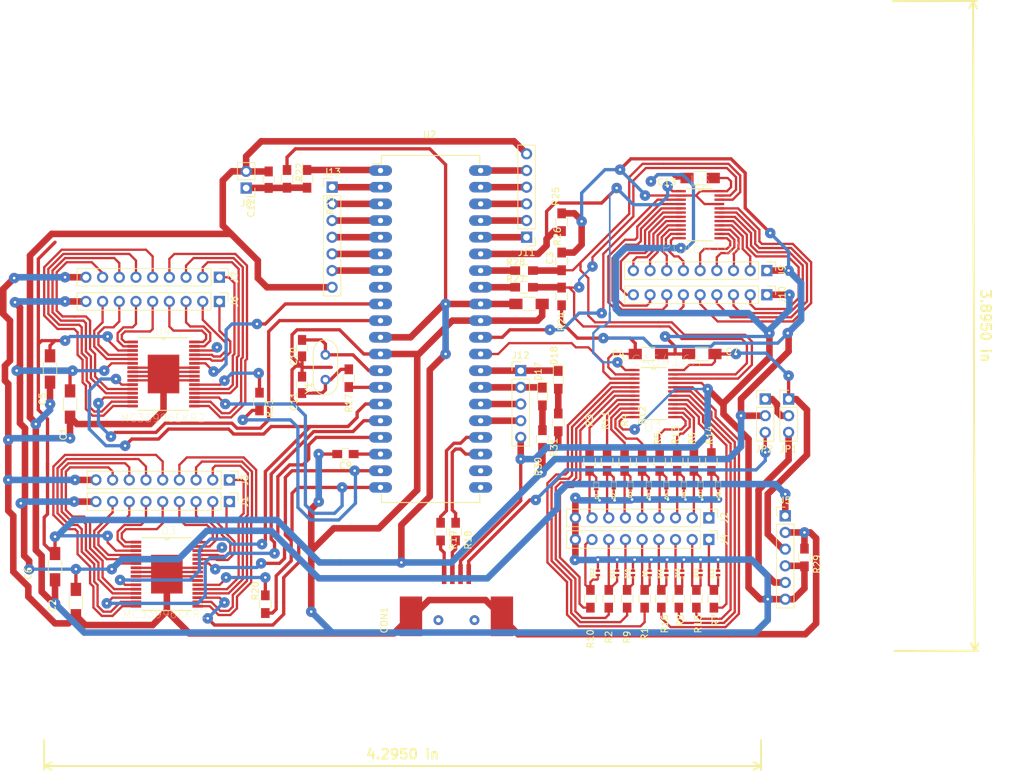
<source format=kicad_pcb>
(kicad_pcb (version 4) (host pcbnew 4.0.6)
  (layers (0 F.Cu signal) (31 B.Cu signal) (34 B.Paste user) (35 F.Paste user) (36 B.SilkS user) (37 F.SilkS user) (38 B.Mask user) (39 F.Mask user) (44 Edge.Cuts user))
  (net 0 "")
  (net 1 "Net-(R1-Pad2)")
  (net 2 "Net-(R2-Pad2)")
  (net 3 "Net-(R3-Pad2)")
  (net 4 "Net-(R4-Pad2)")
  (net 5 "Net-(R5-Pad2)")
  (net 6 "Net-(R6-Pad2)")
  (net 7 "Net-(R7-Pad2)")
  (net 8 "Net-(R8-Pad2)")
  (net 9 "Net-(R9-Pad2)")
  (net 10 "Net-(R10-Pad2)")
  (net 11 "Net-(R11-Pad2)")
  (net 12 "Net-(R12-Pad2)")
  (net 13 "Net-(R13-Pad2)")
  (net 14 "Net-(R14-Pad2)")
  (net 15 "Net-(R15-Pad2)")
  (net 16 "Net-(R16-Pad2)")
  (net 17 /D7)
  (net 18 /D6)
  (net 19 /D5)
  (net 20 /D4)
  (net 21 /D3)
  (net 22 /D2)
  (net 23 /D1)
  (net 24 /D0)
  (net 25 /EOI)
  (net 26 /DAV)
  (net 27 /NRFD)
  (net 28 /NDAC)
  (net 29 /IFC)
  (net 30 /SRQ)
  (net 31 /ATN)
  (net 32 /REN)
  (net 33 /VKX0)
  (net 34 /VKX1)
  (net 35 /VKX2)
  (net 36 /VKX3)
  (net 37 /VKX4)
  (net 38 /VKX5)
  (net 39 /VKX6)
  (net 40 /VKX7)
  (net 41 /VKX8)
  (net 42 /VKX9)
  (net 43 /VKX10)
  (net 44 /VKX11)
  (net 45 /VKX12)
  (net 46 /VKX13)
  (net 47 /VKX14)
  (net 48 /VKX15)
  (net 49 GNDPWR)
  (net 50 GND)
  (net 51 /U3_CS)
  (net 52 /VKY12)
  (net 53 /VKY13)
  (net 54 /VKY14)
  (net 55 /VKY15)
  (net 56 /VKY0)
  (net 57 /VKY1)
  (net 58 /VKY2)
  (net 59 /VKY3)
  (net 60 /VKY11)
  (net 61 /VKY10)
  (net 62 /VKY9)
  (net 63 /VKY8)
  (net 64 /VKY7)
  (net 65 /VKY6)
  (net 66 /VKY5)
  (net 67 /VKY4)
  (net 68 /VK_PWM)
  (net 69 /U4_CS)
  (net 70 /SPI_SCLK)
  (net 71 /MOSI)
  (net 72 /MISO)
  (net 73 VDD)
  (net 74 +5.0V)
  (net 75 +24.0V)
  (net 76 +3.0V)
  (net 77 /VUSB_CAP)
  (net 78 "Net-(CON1-Pad2)")
  (net 79 "Net-(CON1-Pad3)")
  (net 80 /OSC1)
  (net 81 "Net-(C11-Pad1)")
  (net 82 /OSC2)
  (net 83 "Net-(R20-Pad2)")
  (net 84 "Net-(R21-Pad2)")
  (net 85 /U4_RST)
  (net 86 /U3_RST)
  (net 87 //INT)
  (net 88 /SCL)
  (net 89 /SDA)
  (net 90 "Net-(C12-Pad1)")
  (net 91 MCLR)
  (net 92 "Net-(R27-Pad1)")
  (net 93 "Net-(R28-Pad1)")
  (net 94 /P0)
  (net 95 /P1)
  (net 96 /P2)
  (net 97 /P3)
  (net 98 /P4)
  (net 99 /P5)
  (net 100 /P6)
  (net 101 /P7)
  (net 102 /P8)
  (net 103 /P9)
  (net 104 /P10)
  (net 105 /P11)
  (net 106 /P12)
  (net 107 /P13)
  (net 108 /P14)
  (net 109 /P15)
  (net 110 //U1_RST)
  (net 111 //U5_RST)
  (net 112 VBUS)
  (net 113 USB_D-)
  (net 114 USB_D+)
  (net 115 "Net-(JP1-Pad2)")
  (net 116 /PB3)
  (net 117 /PB4)
  (net 118 /PB5)
  (net 119 /PB6)
  (net 120 /PB7)
  (net 121 /PD5)
  (net 122 /PD4)
  (net 123 /PC7)
  (net 124 /PC6)
  (net 125 /PA0)
  (net 126 /PA1)
  (net 127 /PA2)
  (net 128 /PA3)
  (net 129 /PA4)
  (net 130 /PA5)
  (net 131 "Net-(D17-Pad2)")
  (net 132 "Net-(D18-Pad2)")
  (module Pin_Headers:Pin_Header_Straight_1x09_Pitch2.54mm (layer F.Cu) (at 138.303 88.392 270)
    (fp_text reference J7 (at 0 -2.33 270) (layer F.SilkS))
    (fp_text value VIKING_CON_01X09)
    (pad 1 thru_hole rect (at 0 0 270) (size 1.7 1.7) (drill 1) (layers *.Cu *.Mask) (net 60 /VKY11))
    (pad 2 thru_hole oval (at 0 2.54 270) (size 1.7 1.7) (drill 1) (layers *.Cu *.Mask) (net 61 /VKY10))
    (pad 3 thru_hole oval (at 0 5.08 270) (size 1.7 1.7) (drill 1) (layers *.Cu *.Mask) (net 62 /VKY9))
    (pad 4 thru_hole oval (at 0 7.62 270) (size 1.7 1.7) (drill 1) (layers *.Cu *.Mask) (net 63 /VKY8))
    (pad 5 thru_hole oval (at 0 10.16 270) (size 1.7 1.7) (drill 1) (layers *.Cu *.Mask) (net 64 /VKY7))
    (pad 6 thru_hole oval (at 0 12.7 270) (size 1.7 1.7) (drill 1) (layers *.Cu *.Mask) (net 65 /VKY6))
    (pad 7 thru_hole oval (at 0 15.24 270) (size 1.7 1.7) (drill 1) (layers *.Cu *.Mask) (net 66 /VKY5))
    (pad 8 thru_hole oval (at 0 17.78 270) (size 1.7 1.7) (drill 1) (layers *.Cu *.Mask) (net 67 /VKY4))
    (pad 9 thru_hole oval (at 0 20.32 270) (size 1.7 1.7) (drill 1) (layers *.Cu *.Mask) (net 49 GNDPWR))
  )
  (module Pin_Headers:Pin_Header_Straight_1x09_Pitch2.54mm (layer F.Cu) (at 221.615 91.059 270)
    (fp_text reference J10 (at 0 -2.33 270) (layer F.SilkS))
    (fp_text value IO_CON_8P)
    (pad 1 thru_hole rect (at 0 0 270) (size 1.7 1.7) (drill 1) (layers *.Cu *.Mask) (net 50 GND))
    (pad 2 thru_hole oval (at 0 2.54 270) (size 1.7 1.7) (drill 1) (layers *.Cu *.Mask) (net 106 /P12))
    (pad 3 thru_hole oval (at 0 5.08 270) (size 1.7 1.7) (drill 1) (layers *.Cu *.Mask) (net 107 /P13))
    (pad 4 thru_hole oval (at 0 7.62 270) (size 1.7 1.7) (drill 1) (layers *.Cu *.Mask) (net 108 /P14))
    (pad 5 thru_hole oval (at 0 10.16 270) (size 1.7 1.7) (drill 1) (layers *.Cu *.Mask) (net 109 /P15))
    (pad 6 thru_hole oval (at 0 12.7 270) (size 1.7 1.7) (drill 1) (layers *.Cu *.Mask) (net 94 /P0))
    (pad 7 thru_hole oval (at 0 15.24 270) (size 1.7 1.7) (drill 1) (layers *.Cu *.Mask) (net 95 /P1))
    (pad 8 thru_hole oval (at 0 17.78 270) (size 1.7 1.7) (drill 1) (layers *.Cu *.Mask) (net 96 /P2))
    (pad 9 thru_hole oval (at 0 20.32 270) (size 1.7 1.7) (drill 1) (layers *.Cu *.Mask) (net 97 /P3))
  )
  (module Resistors_SMD:R_0805_HandSoldering (layer F.Cu) (at 203.0095 137.3505 270)
    (fp_text reference R1 (at 5.334 0 270) (layer F.SilkS))
    (fp_text value 1k)
    (pad 1 smd rect (at -1.35 0 270) (size 1.5 1.3) (layers F.Cu F.Paste F.Mask) (net 29 /IFC))
    (pad 2 smd rect (at 1.35 0 270) (size 1.5 1.3) (layers F.Cu F.Paste F.Mask) (net 1 "Net-(R1-Pad2)"))
  )
  (module Resistors_SMD:R_0805_HandSoldering (layer F.Cu) (at 197.5485 137.3505 270)
    (fp_text reference R2 (at 5.842 0 270) (layer F.SilkS))
    (fp_text value 1k)
    (pad 1 smd rect (at -1.35 0 270) (size 1.5 1.3) (layers F.Cu F.Paste F.Mask) (net 31 /ATN))
    (pad 2 smd rect (at 1.35 0 270) (size 1.5 1.3) (layers F.Cu F.Paste F.Mask) (net 2 "Net-(R2-Pad2)"))
  )
  (module Resistors_SMD:R_0805_HandSoldering (layer F.Cu) (at 194.6275 116.5225 90)
    (fp_text reference R3 (at 6.35 0 90) (layer F.SilkS))
    (fp_text value 1k)
    (pad 1 smd rect (at -1.35 0 90) (size 1.5 1.3) (layers F.Cu F.Paste F.Mask) (net 24 /D0))
    (pad 2 smd rect (at 1.35 0 90) (size 1.5 1.3) (layers F.Cu F.Paste F.Mask) (net 3 "Net-(R3-Pad2)"))
  )
  (module Resistors_SMD:R_0805_HandSoldering (layer F.Cu) (at 199.9615 116.5225 90)
    (fp_text reference R4 (at 6.35 0 90) (layer F.SilkS))
    (fp_text value 1k)
    (pad 1 smd rect (at -1.35 0 90) (size 1.5 1.3) (layers F.Cu F.Paste F.Mask) (net 22 /D2))
    (pad 2 smd rect (at 1.35 0 90) (size 1.5 1.3) (layers F.Cu F.Paste F.Mask) (net 4 "Net-(R4-Pad2)"))
  )
  (module Resistors_SMD:R_0805_HandSoldering (layer F.Cu) (at 205.2955 116.5225 90)
    (fp_text reference R5 (at 3.556 -0.254 90) (layer F.SilkS))
    (fp_text value 1k)
    (pad 1 smd rect (at -1.35 0 90) (size 1.5 1.3) (layers F.Cu F.Paste F.Mask) (net 20 /D4))
    (pad 2 smd rect (at 1.35 0 90) (size 1.5 1.3) (layers F.Cu F.Paste F.Mask) (net 5 "Net-(R5-Pad2)"))
  )
  (module Resistors_SMD:R_0805_HandSoldering (layer F.Cu) (at 210.5025 116.5225 90)
    (fp_text reference R6 (at 3.556 -0.254 90) (layer F.SilkS))
    (fp_text value 1k)
    (pad 1 smd rect (at -1.35 0 90) (size 1.5 1.3) (layers F.Cu F.Paste F.Mask) (net 18 /D6))
    (pad 2 smd rect (at 1.35 0 90) (size 1.5 1.3) (layers F.Cu F.Paste F.Mask) (net 6 "Net-(R6-Pad2)"))
  )
  (module Resistors_SMD:R_0805_HandSoldering (layer F.Cu) (at 213.5505 137.3505 270)
    (fp_text reference R7 (at 3.302 -0.254 270) (layer F.SilkS))
    (fp_text value 1k)
    (pad 1 smd rect (at -1.35 0 270) (size 1.5 1.3) (layers F.Cu F.Paste F.Mask) (net 25 /EOI))
    (pad 2 smd rect (at 1.35 0 270) (size 1.5 1.3) (layers F.Cu F.Paste F.Mask) (net 7 "Net-(R7-Pad2)"))
  )
  (module Resistors_SMD:R_0805_HandSoldering (layer F.Cu) (at 208.2165 137.3505 270)
    (fp_text reference R8 (at 3.302 -0.254 270) (layer F.SilkS))
    (fp_text value 1k)
    (pad 1 smd rect (at -1.35 0 270) (size 1.5 1.3) (layers F.Cu F.Paste F.Mask) (net 27 /NRFD))
    (pad 2 smd rect (at 1.35 0 270) (size 1.5 1.3) (layers F.Cu F.Paste F.Mask) (net 8 "Net-(R8-Pad2)"))
  )
  (module Resistors_SMD:R_0805_HandSoldering (layer F.Cu) (at 200.3425 137.3505 270)
    (fp_text reference R9 (at 5.842 0 270) (layer F.SilkS))
    (fp_text value 1k)
    (pad 1 smd rect (at -1.35 0 270) (size 1.5 1.3) (layers F.Cu F.Paste F.Mask) (net 30 /SRQ))
    (pad 2 smd rect (at 1.35 0 270) (size 1.5 1.3) (layers F.Cu F.Paste F.Mask) (net 9 "Net-(R9-Pad2)"))
  )
  (module Resistors_SMD:R_0805_HandSoldering (layer F.Cu) (at 194.7545 137.3505 270)
    (fp_text reference R10 (at 6.096 0 270) (layer F.SilkS))
    (fp_text value 1k)
    (pad 1 smd rect (at -1.35 0 270) (size 1.5 1.3) (layers F.Cu F.Paste F.Mask) (net 32 /REN))
    (pad 2 smd rect (at 1.35 0 270) (size 1.5 1.3) (layers F.Cu F.Paste F.Mask) (net 10 "Net-(R10-Pad2)"))
  )
  (module Resistors_SMD:R_0805_HandSoldering (layer F.Cu) (at 197.2945 116.5225 90)
    (fp_text reference R11 (at 6.35 -0.254 90) (layer F.SilkS))
    (fp_text value 1k)
    (pad 1 smd rect (at -1.35 0 90) (size 1.5 1.3) (layers F.Cu F.Paste F.Mask) (net 23 /D1))
    (pad 2 smd rect (at 1.35 0 90) (size 1.5 1.3) (layers F.Cu F.Paste F.Mask) (net 11 "Net-(R11-Pad2)"))
  )
  (module Resistors_SMD:R_0805_HandSoldering (layer F.Cu) (at 202.6285 116.5225 90)
    (fp_text reference R12 (at 7.112 0 90) (layer F.SilkS))
    (fp_text value 1k)
    (pad 1 smd rect (at -1.35 0 90) (size 1.5 1.3) (layers F.Cu F.Paste F.Mask) (net 21 /D3))
    (pad 2 smd rect (at 1.35 0 90) (size 1.5 1.3) (layers F.Cu F.Paste F.Mask) (net 12 "Net-(R12-Pad2)"))
  )
  (module Resistors_SMD:R_0805_HandSoldering (layer F.Cu) (at 207.9625 116.5225 90)
    (fp_text reference R13 (at 4.064 -0.254 90) (layer F.SilkS))
    (fp_text value 1k)
    (pad 1 smd rect (at -1.35 0 90) (size 1.5 1.3) (layers F.Cu F.Paste F.Mask) (net 19 /D5))
    (pad 2 smd rect (at 1.35 0 90) (size 1.5 1.3) (layers F.Cu F.Paste F.Mask) (net 13 "Net-(R13-Pad2)"))
  )
  (module Resistors_SMD:R_0805_HandSoldering (layer F.Cu) (at 213.1695 116.5225 90)
    (fp_text reference R14 (at 4.064 -0.254 90) (layer F.SilkS))
    (fp_text value 1k)
    (pad 1 smd rect (at -1.35 0 90) (size 1.5 1.3) (layers F.Cu F.Paste F.Mask) (net 17 /D7))
    (pad 2 smd rect (at 1.35 0 90) (size 1.5 1.3) (layers F.Cu F.Paste F.Mask) (net 14 "Net-(R14-Pad2)"))
  )
  (module Resistors_SMD:R_0805_HandSoldering (layer F.Cu) (at 210.8835 137.3505 270)
    (fp_text reference R15 (at 3.81 -0.254 270) (layer F.SilkS))
    (fp_text value 1k)
    (pad 1 smd rect (at -1.35 0 270) (size 1.5 1.3) (layers F.Cu F.Paste F.Mask) (net 26 /DAV))
    (pad 2 smd rect (at 1.35 0 270) (size 1.5 1.3) (layers F.Cu F.Paste F.Mask) (net 15 "Net-(R15-Pad2)"))
  )
  (module Resistors_SMD:R_0805_HandSoldering (layer F.Cu) (at 205.5495 137.3505 270)
    (fp_text reference R16 (at 3.81 -0.508 270) (layer F.SilkS))
    (fp_text value 1k)
    (pad 1 smd rect (at -1.35 0 270) (size 1.5 1.3) (layers F.Cu F.Paste F.Mask) (net 28 /NDAC))
    (pad 2 smd rect (at 1.35 0 270) (size 1.5 1.3) (layers F.Cu F.Paste F.Mask) (net 16 "Net-(R16-Pad2)"))
  )
  (module CenditFootprints:PCA6416A-TSSOP24 (layer F.Cu) (at 204.4065 106.1085)
    (fp_text reference U1 (at 0 5) (layer F.SilkS) (effects (font (size 1.64043 1.64043) (thickness 0.05))))
    (fp_text value PCA6416A (at 1 -5) (layer F.SilkS) (effects (font (size 1.64099 1.64099) (thickness 0.05))))
    (pad 1 smd rect (at -2.921 -3.5814) (size 1.4732 0.3556) (layers F.Cu F.Paste F.Mask) (net 87 //INT))
    (pad 2 smd rect (at -2.921 -2.921) (size 1.4732 0.3556) (layers F.Cu F.Paste F.Mask) (net 73 VDD))
    (pad 3 smd rect (at -2.921 -2.286) (size 1.4732 0.3556) (layers F.Cu F.Paste F.Mask) (net 110 //U1_RST))
    (pad 4 smd rect (at -2.921 -1.6256) (size 1.4732 0.3556) (layers F.Cu F.Paste F.Mask) (net 1 "Net-(R1-Pad2)"))
    (pad 5 smd rect (at -2.921 -0.9652) (size 1.4732 0.3556) (layers F.Cu F.Paste F.Mask) (net 9 "Net-(R9-Pad2)"))
    (pad 6 smd rect (at -2.921 -0.3302) (size 1.4732 0.3556) (layers F.Cu F.Paste F.Mask) (net 2 "Net-(R2-Pad2)"))
    (pad 7 smd rect (at -2.921 0.3302) (size 1.4732 0.3556) (layers F.Cu F.Paste F.Mask) (net 10 "Net-(R10-Pad2)"))
    (pad 8 smd rect (at -2.921 0.9652) (size 1.4732 0.3556) (layers F.Cu F.Paste F.Mask) (net 3 "Net-(R3-Pad2)"))
    (pad 9 smd rect (at -2.921 1.6256) (size 1.4732 0.3556) (layers F.Cu F.Paste F.Mask) (net 11 "Net-(R11-Pad2)"))
    (pad 10 smd rect (at -2.921 2.286) (size 1.4732 0.3556) (layers F.Cu F.Paste F.Mask) (net 4 "Net-(R4-Pad2)"))
    (pad 11 smd rect (at -2.921 2.921) (size 1.4732 0.3556) (layers F.Cu F.Paste F.Mask) (net 12 "Net-(R12-Pad2)"))
    (pad 12 smd rect (at -2.921 3.5814) (size 1.4732 0.3556) (layers F.Cu F.Paste F.Mask) (net 50 GND))
    (pad 13 smd rect (at 2.921 3.5814) (size 1.4732 0.3556) (layers F.Cu F.Paste F.Mask) (net 5 "Net-(R5-Pad2)"))
    (pad 14 smd rect (at 2.921 2.921) (size 1.4732 0.3556) (layers F.Cu F.Paste F.Mask) (net 13 "Net-(R13-Pad2)"))
    (pad 15 smd rect (at 2.921 2.286) (size 1.4732 0.3556) (layers F.Cu F.Paste F.Mask) (net 6 "Net-(R6-Pad2)"))
    (pad 16 smd rect (at 2.921 1.6256) (size 1.4732 0.3556) (layers F.Cu F.Paste F.Mask) (net 14 "Net-(R14-Pad2)"))
    (pad 17 smd rect (at 2.921 0.9652) (size 1.4732 0.3556) (layers F.Cu F.Paste F.Mask) (net 7 "Net-(R7-Pad2)"))
    (pad 18 smd rect (at 2.921 0.3302) (size 1.4732 0.3556) (layers F.Cu F.Paste F.Mask) (net 15 "Net-(R15-Pad2)"))
    (pad 19 smd rect (at 2.921 -0.3302) (size 1.4732 0.3556) (layers F.Cu F.Paste F.Mask) (net 8 "Net-(R8-Pad2)"))
    (pad 20 smd rect (at 2.921 -0.9652) (size 1.4732 0.3556) (layers F.Cu F.Paste F.Mask) (net 16 "Net-(R16-Pad2)"))
    (pad 21 smd rect (at 2.921 -1.6256) (size 1.4732 0.3556) (layers F.Cu F.Paste F.Mask) (net 50 GND))
    (pad 22 smd rect (at 2.921 -2.286) (size 1.4732 0.3556) (layers F.Cu F.Paste F.Mask) (net 88 /SCL))
    (pad 23 smd rect (at 2.921 -2.921) (size 1.4732 0.3556) (layers F.Cu F.Paste F.Mask) (net 89 /SDA))
    (pad 24 smd rect (at 2.921 -3.5814) (size 1.4732 0.3556) (layers F.Cu F.Paste F.Mask) (net 74 +5.0V))
  )
  (module CenditFootprints:PIC18F4550-PDIP (layer F.Cu) (at 162.814 72.136)
    (fp_text reference U2 (at 7.493 -5.461) (layer F.SilkS))
    (fp_text value PIC18F4550-I/P)
    (pad 1 thru_hole oval (at 0 0) (size 3.5 1.6) (drill 0.8) (layers *.Cu *.Mask) (net 91 MCLR))
    (pad 2 thru_hole oval (at 0 2.54) (size 3.5 1.6) (drill 0.8) (layers *.Cu *.Mask) (net 125 /PA0))
    (pad 3 thru_hole oval (at 0 5.08) (size 3.5 1.6) (drill 0.8) (layers *.Cu *.Mask) (net 126 /PA1))
    (pad 4 thru_hole oval (at 0 7.62) (size 3.5 1.6) (drill 0.8) (layers *.Cu *.Mask) (net 127 /PA2))
    (pad 5 thru_hole oval (at 0 10.16) (size 3.5 1.6) (drill 0.8) (layers *.Cu *.Mask) (net 128 /PA3))
    (pad 6 thru_hole oval (at 0 12.7) (size 3.5 1.6) (drill 0.8) (layers *.Cu *.Mask) (net 129 /PA4))
    (pad 7 thru_hole oval (at 0 15.24) (size 3.5 1.6) (drill 0.8) (layers *.Cu *.Mask) (net 130 /PA5))
    (pad 8 thru_hole oval (at 0 17.78) (size 3.5 1.6) (drill 0.8) (layers *.Cu *.Mask))
    (pad 9 thru_hole oval (at 0 20.32) (size 3.5 1.6) (drill 0.8) (layers *.Cu *.Mask) (net 85 /U4_RST))
    (pad 10 thru_hole oval (at 0 22.86) (size 3.5 1.6) (drill 0.8) (layers *.Cu *.Mask) (net 69 /U4_CS))
    (pad 11 thru_hole oval (at 0 25.4) (size 3.5 1.6) (drill 0.8) (layers *.Cu *.Mask) (net 73 VDD))
    (pad 12 thru_hole oval (at 0 27.94) (size 3.5 1.6) (drill 0.8) (layers *.Cu *.Mask) (net 50 GND))
    (pad 13 thru_hole oval (at 0 30.48) (size 3.5 1.6) (drill 0.8) (layers *.Cu *.Mask) (net 80 /OSC1))
    (pad 14 thru_hole oval (at 0 33.02) (size 3.5 1.6) (drill 0.8) (layers *.Cu *.Mask) (net 82 /OSC2))
    (pad 15 thru_hole oval (at 0 35.56) (size 3.5 1.6) (drill 0.8) (layers *.Cu *.Mask) (net 70 /SPI_SCLK))
    (pad 16 thru_hole oval (at 0 38.1) (size 3.5 1.6) (drill 0.8) (layers *.Cu *.Mask) (net 51 /U3_CS))
    (pad 17 thru_hole oval (at 0 40.64) (size 3.5 1.6) (drill 0.8) (layers *.Cu *.Mask) (net 86 /U3_RST))
    (pad 18 thru_hole oval (at 0 43.18) (size 3.5 1.6) (drill 0.8) (layers *.Cu *.Mask) (net 77 /VUSB_CAP))
    (pad 19 thru_hole oval (at 0 45.72) (size 3.5 1.6) (drill 0.8) (layers *.Cu *.Mask) (net 72 /MISO))
    (pad 20 thru_hole oval (at 0 48.26) (size 3.5 1.6) (drill 0.8) (layers *.Cu *.Mask) (net 71 /MOSI))
    (pad 21 thru_hole oval (at 15.24 48.26) (size 3.5 1.6) (drill 0.8) (layers *.Cu *.Mask))
    (pad 22 thru_hole oval (at 15.24 45.72) (size 3.5 1.6) (drill 0.8) (layers *.Cu *.Mask))
    (pad 23 thru_hole oval (at 15.24 43.18) (size 3.5 1.6) (drill 0.8) (layers *.Cu *.Mask) (net 113 USB_D-))
    (pad 24 thru_hole oval (at 15.24 40.64) (size 3.5 1.6) (drill 0.8) (layers *.Cu *.Mask) (net 114 USB_D+))
    (pad 25 thru_hole oval (at 15.24 38.1) (size 3.5 1.6) (drill 0.8) (layers *.Cu *.Mask) (net 124 /PC6))
    (pad 26 thru_hole oval (at 15.24 35.56) (size 3.5 1.6) (drill 0.8) (layers *.Cu *.Mask) (net 123 /PC7))
    (pad 27 thru_hole oval (at 15.24 33.02) (size 3.5 1.6) (drill 0.8) (layers *.Cu *.Mask) (net 122 /PD4))
    (pad 28 thru_hole oval (at 15.24 30.48) (size 3.5 1.6) (drill 0.8) (layers *.Cu *.Mask) (net 121 /PD5))
    (pad 29 thru_hole oval (at 15.24 27.94) (size 3.5 1.6) (drill 0.8) (layers *.Cu *.Mask) (net 110 //U1_RST))
    (pad 30 thru_hole oval (at 15.24 25.4) (size 3.5 1.6) (drill 0.8) (layers *.Cu *.Mask) (net 111 //U5_RST))
    (pad 31 thru_hole oval (at 15.24 22.86) (size 3.5 1.6) (drill 0.8) (layers *.Cu *.Mask) (net 50 GND))
    (pad 32 thru_hole oval (at 15.24 20.32) (size 3.5 1.6) (drill 0.8) (layers *.Cu *.Mask) (net 73 VDD))
    (pad 33 thru_hole oval (at 15.24 17.78) (size 3.5 1.6) (drill 0.8) (layers *.Cu *.Mask) (net 92 "Net-(R27-Pad1)"))
    (pad 34 thru_hole oval (at 15.24 15.24) (size 3.5 1.6) (drill 0.8) (layers *.Cu *.Mask) (net 93 "Net-(R28-Pad1)"))
    (pad 35 thru_hole oval (at 15.24 12.7) (size 3.5 1.6) (drill 0.8) (layers *.Cu *.Mask) (net 87 //INT))
    (pad 36 thru_hole oval (at 15.24 10.16) (size 3.5 1.6) (drill 0.8) (layers *.Cu *.Mask) (net 116 /PB3))
    (pad 37 thru_hole oval (at 15.24 7.62) (size 3.5 1.6) (drill 0.8) (layers *.Cu *.Mask) (net 117 /PB4))
    (pad 38 thru_hole oval (at 15.24 5.08) (size 3.5 1.6) (drill 0.8) (layers *.Cu *.Mask) (net 118 /PB5))
    (pad 39 thru_hole oval (at 15.24 2.54) (size 3.5 1.6) (drill 0.8) (layers *.Cu *.Mask) (net 119 /PB6))
    (pad 40 thru_hole oval (at 15.24 0) (size 3.5 1.6) (drill 0.8) (layers *.Cu *.Mask) (net 120 /PB7))
  )
  (module CenditFootprints:MC33996-SOIC32 (layer F.Cu) (at 130.302 133.604)
    (fp_text reference U3 (at 0.254 -6.604) (layer F.SilkS) (effects (font (size 1.2 1.2) (thickness 0.05))))
    (fp_text value MC33996EKR2 (at -0.254 6.096) (layer F.SilkS) (effects (font (size 1.2 1.2) (thickness 0.05))))
    (pad 1 smd rect (at -4.699 -4.8768) (size 1.6002 0.4318) (layers F.Cu F.Paste F.Mask) (net 33 /VKX0))
    (pad 2 smd rect (at -4.699 -4.2164) (size 1.6002 0.4318) (layers F.Cu F.Paste F.Mask) (net 34 /VKX1))
    (pad 3 smd rect (at -4.699 -3.5814) (size 1.6002 0.4318) (layers F.Cu F.Paste F.Mask) (net 73 VDD))
    (pad 4 smd rect (at -4.699 -2.921) (size 1.6002 0.4318) (layers F.Cu F.Paste F.Mask) (net 35 /VKX2))
    (pad 5 smd rect (at -4.699 -2.286) (size 1.6002 0.4318) (layers F.Cu F.Paste F.Mask) (net 36 /VKX3))
    (pad 6 smd rect (at -4.699 -1.6256) (size 1.6002 0.4318) (layers F.Cu F.Paste F.Mask) (net 75 +24.0V))
    (pad 7 smd rect (at -4.699 -0.9652) (size 1.6002 0.4318) (layers F.Cu F.Paste F.Mask) (net 49 GNDPWR))
    (pad 8 smd rect (at -4.699 -0.3302) (size 1.6002 0.4318) (layers F.Cu F.Paste F.Mask) (net 49 GNDPWR))
    (pad 9 smd rect (at -4.699 0.3302) (size 1.6002 0.4318) (layers F.Cu F.Paste F.Mask) (net 49 GNDPWR))
    (pad 10 smd rect (at -4.699 0.9652) (size 1.6002 0.4318) (layers F.Cu F.Paste F.Mask) (net 49 GNDPWR))
    (pad 11 smd rect (at -4.699 1.6256) (size 1.6002 0.4318) (layers F.Cu F.Paste F.Mask) (net 70 /SPI_SCLK))
    (pad 12 smd rect (at -4.699 2.286) (size 1.6002 0.4318) (layers F.Cu F.Paste F.Mask) (net 37 /VKX4))
    (pad 13 smd rect (at -4.699 2.921) (size 1.6002 0.4318) (layers F.Cu F.Paste F.Mask) (net 38 /VKX5))
    (pad 14 smd rect (at -4.699 3.5814) (size 1.6002 0.4318) (layers F.Cu F.Paste F.Mask) (net 51 /U3_CS))
    (pad 15 smd rect (at -4.699 4.2164) (size 1.6002 0.4318) (layers F.Cu F.Paste F.Mask) (net 39 /VKX6))
    (pad 16 smd rect (at -4.699 4.8768) (size 1.6002 0.4318) (layers F.Cu F.Paste F.Mask) (net 40 /VKX7))
    (pad 17 smd rect (at 4.699 4.8768) (size 1.6002 0.4318) (layers F.Cu F.Paste F.Mask) (net 41 /VKX8))
    (pad 18 smd rect (at 4.699 4.2164) (size 1.6002 0.4318) (layers F.Cu F.Paste F.Mask) (net 42 /VKX9))
    (pad 19 smd rect (at 4.699 3.5814) (size 1.6002 0.4318) (layers F.Cu F.Paste F.Mask) (net 71 /MOSI))
    (pad 20 smd rect (at 4.699 2.921) (size 1.6002 0.4318) (layers F.Cu F.Paste F.Mask) (net 43 /VKX10))
    (pad 21 smd rect (at 4.699 2.286) (size 1.6002 0.4318) (layers F.Cu F.Paste F.Mask) (net 44 /VKX11))
    (pad 22 smd rect (at 4.699 1.6256) (size 1.6002 0.4318) (layers F.Cu F.Paste F.Mask) (net 83 "Net-(R20-Pad2)"))
    (pad 23 smd rect (at 4.699 0.9652) (size 1.6002 0.4318) (layers F.Cu F.Paste F.Mask) (net 49 GNDPWR))
    (pad 24 smd rect (at 4.699 0.3302) (size 1.6002 0.4318) (layers F.Cu F.Paste F.Mask) (net 49 GNDPWR))
    (pad 25 smd rect (at 4.699 -0.3302) (size 1.6002 0.4318) (layers F.Cu F.Paste F.Mask) (net 49 GNDPWR))
    (pad 26 smd rect (at 4.699 -0.9652) (size 1.6002 0.4318) (layers F.Cu F.Paste F.Mask) (net 49 GNDPWR))
    (pad 27 smd rect (at 4.699 -1.6256) (size 1.6002 0.4318) (layers F.Cu F.Paste F.Mask) (net 86 /U3_RST))
    (pad 28 smd rect (at 4.699 -2.286) (size 1.6002 0.4318) (layers F.Cu F.Paste F.Mask) (net 45 /VKX12))
    (pad 29 smd rect (at 4.699 -2.921) (size 1.6002 0.4318) (layers F.Cu F.Paste F.Mask) (net 46 /VKX13))
    (pad 30 smd rect (at 4.699 -3.5814) (size 1.6002 0.4318) (layers F.Cu F.Paste F.Mask) (net 68 /VK_PWM))
    (pad 31 smd rect (at 4.699 -4.2164) (size 1.6002 0.4318) (layers F.Cu F.Paste F.Mask) (net 47 /VKX14))
    (pad 32 smd rect (at 4.699 -4.8768) (size 1.6002 0.4318) (layers F.Cu F.Paste F.Mask) (net 48 /VKX15))
    (pad 33 smd rect (at 0 0) (size 4.8006 5.8928) (layers F.Cu F.Paste F.Mask) (net 49 GNDPWR))
  )
  (module CenditFootprints:SPHV24-SOD882 (layer F.Cu) (at 195.6435 120.3325 90)
    (fp_text reference D1 (at -1.397 0.127 90) (layer F.SilkS) (effects (font (size 0.5 0.5) (thickness 0.125))))
    (fp_text value SPVH24)
    (pad 1 smd rect (at 0.325 0 90) (size 0.325 0.65) (layers F.Cu F.Paste F.Mask) (net 24 /D0))
    (pad 2 smd rect (at -0.325 0 90) (size 0.325 0.65) (layers F.Cu F.Paste F.Mask) (net 50 GND))
  )
  (module CenditFootprints:SPHV24-SOD882 (layer F.Cu) (at 198.3105 120.2055 90)
    (fp_text reference D2 (at -1.524 0 90) (layer F.SilkS) (effects (font (size 0.5 0.5) (thickness 0.125))))
    (fp_text value SPVH24)
    (pad 1 smd rect (at 0.325 0 90) (size 0.325 0.65) (layers F.Cu F.Paste F.Mask) (net 23 /D1))
    (pad 2 smd rect (at -0.325 0 90) (size 0.325 0.65) (layers F.Cu F.Paste F.Mask) (net 50 GND))
  )
  (module CenditFootprints:SPHV24-SOD882 (layer F.Cu) (at 200.8505 120.2055 90)
    (fp_text reference D3 (at -1.3335 -0.0635 90) (layer F.SilkS) (effects (font (size 0.5 0.5) (thickness 0.125))))
    (fp_text value SPVH24)
    (pad 1 smd rect (at 0.325 0 90) (size 0.325 0.65) (layers F.Cu F.Paste F.Mask) (net 22 /D2))
    (pad 2 smd rect (at -0.325 0 90) (size 0.325 0.65) (layers F.Cu F.Paste F.Mask) (net 50 GND))
  )
  (module CenditFootprints:SPHV24-SOD882 (layer F.Cu) (at 203.6445 120.2055 90)
    (fp_text reference D4 (at -1.4605 0 90) (layer F.SilkS) (effects (font (size 0.5 0.5) (thickness 0.125))))
    (fp_text value SPVH24)
    (pad 1 smd rect (at 0.325 0 90) (size 0.325 0.65) (layers F.Cu F.Paste F.Mask) (net 21 /D3))
    (pad 2 smd rect (at -0.325 0 90) (size 0.325 0.65) (layers F.Cu F.Paste F.Mask) (net 50 GND))
  )
  (module CenditFootprints:SPHV24-SOD882 (layer F.Cu) (at 206.3115 120.2055 90)
    (fp_text reference D5 (at -1.524 0.0635 90) (layer F.SilkS) (effects (font (size 0.5 0.5) (thickness 0.125))))
    (fp_text value SPVH24)
    (pad 1 smd rect (at 0.325 0 90) (size 0.325 0.65) (layers F.Cu F.Paste F.Mask) (net 20 /D4))
    (pad 2 smd rect (at -0.325 0 90) (size 0.325 0.65) (layers F.Cu F.Paste F.Mask) (net 50 GND))
  )
  (module CenditFootprints:SPHV24-SOD882 (layer F.Cu) (at 208.9785 120.2055 90)
    (fp_text reference D6 (at -1.3335 0 90) (layer F.SilkS) (effects (font (size 0.5 0.5) (thickness 0.125))))
    (fp_text value SPVH24)
    (pad 1 smd rect (at 0.325 0 90) (size 0.325 0.65) (layers F.Cu F.Paste F.Mask) (net 19 /D5))
    (pad 2 smd rect (at -0.325 0 90) (size 0.325 0.65) (layers F.Cu F.Paste F.Mask) (net 50 GND))
  )
  (module CenditFootprints:SPHV24-SOD882 (layer F.Cu) (at 211.5185 120.2055 90)
    (fp_text reference D7 (at -1.3335 0.0635 90) (layer F.SilkS) (effects (font (size 0.5 0.5) (thickness 0.125))))
    (fp_text value SPVH24)
    (pad 1 smd rect (at 0.325 0 90) (size 0.325 0.65) (layers F.Cu F.Paste F.Mask) (net 18 /D6))
    (pad 2 smd rect (at -0.325 0 90) (size 0.325 0.65) (layers F.Cu F.Paste F.Mask) (net 50 GND))
  )
  (module CenditFootprints:SPHV24-SOD882 (layer F.Cu) (at 214.1855 120.2055 90)
    (fp_text reference D8 (at -1.3335 0.127 90) (layer F.SilkS) (effects (font (size 0.5 0.5) (thickness 0.125))))
    (fp_text value SPVH24)
    (pad 1 smd rect (at 0.325 0 90) (size 0.325 0.65) (layers F.Cu F.Paste F.Mask) (net 17 /D7))
    (pad 2 smd rect (at -0.325 0 90) (size 0.325 0.65) (layers F.Cu F.Paste F.Mask) (net 50 GND))
  )
  (module CenditFootprints:SPHV24-SOD882 (layer F.Cu) (at 203.7715 133.4135 270)
    (fp_text reference D9 (at 0.127 0.762 270) (layer F.SilkS) (effects (font (size 0.5 0.5) (thickness 0.125))))
    (fp_text value SPVH24)
    (pad 1 smd rect (at 0.325 0 270) (size 0.325 0.65) (layers F.Cu F.Paste F.Mask) (net 29 /IFC))
    (pad 2 smd rect (at -0.325 0 270) (size 0.325 0.65) (layers F.Cu F.Paste F.Mask) (net 50 GND))
  )
  (module CenditFootprints:SPHV24-SOD882 (layer F.Cu) (at 201.2315 133.4135 270)
    (fp_text reference D10 (at 0.127 0.889 270) (layer F.SilkS) (effects (font (size 0.5 0.5) (thickness 0.125))))
    (fp_text value SPVH24)
    (pad 1 smd rect (at 0.325 0 270) (size 0.325 0.65) (layers F.Cu F.Paste F.Mask) (net 30 /SRQ))
    (pad 2 smd rect (at -0.325 0 270) (size 0.325 0.65) (layers F.Cu F.Paste F.Mask) (net 50 GND))
  )
  (module CenditFootprints:SPHV24-SOD882 (layer F.Cu) (at 198.8185 133.4135 270)
    (fp_text reference D11 (at 0.127 0.762 270) (layer F.SilkS) (effects (font (size 0.5 0.5) (thickness 0.125))))
    (fp_text value SPVH24)
    (pad 1 smd rect (at 0.325 0 270) (size 0.325 0.65) (layers F.Cu F.Paste F.Mask) (net 31 /ATN))
    (pad 2 smd rect (at -0.325 0 270) (size 0.325 0.65) (layers F.Cu F.Paste F.Mask) (net 50 GND))
  )
  (module CenditFootprints:SPHV24-SOD882 (layer F.Cu) (at 195.8975 133.4135 270)
    (fp_text reference D12 (at 0 0.889 270) (layer F.SilkS) (effects (font (size 0.5 0.5) (thickness 0.125))))
    (fp_text value SPVH24)
    (pad 1 smd rect (at 0.325 0 270) (size 0.325 0.65) (layers F.Cu F.Paste F.Mask) (net 32 /REN))
    (pad 2 smd rect (at -0.325 0 270) (size 0.325 0.65) (layers F.Cu F.Paste F.Mask) (net 50 GND))
  )
  (module CenditFootprints:SPHV24-SOD882 (layer F.Cu) (at 214.1855 133.4135 270)
    (fp_text reference D13 (at 0.127 0.889 270) (layer F.SilkS) (effects (font (size 0.5 0.5) (thickness 0.125))))
    (fp_text value SPVH24)
    (pad 1 smd rect (at 0.325 0 270) (size 0.325 0.65) (layers F.Cu F.Paste F.Mask) (net 25 /EOI))
    (pad 2 smd rect (at -0.325 0 270) (size 0.325 0.65) (layers F.Cu F.Paste F.Mask) (net 50 GND))
  )
  (module CenditFootprints:SPHV24-SOD882 (layer F.Cu) (at 211.5185 133.4135 270)
    (fp_text reference D14 (at 0 0.762 270) (layer F.SilkS) (effects (font (size 0.5 0.5) (thickness 0.125))))
    (fp_text value SPVH24)
    (pad 1 smd rect (at 0.325 0 270) (size 0.325 0.65) (layers F.Cu F.Paste F.Mask) (net 26 /DAV))
    (pad 2 smd rect (at -0.325 0 270) (size 0.325 0.65) (layers F.Cu F.Paste F.Mask) (net 50 GND))
  )
  (module CenditFootprints:SPHV24-SOD882 (layer F.Cu) (at 208.7245 133.4135 270)
    (fp_text reference D15 (at 0 0.762 270) (layer F.SilkS) (effects (font (size 0.5 0.5) (thickness 0.125))))
    (fp_text value SPVH24)
    (pad 1 smd rect (at 0.325 0 270) (size 0.325 0.65) (layers F.Cu F.Paste F.Mask) (net 27 /NRFD))
    (pad 2 smd rect (at -0.325 0 270) (size 0.325 0.65) (layers F.Cu F.Paste F.Mask) (net 50 GND))
  )
  (module CenditFootprints:SPHV24-SOD882 (layer F.Cu) (at 206.3115 133.4135 270)
    (fp_text reference D16 (at 0.127 0.889 270) (layer F.SilkS) (effects (font (size 0.5 0.5) (thickness 0.125))))
    (fp_text value SPVH24)
    (pad 1 smd rect (at 0.325 0 270) (size 0.325 0.65) (layers F.Cu F.Paste F.Mask) (net 28 /NDAC))
    (pad 2 smd rect (at -0.325 0 270) (size 0.325 0.65) (layers F.Cu F.Paste F.Mask) (net 50 GND))
  )
  (module CenditFootprints:MC33996-SOIC32 (layer F.Cu) (at 129.794 103.124)
    (fp_text reference U4 (at -0.127 -6.477) (layer F.SilkS) (effects (font (size 1.2 1.2) (thickness 0.05))))
    (fp_text value MC33996EKR2 (at -0.127 6.731) (layer F.SilkS) (effects (font (size 1.2 1.2) (thickness 0.05))))
    (pad 1 smd rect (at -4.699 -4.8768) (size 1.6002 0.4318) (layers F.Cu F.Paste F.Mask) (net 56 /VKY0))
    (pad 2 smd rect (at -4.699 -4.2164) (size 1.6002 0.4318) (layers F.Cu F.Paste F.Mask) (net 57 /VKY1))
    (pad 3 smd rect (at -4.699 -3.5814) (size 1.6002 0.4318) (layers F.Cu F.Paste F.Mask) (net 73 VDD))
    (pad 4 smd rect (at -4.699 -2.921) (size 1.6002 0.4318) (layers F.Cu F.Paste F.Mask) (net 58 /VKY2))
    (pad 5 smd rect (at -4.699 -2.286) (size 1.6002 0.4318) (layers F.Cu F.Paste F.Mask) (net 59 /VKY3))
    (pad 6 smd rect (at -4.699 -1.6256) (size 1.6002 0.4318) (layers F.Cu F.Paste F.Mask) (net 75 +24.0V))
    (pad 7 smd rect (at -4.699 -0.9652) (size 1.6002 0.4318) (layers F.Cu F.Paste F.Mask) (net 49 GNDPWR))
    (pad 8 smd rect (at -4.699 -0.3302) (size 1.6002 0.4318) (layers F.Cu F.Paste F.Mask) (net 49 GNDPWR))
    (pad 9 smd rect (at -4.699 0.3302) (size 1.6002 0.4318) (layers F.Cu F.Paste F.Mask) (net 49 GNDPWR))
    (pad 10 smd rect (at -4.699 0.9652) (size 1.6002 0.4318) (layers F.Cu F.Paste F.Mask) (net 49 GNDPWR))
    (pad 11 smd rect (at -4.699 1.6256) (size 1.6002 0.4318) (layers F.Cu F.Paste F.Mask) (net 70 /SPI_SCLK))
    (pad 12 smd rect (at -4.699 2.286) (size 1.6002 0.4318) (layers F.Cu F.Paste F.Mask) (net 67 /VKY4))
    (pad 13 smd rect (at -4.699 2.921) (size 1.6002 0.4318) (layers F.Cu F.Paste F.Mask) (net 66 /VKY5))
    (pad 14 smd rect (at -4.699 3.5814) (size 1.6002 0.4318) (layers F.Cu F.Paste F.Mask) (net 69 /U4_CS))
    (pad 15 smd rect (at -4.699 4.2164) (size 1.6002 0.4318) (layers F.Cu F.Paste F.Mask) (net 65 /VKY6))
    (pad 16 smd rect (at -4.699 4.8768) (size 1.6002 0.4318) (layers F.Cu F.Paste F.Mask) (net 64 /VKY7))
    (pad 17 smd rect (at 4.699 4.8768) (size 1.6002 0.4318) (layers F.Cu F.Paste F.Mask) (net 63 /VKY8))
    (pad 18 smd rect (at 4.699 4.2164) (size 1.6002 0.4318) (layers F.Cu F.Paste F.Mask) (net 62 /VKY9))
    (pad 19 smd rect (at 4.699 3.5814) (size 1.6002 0.4318) (layers F.Cu F.Paste F.Mask) (net 71 /MOSI))
    (pad 20 smd rect (at 4.699 2.921) (size 1.6002 0.4318) (layers F.Cu F.Paste F.Mask) (net 61 /VKY10))
    (pad 21 smd rect (at 4.699 2.286) (size 1.6002 0.4318) (layers F.Cu F.Paste F.Mask) (net 60 /VKY11))
    (pad 22 smd rect (at 4.699 1.6256) (size 1.6002 0.4318) (layers F.Cu F.Paste F.Mask) (net 84 "Net-(R21-Pad2)"))
    (pad 23 smd rect (at 4.699 0.9652) (size 1.6002 0.4318) (layers F.Cu F.Paste F.Mask) (net 49 GNDPWR))
    (pad 24 smd rect (at 4.699 0.3302) (size 1.6002 0.4318) (layers F.Cu F.Paste F.Mask) (net 49 GNDPWR))
    (pad 25 smd rect (at 4.699 -0.3302) (size 1.6002 0.4318) (layers F.Cu F.Paste F.Mask) (net 49 GNDPWR))
    (pad 26 smd rect (at 4.699 -0.9652) (size 1.6002 0.4318) (layers F.Cu F.Paste F.Mask) (net 49 GNDPWR))
    (pad 27 smd rect (at 4.699 -1.6256) (size 1.6002 0.4318) (layers F.Cu F.Paste F.Mask) (net 85 /U4_RST))
    (pad 28 smd rect (at 4.699 -2.286) (size 1.6002 0.4318) (layers F.Cu F.Paste F.Mask) (net 52 /VKY12))
    (pad 29 smd rect (at 4.699 -2.921) (size 1.6002 0.4318) (layers F.Cu F.Paste F.Mask) (net 53 /VKY13))
    (pad 30 smd rect (at 4.699 -3.5814) (size 1.6002 0.4318) (layers F.Cu F.Paste F.Mask) (net 68 /VK_PWM))
    (pad 31 smd rect (at 4.699 -4.2164) (size 1.6002 0.4318) (layers F.Cu F.Paste F.Mask) (net 54 /VKY14))
    (pad 32 smd rect (at 4.699 -4.8768) (size 1.6002 0.4318) (layers F.Cu F.Paste F.Mask) (net 55 /VKY15))
    (pad 33 smd rect (at 0 0) (size 4.8006 5.8928) (layers F.Cu F.Paste F.Mask) (net 49 GNDPWR))
  )
  (module CenditFootprints:USB_SMT_B (layer F.Cu) (at 174.371 133.604 270)
    (fp_text reference CON1 (at 7 11 270) (layer F.SilkS))
    (fp_text value USB_CON)
    (pad 1 smd rect (at 0 -1.87 270) (size 3 0.7) (layers F.Cu F.Paste F.Mask) (net 112 VBUS))
    (pad 4 smd rect (at 0 -0.62 270) (size 3 0.7) (layers F.Cu F.Paste F.Mask) (net 50 GND))
    (pad 2 smd rect (at 0 0.62 270) (size 3 0.7) (layers F.Cu F.Paste F.Mask) (net 78 "Net-(CON1-Pad2)"))
    (pad 3 smd rect (at 0 1.87 270) (size 3 0.7) (layers F.Cu F.Paste F.Mask) (net 79 "Net-(CON1-Pad3)"))
    (pad 5 smd rect (at 6.42 -6.92 270) (size 6.04 3.4) (layers F.Cu F.Paste F.Mask) (net 49 GNDPWR))
    (pad 5 smd rect (at 6.42 6.92 270) (size 6.04 3.4) (layers F.Cu F.Paste F.Mask) (net 49 GNDPWR))
    (pad "" np_thru_hole circle (at 7 -2.75 270) (size 1.5 1.5) (drill 0.7) (layers *.Cu *.Mask))
    (pad "" np_thru_hole circle (at 7 2.75 270) (size 1.5 1.5) (drill 0.7) (layers *.Cu *.Mask))
  )
  (module Pin_Headers:Pin_Header_Straight_1x06_Pitch2.54mm (layer F.Cu) (at 224.409 124.714)
    (fp_text reference J5 (at 0 -2.33) (layer F.SilkS))
    (fp_text value POWER_CON_01X06)
    (pad 1 thru_hole rect (at 0 0) (size 1.7 1.7) (drill 1) (layers *.Cu *.Mask) (net 75 +24.0V))
    (pad 2 thru_hole oval (at 0 2.54) (size 1.7 1.7) (drill 1) (layers *.Cu *.Mask) (net 49 GNDPWR))
    (pad 3 thru_hole oval (at 0 5.08) (size 1.7 1.7) (drill 1) (layers *.Cu *.Mask) (net 74 +5.0V))
    (pad 4 thru_hole oval (at 0 7.62) (size 1.7 1.7) (drill 1) (layers *.Cu *.Mask) (net 50 GND))
    (pad 5 thru_hole oval (at 0 10.16) (size 1.7 1.7) (drill 1) (layers *.Cu *.Mask) (net 76 +3.0V))
    (pad 6 thru_hole oval (at 0 12.7) (size 1.7 1.7) (drill 1) (layers *.Cu *.Mask) (net 50 GND))
  )
  (module Capacitors_SMD:C_1206_HandSoldering (layer F.Cu) (at 115.57 107.696 270)
    (fp_text reference C1 (at 4.572 1.016 270) (layer F.SilkS))
    (fp_text value 0.1uF/30V)
    (pad 1 smd rect (at -2 0 270) (size 2 1.6) (layers F.Cu F.Paste F.Mask) (net 75 +24.0V))
    (pad 2 smd rect (at 2 0 270) (size 2 1.6) (layers F.Cu F.Paste F.Mask) (net 49 GNDPWR))
  )
  (module Capacitors_SMD:C_1206_HandSoldering (layer F.Cu) (at 116.459 137.922 270)
    (fp_text reference C2 (at 0.508 3.556 270) (layer F.SilkS))
    (fp_text value 0.1uF/30V)
    (pad 1 smd rect (at -2 0 270) (size 2 1.6) (layers F.Cu F.Paste F.Mask) (net 75 +24.0V))
    (pad 2 smd rect (at 2 0 270) (size 2 1.6) (layers F.Cu F.Paste F.Mask) (net 49 GNDPWR))
  )
  (module Capacitors_SMD:C_1206_HandSoldering (layer F.Cu) (at 185.42 92.456)
    (fp_text reference C3 (at 3.175 -6.985 90) (layer F.SilkS))
    (fp_text value 0.1uF/10V)
    (pad 1 smd rect (at -2 0) (size 2 1.6) (layers F.Cu F.Paste F.Mask) (net 73 VDD))
    (pad 2 smd rect (at 2 0) (size 2 1.6) (layers F.Cu F.Paste F.Mask) (net 50 GND))
  )
  (module Capacitors_SMD:C_1206_HandSoldering (layer F.Cu) (at 203.581 100.076)
    (fp_text reference C4 (at -4.572 0) (layer F.SilkS))
    (fp_text value 0.1uF/10V)
    (pad 1 smd rect (at -2 0) (size 2 1.6) (layers F.Cu F.Paste F.Mask) (net 73 VDD))
    (pad 2 smd rect (at 2 0) (size 2 1.6) (layers F.Cu F.Paste F.Mask) (net 50 GND))
  )
  (module Capacitors_SMD:C_1206_HandSoldering (layer F.Cu) (at 112.522 102.362 270)
    (fp_text reference C5 (at 4.572 1.143 270) (layer F.SilkS))
    (fp_text value 0.1uF/10V)
    (pad 1 smd rect (at -2 0 270) (size 2 1.6) (layers F.Cu F.Paste F.Mask) (net 73 VDD))
    (pad 2 smd rect (at 2 0 270) (size 2 1.6) (layers F.Cu F.Paste F.Mask) (net 50 GND))
  )
  (module Capacitors_SMD:C_1206_HandSoldering (layer F.Cu) (at 113.284 132.461 270)
    (fp_text reference C6 (at 1.016 4.064 270) (layer F.SilkS))
    (fp_text value 0.1uF/10V)
    (pad 1 smd rect (at -2 0 270) (size 2 1.6) (layers F.Cu F.Paste F.Mask) (net 73 VDD))
    (pad 2 smd rect (at 2 0 270) (size 2 1.6) (layers F.Cu F.Paste F.Mask) (net 50 GND))
  )
  (module Capacitors_SMD:C_1206_HandSoldering (layer F.Cu) (at 211.709 100.076 180)
    (fp_text reference C7 (at -4.572 0.381 180) (layer F.SilkS))
    (fp_text value 0.1uF/10V)
    (pad 1 smd rect (at -2 0 180) (size 2 1.6) (layers F.Cu F.Paste F.Mask) (net 74 +5.0V))
    (pad 2 smd rect (at 2 0 180) (size 2 1.6) (layers F.Cu F.Paste F.Mask) (net 50 GND))
  )
  (module Capacitors_SMD:C_0805_HandSoldering (layer F.Cu) (at 157.48 115.316 180)
    (fp_text reference C9 (at 0 -1.75 180) (layer F.SilkS))
    (fp_text value 0.1uF/10V)
    (pad 1 smd rect (at -1.25 0 180) (size 1.5 1.25) (layers F.Cu F.Paste F.Mask) (net 77 /VUSB_CAP))
    (pad 2 smd rect (at 1.25 0 180) (size 1.5 1.25) (layers F.Cu F.Paste F.Mask) (net 50 GND))
  )
  (module Resistors_SMD:R_0805_HandSoldering (layer F.Cu) (at 174.244 127.127 270)
    (fp_text reference R18 (at 1.27 -1.905 270) (layer F.SilkS))
    (fp_text value 33R)
    (pad 1 smd rect (at -1.35 0 270) (size 1.5 1.3) (layers F.Cu F.Paste F.Mask) (net 113 USB_D-))
    (pad 2 smd rect (at 1.35 0 270) (size 1.5 1.3) (layers F.Cu F.Paste F.Mask) (net 78 "Net-(CON1-Pad2)"))
  )
  (module Resistors_SMD:R_0805_HandSoldering (layer F.Cu) (at 171.958 127.127 270)
    (fp_text reference R19 (at 1.27 -1.905 270) (layer F.SilkS))
    (fp_text value 33R)
    (pad 1 smd rect (at -1.35 0 270) (size 1.5 1.3) (layers F.Cu F.Paste F.Mask) (net 114 USB_D+))
    (pad 2 smd rect (at 1.35 0 270) (size 1.5 1.3) (layers F.Cu F.Paste F.Mask) (net 79 "Net-(CON1-Pad3)"))
  )
  (module Capacitors_SMD:C_0805_HandSoldering (layer F.Cu) (at 150.876 99.187 270)
    (fp_text reference C10 (at 1.27 1.27 270) (layer F.SilkS))
    (fp_text value 22pF)
    (pad 1 smd rect (at -1.25 0 270) (size 1.5 1.25) (layers F.Cu F.Paste F.Mask) (net 80 /OSC1))
    (pad 2 smd rect (at 1.25 0 270) (size 1.5 1.25) (layers F.Cu F.Paste F.Mask) (net 50 GND))
  )
  (module Capacitors_SMD:C_0805_HandSoldering (layer F.Cu) (at 150.876 104.775 90)
    (fp_text reference C11 (at -2.54 -1.27 90) (layer F.SilkS))
    (fp_text value 22pF)
    (pad 1 smd rect (at -1.25 0 90) (size 1.5 1.25) (layers F.Cu F.Paste F.Mask) (net 81 "Net-(C11-Pad1)"))
    (pad 2 smd rect (at 1.25 0 90) (size 1.5 1.25) (layers F.Cu F.Paste F.Mask) (net 50 GND))
  )
  (module Resistors_SMD:R_0805_HandSoldering (layer F.Cu) (at 157.988 103.759 90)
    (fp_text reference R17 (at -3.81 0 90) (layer F.SilkS))
    (fp_text value RS)
    (pad 1 smd rect (at -1.35 0 90) (size 1.5 1.3) (layers F.Cu F.Paste F.Mask) (net 82 /OSC2))
    (pad 2 smd rect (at 1.35 0 90) (size 1.5 1.3) (layers F.Cu F.Paste F.Mask) (net 81 "Net-(C11-Pad1)"))
  )
  (module Crystals:Crystal_HC52-6mm_Vertical (layer F.Cu) (at 154.432 100.203 270)
    (fp_text reference Y1 (at 5.08 2.54 270) (layer F.SilkS))
    (fp_text value 20MHZ)
    (pad 1 thru_hole circle (at 0 0 270) (size 1.5 1.5) (drill 0.8) (layers *.Cu *.Mask) (net 80 /OSC1))
    (pad 2 thru_hole circle (at 3.8 0 270) (size 1.5 1.5) (drill 0.8) (layers *.Cu *.Mask) (net 81 "Net-(C11-Pad1)"))
  )
  (module Resistors_SMD:R_0805_HandSoldering (layer F.Cu) (at 145.288 138.176 90)
    (fp_text reference R20 (at 2.032 -1.524 90) (layer F.SilkS))
    (fp_text value 1k)
    (pad 1 smd rect (at -1.35 0 90) (size 1.5 1.3) (layers F.Cu F.Paste F.Mask) (net 72 /MISO))
    (pad 2 smd rect (at 1.35 0 90) (size 1.5 1.3) (layers F.Cu F.Paste F.Mask) (net 83 "Net-(R20-Pad2)"))
  )
  (module Resistors_SMD:R_0805_HandSoldering (layer F.Cu) (at 144.399 107.315 90)
    (fp_text reference R21 (at -1.016 1.524 90) (layer F.SilkS))
    (fp_text value 1k)
    (pad 1 smd rect (at -1.35 0 90) (size 1.5 1.3) (layers F.Cu F.Paste F.Mask) (net 72 /MISO))
    (pad 2 smd rect (at 1.35 0 90) (size 1.5 1.3) (layers F.Cu F.Paste F.Mask) (net 84 "Net-(R21-Pad2)"))
  )
  (module Capacitors_SMD:C_0805_HandSoldering (layer F.Cu) (at 145.796 73.533 90)
    (fp_text reference C12 (at -4.318 -2.667 90) (layer F.SilkS))
    (fp_text value 0.1uF/10V)
    (pad 1 smd rect (at -1.25 0 90) (size 1.5 1.25) (layers F.Cu F.Paste F.Mask) (net 90 "Net-(C12-Pad1)"))
    (pad 2 smd rect (at 1.25 0 90) (size 1.5 1.25) (layers F.Cu F.Paste F.Mask) (net 50 GND))
  )
  (module Pin_Headers:Pin_Header_Straight_1x02_Pitch2.54mm (layer F.Cu) (at 142.367 74.803 180)
    (fp_text reference J8 (at 0 -2.33 180) (layer F.SilkS))
    (fp_text value RESET_CON_01X02)
    (pad 1 thru_hole rect (at 0 0 180) (size 1.7 1.7) (drill 1) (layers *.Cu *.Mask) (net 90 "Net-(C12-Pad1)"))
    (pad 2 thru_hole oval (at 0 2.54 180) (size 1.7 1.7) (drill 1) (layers *.Cu *.Mask) (net 50 GND))
  )
  (module Resistors_SMD:R_0805_HandSoldering (layer F.Cu) (at 148.59 73.406 270)
    (fp_text reference R22 (at -1.016 -1.905 270) (layer F.SilkS))
    (fp_text value 10k)
    (pad 1 smd rect (at -1.35 0 270) (size 1.5 1.3) (layers F.Cu F.Paste F.Mask) (net 73 VDD))
    (pad 2 smd rect (at 1.35 0 270) (size 1.5 1.3) (layers F.Cu F.Paste F.Mask) (net 90 "Net-(C12-Pad1)"))
  )
  (module Resistors_SMD:R_0805_HandSoldering (layer F.Cu) (at 151.638 73.406 270)
    (fp_text reference R23 (at 4.064 -3.556 270) (layer F.SilkS))
    (fp_text value 1,5k)
    (pad 1 smd rect (at -1.35 0 270) (size 1.5 1.3) (layers F.Cu F.Paste F.Mask) (net 91 MCLR))
    (pad 2 smd rect (at 1.35 0 270) (size 1.5 1.3) (layers F.Cu F.Paste F.Mask) (net 90 "Net-(C12-Pad1)"))
  )
  (module Resistors_SMD:R_0805_HandSoldering (layer F.Cu) (at 190.373 91.313 90)
    (fp_text reference R24 (at -3.81 0 90) (layer F.SilkS))
    (fp_text value 4.7k)
    (pad 1 smd rect (at -1.35 0 90) (size 1.5 1.3) (layers F.Cu F.Paste F.Mask) (net 73 VDD))
    (pad 2 smd rect (at 1.35 0 90) (size 1.5 1.3) (layers F.Cu F.Paste F.Mask) (net 89 /SDA))
  )
  (module Resistors_SMD:R_0805_HandSoldering (layer F.Cu) (at 190.373 80.01 270)
    (fp_text reference R25 (at -3.937 0.889 270) (layer F.SilkS))
    (fp_text value 4.7k)
    (pad 1 smd rect (at -1.35 0 270) (size 1.5 1.3) (layers F.Cu F.Paste F.Mask) (net 73 VDD))
    (pad 2 smd rect (at 1.35 0 270) (size 1.5 1.3) (layers F.Cu F.Paste F.Mask) (net 87 //INT))
  )
  (module Resistors_SMD:R_0805_HandSoldering (layer F.Cu) (at 190.373 85.979 270)
    (fp_text reference R26 (at -3.81 0.635 270) (layer F.SilkS))
    (fp_text value 4.7k)
    (pad 1 smd rect (at -1.35 0 270) (size 1.5 1.3) (layers F.Cu F.Paste F.Mask) (net 73 VDD))
    (pad 2 smd rect (at 1.35 0 270) (size 1.5 1.3) (layers F.Cu F.Paste F.Mask) (net 88 /SCL))
  )
  (module Resistors_SMD:R_0805_HandSoldering (layer F.Cu) (at 184.658 89.916)
    (fp_text reference R27 (at -1.27 -1.27) (layer F.SilkS))
    (fp_text value 100R)
    (pad 1 smd rect (at -1.35 0) (size 1.5 1.3) (layers F.Cu F.Paste F.Mask) (net 92 "Net-(R27-Pad1)"))
    (pad 2 smd rect (at 1.35 0) (size 1.5 1.3) (layers F.Cu F.Paste F.Mask) (net 89 /SDA))
  )
  (module Resistors_SMD:R_0805_HandSoldering (layer F.Cu) (at 184.658 87.376)
    (fp_text reference R28 (at -1.27 -1.27) (layer F.SilkS))
    (fp_text value 100R)
    (pad 1 smd rect (at -1.35 0) (size 1.5 1.3) (layers F.Cu F.Paste F.Mask) (net 93 "Net-(R28-Pad1)"))
    (pad 2 smd rect (at 1.35 0) (size 1.5 1.3) (layers F.Cu F.Paste F.Mask) (net 88 /SCL))
  )
  (module CenditFootprints:PCA6416A-TSSOP24 (layer F.Cu) (at 211.455 78.867)
    (fp_text reference U5 (at 0 -5.08) (layer F.SilkS) (effects (font (size 1.64043 1.64043) (thickness 0.05))))
    (fp_text value PCA6416A (at 0.254 5.08) (layer F.SilkS) (effects (font (size 1.64099 1.64099) (thickness 0.05))))
    (pad 1 smd rect (at -2.921 -3.5814) (size 1.4732 0.3556) (layers F.Cu F.Paste F.Mask) (net 87 //INT))
    (pad 2 smd rect (at -2.921 -2.921) (size 1.4732 0.3556) (layers F.Cu F.Paste F.Mask) (net 73 VDD))
    (pad 3 smd rect (at -2.921 -2.286) (size 1.4732 0.3556) (layers F.Cu F.Paste F.Mask) (net 111 //U5_RST))
    (pad 4 smd rect (at -2.921 -1.6256) (size 1.4732 0.3556) (layers F.Cu F.Paste F.Mask) (net 94 /P0))
    (pad 5 smd rect (at -2.921 -0.9652) (size 1.4732 0.3556) (layers F.Cu F.Paste F.Mask) (net 95 /P1))
    (pad 6 smd rect (at -2.921 -0.3302) (size 1.4732 0.3556) (layers F.Cu F.Paste F.Mask) (net 96 /P2))
    (pad 7 smd rect (at -2.921 0.3302) (size 1.4732 0.3556) (layers F.Cu F.Paste F.Mask) (net 97 /P3))
    (pad 8 smd rect (at -2.921 0.9652) (size 1.4732 0.3556) (layers F.Cu F.Paste F.Mask) (net 98 /P4))
    (pad 9 smd rect (at -2.921 1.6256) (size 1.4732 0.3556) (layers F.Cu F.Paste F.Mask) (net 99 /P5))
    (pad 10 smd rect (at -2.921 2.286) (size 1.4732 0.3556) (layers F.Cu F.Paste F.Mask) (net 100 /P6))
    (pad 11 smd rect (at -2.921 2.921) (size 1.4732 0.3556) (layers F.Cu F.Paste F.Mask) (net 101 /P7))
    (pad 12 smd rect (at -2.921 3.5814) (size 1.4732 0.3556) (layers F.Cu F.Paste F.Mask) (net 50 GND))
    (pad 13 smd rect (at 2.921 3.5814) (size 1.4732 0.3556) (layers F.Cu F.Paste F.Mask) (net 102 /P8))
    (pad 14 smd rect (at 2.921 2.921) (size 1.4732 0.3556) (layers F.Cu F.Paste F.Mask) (net 103 /P9))
    (pad 15 smd rect (at 2.921 2.286) (size 1.4732 0.3556) (layers F.Cu F.Paste F.Mask) (net 104 /P10))
    (pad 16 smd rect (at 2.921 1.6256) (size 1.4732 0.3556) (layers F.Cu F.Paste F.Mask) (net 105 /P11))
    (pad 17 smd rect (at 2.921 0.9652) (size 1.4732 0.3556) (layers F.Cu F.Paste F.Mask) (net 106 /P12))
    (pad 18 smd rect (at 2.921 0.3302) (size 1.4732 0.3556) (layers F.Cu F.Paste F.Mask) (net 107 /P13))
    (pad 19 smd rect (at 2.921 -0.3302) (size 1.4732 0.3556) (layers F.Cu F.Paste F.Mask) (net 108 /P14))
    (pad 20 smd rect (at 2.921 -0.9652) (size 1.4732 0.3556) (layers F.Cu F.Paste F.Mask) (net 109 /P15))
    (pad 21 smd rect (at 2.921 -1.6256) (size 1.4732 0.3556) (layers F.Cu F.Paste F.Mask) (net 73 VDD))
    (pad 22 smd rect (at 2.921 -2.286) (size 1.4732 0.3556) (layers F.Cu F.Paste F.Mask) (net 88 /SCL))
    (pad 23 smd rect (at 2.921 -2.921) (size 1.4732 0.3556) (layers F.Cu F.Paste F.Mask) (net 89 /SDA))
    (pad 24 smd rect (at 2.921 -3.5814) (size 1.4732 0.3556) (layers F.Cu F.Paste F.Mask) (net 73 VDD))
  )
  (module Capacitors_SMD:C_1206_HandSoldering (layer F.Cu) (at 211.455 73.279 180)
    (fp_text reference C13 (at 5.08 -0.635 180) (layer F.SilkS))
    (fp_text value 0.1uF/10V)
    (pad 1 smd rect (at -2 0 180) (size 2 1.6) (layers F.Cu F.Paste F.Mask) (net 73 VDD))
    (pad 2 smd rect (at 2 0 180) (size 2 1.6) (layers F.Cu F.Paste F.Mask) (net 50 GND))
  )
  (module Pin_Headers:Pin_Header_Straight_1x09_Pitch2.54mm (layer F.Cu) (at 139.827 122.555 270)
    (fp_text reference J1 (at 0 -2.33 270) (layer F.SilkS))
    (fp_text value VIKING_CON_9P)
    (pad 1 thru_hole rect (at 0 0 270) (size 1.7 1.7) (drill 1) (layers *.Cu *.Mask) (net 45 /VKX12))
    (pad 2 thru_hole oval (at 0 2.54 270) (size 1.7 1.7) (drill 1) (layers *.Cu *.Mask) (net 46 /VKX13))
    (pad 3 thru_hole oval (at 0 5.08 270) (size 1.7 1.7) (drill 1) (layers *.Cu *.Mask) (net 47 /VKX14))
    (pad 4 thru_hole oval (at 0 7.62 270) (size 1.7 1.7) (drill 1) (layers *.Cu *.Mask) (net 48 /VKX15))
    (pad 5 thru_hole oval (at 0 10.16 270) (size 1.7 1.7) (drill 1) (layers *.Cu *.Mask) (net 33 /VKX0))
    (pad 6 thru_hole oval (at 0 12.7 270) (size 1.7 1.7) (drill 1) (layers *.Cu *.Mask) (net 34 /VKX1))
    (pad 7 thru_hole oval (at 0 15.24 270) (size 1.7 1.7) (drill 1) (layers *.Cu *.Mask) (net 35 /VKX2))
    (pad 8 thru_hole oval (at 0 17.78 270) (size 1.7 1.7) (drill 1) (layers *.Cu *.Mask) (net 36 /VKX3))
    (pad 9 thru_hole oval (at 0 20.32 270) (size 1.7 1.7) (drill 1) (layers *.Cu *.Mask) (net 75 +24.0V))
  )
  (module Pin_Headers:Pin_Header_Straight_1x09_Pitch2.54mm (layer F.Cu) (at 139.827 119.253 270)
    (fp_text reference J3 (at 0 -2.33 270) (layer F.SilkS))
    (fp_text value VIKING_CON_9P)
    (pad 1 thru_hole rect (at 0 0 270) (size 1.7 1.7) (drill 1) (layers *.Cu *.Mask) (net 44 /VKX11))
    (pad 2 thru_hole oval (at 0 2.54 270) (size 1.7 1.7) (drill 1) (layers *.Cu *.Mask) (net 43 /VKX10))
    (pad 3 thru_hole oval (at 0 5.08 270) (size 1.7 1.7) (drill 1) (layers *.Cu *.Mask) (net 42 /VKX9))
    (pad 4 thru_hole oval (at 0 7.62 270) (size 1.7 1.7) (drill 1) (layers *.Cu *.Mask) (net 41 /VKX8))
    (pad 5 thru_hole oval (at 0 10.16 270) (size 1.7 1.7) (drill 1) (layers *.Cu *.Mask) (net 40 /VKX7))
    (pad 6 thru_hole oval (at 0 12.7 270) (size 1.7 1.7) (drill 1) (layers *.Cu *.Mask) (net 39 /VKX6))
    (pad 7 thru_hole oval (at 0 15.24 270) (size 1.7 1.7) (drill 1) (layers *.Cu *.Mask) (net 38 /VKX5))
    (pad 8 thru_hole oval (at 0 17.78 270) (size 1.7 1.7) (drill 1) (layers *.Cu *.Mask) (net 37 /VKX4))
    (pad 9 thru_hole oval (at 0 20.32 270) (size 1.7 1.7) (drill 1) (layers *.Cu *.Mask) (net 49 GNDPWR))
  )
  (module Pin_Headers:Pin_Header_Straight_1x09_Pitch2.54mm (layer F.Cu) (at 138.303 92.075 270)
    (fp_text reference J6 (at 0 -2.33 270) (layer F.SilkS))
    (fp_text value VIKING_CON_01X09)
    (pad 1 thru_hole rect (at 0 0 270) (size 1.7 1.7) (drill 1) (layers *.Cu *.Mask) (net 52 /VKY12))
    (pad 2 thru_hole oval (at 0 2.54 270) (size 1.7 1.7) (drill 1) (layers *.Cu *.Mask) (net 53 /VKY13))
    (pad 3 thru_hole oval (at 0 5.08 270) (size 1.7 1.7) (drill 1) (layers *.Cu *.Mask) (net 54 /VKY14))
    (pad 4 thru_hole oval (at 0 7.62 270) (size 1.7 1.7) (drill 1) (layers *.Cu *.Mask) (net 55 /VKY15))
    (pad 5 thru_hole oval (at 0 10.16 270) (size 1.7 1.7) (drill 1) (layers *.Cu *.Mask) (net 56 /VKY0))
    (pad 6 thru_hole oval (at 0 12.7 270) (size 1.7 1.7) (drill 1) (layers *.Cu *.Mask) (net 57 /VKY1))
    (pad 7 thru_hole oval (at 0 15.24 270) (size 1.7 1.7) (drill 1) (layers *.Cu *.Mask) (net 58 /VKY2))
    (pad 8 thru_hole oval (at 0 17.78 270) (size 1.7 1.7) (drill 1) (layers *.Cu *.Mask) (net 59 /VKY3))
    (pad 9 thru_hole oval (at 0 20.32 270) (size 1.7 1.7) (drill 1) (layers *.Cu *.Mask) (net 75 +24.0V))
  )
  (module Pin_Headers:Pin_Header_Straight_1x09_Pitch2.54mm (layer F.Cu) (at 221.615 87.376 270)
    (fp_text reference J9 (at 0 -2.33 270) (layer F.SilkS))
    (fp_text value IO_CON_8P)
    (pad 1 thru_hole rect (at 0 0 270) (size 1.7 1.7) (drill 1) (layers *.Cu *.Mask) (net 73 VDD))
    (pad 2 thru_hole oval (at 0 2.54 270) (size 1.7 1.7) (drill 1) (layers *.Cu *.Mask) (net 105 /P11))
    (pad 3 thru_hole oval (at 0 5.08 270) (size 1.7 1.7) (drill 1) (layers *.Cu *.Mask) (net 104 /P10))
    (pad 4 thru_hole oval (at 0 7.62 270) (size 1.7 1.7) (drill 1) (layers *.Cu *.Mask) (net 103 /P9))
    (pad 5 thru_hole oval (at 0 10.16 270) (size 1.7 1.7) (drill 1) (layers *.Cu *.Mask) (net 102 /P8))
    (pad 6 thru_hole oval (at 0 12.7 270) (size 1.7 1.7) (drill 1) (layers *.Cu *.Mask) (net 101 /P7))
    (pad 7 thru_hole oval (at 0 15.24 270) (size 1.7 1.7) (drill 1) (layers *.Cu *.Mask) (net 100 /P6))
    (pad 8 thru_hole oval (at 0 17.78 270) (size 1.7 1.7) (drill 1) (layers *.Cu *.Mask) (net 99 /P5))
    (pad 9 thru_hole oval (at 0 20.32 270) (size 1.7 1.7) (drill 1) (layers *.Cu *.Mask) (net 98 /P4))
  )
  (module Pin_Headers:Pin_Header_Straight_1x09_Pitch2.54mm (layer F.Cu) (at 212.7885 125.0315 270)
    (fp_text reference J2 (at 0 -2.33 270) (layer F.SilkS))
    (fp_text value GPIB_CON_9P)
    (pad 1 thru_hole rect (at 0 0 270) (size 1.7 1.7) (drill 1) (layers *.Cu *.Mask) (net 17 /D7))
    (pad 2 thru_hole oval (at 0 2.54 270) (size 1.7 1.7) (drill 1) (layers *.Cu *.Mask) (net 18 /D6))
    (pad 3 thru_hole oval (at 0 5.08 270) (size 1.7 1.7) (drill 1) (layers *.Cu *.Mask) (net 19 /D5))
    (pad 4 thru_hole oval (at 0 7.62 270) (size 1.7 1.7) (drill 1) (layers *.Cu *.Mask) (net 20 /D4))
    (pad 5 thru_hole oval (at 0 10.16 270) (size 1.7 1.7) (drill 1) (layers *.Cu *.Mask) (net 21 /D3))
    (pad 6 thru_hole oval (at 0 12.7 270) (size 1.7 1.7) (drill 1) (layers *.Cu *.Mask) (net 22 /D2))
    (pad 7 thru_hole oval (at 0 15.24 270) (size 1.7 1.7) (drill 1) (layers *.Cu *.Mask) (net 23 /D1))
    (pad 8 thru_hole oval (at 0 17.78 270) (size 1.7 1.7) (drill 1) (layers *.Cu *.Mask) (net 24 /D0))
    (pad 9 thru_hole oval (at 0 20.32 270) (size 1.7 1.7) (drill 1) (layers *.Cu *.Mask) (net 50 GND))
  )
  (module Pin_Headers:Pin_Header_Straight_1x09_Pitch2.54mm (layer F.Cu) (at 212.7885 128.3335 270)
    (fp_text reference J4 (at 0 -2.33 270) (layer F.SilkS))
    (fp_text value GPIB_CON_9P)
    (pad 1 thru_hole rect (at 0 0 270) (size 1.7 1.7) (drill 1) (layers *.Cu *.Mask) (net 25 /EOI))
    (pad 2 thru_hole oval (at 0 2.54 270) (size 1.7 1.7) (drill 1) (layers *.Cu *.Mask) (net 26 /DAV))
    (pad 3 thru_hole oval (at 0 5.08 270) (size 1.7 1.7) (drill 1) (layers *.Cu *.Mask) (net 27 /NRFD))
    (pad 4 thru_hole oval (at 0 7.62 270) (size 1.7 1.7) (drill 1) (layers *.Cu *.Mask) (net 28 /NDAC))
    (pad 5 thru_hole oval (at 0 10.16 270) (size 1.7 1.7) (drill 1) (layers *.Cu *.Mask) (net 29 /IFC))
    (pad 6 thru_hole oval (at 0 12.7 270) (size 1.7 1.7) (drill 1) (layers *.Cu *.Mask) (net 30 /SRQ))
    (pad 7 thru_hole oval (at 0 15.24 270) (size 1.7 1.7) (drill 1) (layers *.Cu *.Mask) (net 31 /ATN))
    (pad 8 thru_hole oval (at 0 17.78 270) (size 1.7 1.7) (drill 1) (layers *.Cu *.Mask) (net 32 /REN))
    (pad 9 thru_hole oval (at 0 20.32 270) (size 1.7 1.7) (drill 1) (layers *.Cu *.Mask) (net 50 GND))
  )
  (module Pin_Headers:Pin_Header_Straight_1x03_Pitch2.54mm (layer F.Cu) (at 224.917 106.934)
    (fp_text reference JP1 (at 0 7.62) (layer F.SilkS))
    (fp_text value JMP_VSEL_03X01)
    (pad 1 thru_hole rect (at 0 0) (size 1.7 1.7) (drill 1) (layers *.Cu *.Mask) (net 74 +5.0V))
    (pad 2 thru_hole oval (at 0 2.54) (size 1.7 1.7) (drill 1) (layers *.Cu *.Mask) (net 115 "Net-(JP1-Pad2)"))
    (pad 3 thru_hole oval (at 0 5.08) (size 1.7 1.7) (drill 1) (layers *.Cu *.Mask) (net 76 +3.0V))
  )
  (module Pin_Headers:Pin_Header_Straight_1x03_Pitch2.54mm (layer F.Cu) (at 221.361 106.934)
    (fp_text reference JP2 (at -0.127 7.62) (layer F.SilkS))
    (fp_text value JMP_VSEL_03X01)
    (pad 1 thru_hole rect (at 0 0) (size 1.7 1.7) (drill 1) (layers *.Cu *.Mask) (net 115 "Net-(JP1-Pad2)"))
    (pad 2 thru_hole oval (at 0 2.54) (size 1.7 1.7) (drill 1) (layers *.Cu *.Mask) (net 73 VDD))
    (pad 3 thru_hole oval (at 0 5.08) (size 1.7 1.7) (drill 1) (layers *.Cu *.Mask) (net 112 VBUS))
  )
  (module Resistors_SMD:R_0805_HandSoldering (layer F.Cu) (at 227.33 131.064 270)
    (fp_text reference R29 (at 1.016 -1.905 270) (layer F.SilkS))
    (fp_text value 0R)
    (pad 1 smd rect (at -1.35 0 270) (size 1.5 1.3) (layers F.Cu F.Paste F.Mask) (net 49 GNDPWR))
    (pad 2 smd rect (at 1.35 0 270) (size 1.5 1.3) (layers F.Cu F.Paste F.Mask) (net 50 GND))
  )
  (module Pin_Headers:Pin_Header_Straight_1x05_Pitch2.54mm (layer F.Cu) (at 184.15 102.616)
    (fp_text reference J12 (at 0 -2.33) (layer F.SilkS))
    (fp_text value PORTCD_CON_5P)
    (pad 1 thru_hole rect (at 0 0) (size 1.7 1.7) (drill 1) (layers *.Cu *.Mask) (net 121 /PD5))
    (pad 2 thru_hole oval (at 0 2.54) (size 1.7 1.7) (drill 1) (layers *.Cu *.Mask) (net 122 /PD4))
    (pad 3 thru_hole oval (at 0 5.08) (size 1.7 1.7) (drill 1) (layers *.Cu *.Mask) (net 123 /PC7))
    (pad 4 thru_hole oval (at 0 7.62) (size 1.7 1.7) (drill 1) (layers *.Cu *.Mask) (net 124 /PC6))
    (pad 5 thru_hole oval (at 0 10.16) (size 1.7 1.7) (drill 1) (layers *.Cu *.Mask) (net 50 GND))
  )
  (module Pin_Headers:Pin_Header_Straight_1x07_Pitch2.54mm (layer F.Cu) (at 155.448 74.676)
    (fp_text reference J13 (at 0 -2.33) (layer F.SilkS))
    (fp_text value PORTA_CON_7P)
    (pad 1 thru_hole rect (at 0 0) (size 1.7 1.7) (drill 1) (layers *.Cu *.Mask) (net 125 /PA0))
    (pad 2 thru_hole oval (at 0 2.54) (size 1.7 1.7) (drill 1) (layers *.Cu *.Mask) (net 126 /PA1))
    (pad 3 thru_hole oval (at 0 5.08) (size 1.7 1.7) (drill 1) (layers *.Cu *.Mask) (net 127 /PA2))
    (pad 4 thru_hole oval (at 0 7.62) (size 1.7 1.7) (drill 1) (layers *.Cu *.Mask) (net 128 /PA3))
    (pad 5 thru_hole oval (at 0 10.16) (size 1.7 1.7) (drill 1) (layers *.Cu *.Mask) (net 129 /PA4))
    (pad 6 thru_hole oval (at 0 12.7) (size 1.7 1.7) (drill 1) (layers *.Cu *.Mask) (net 130 /PA5))
    (pad 7 thru_hole oval (at 0 15.24) (size 1.7 1.7) (drill 1) (layers *.Cu *.Mask) (net 50 GND))
  )
  (module LEDs:LED_0805_HandSoldering (layer F.Cu) (at 187.452 106.553 270)
    (fp_text reference D17 (at -3.81 0.635 270) (layer F.SilkS))
    (fp_text value LED)
    (pad 1 smd rect (at -1.35 0 270) (size 1.5 1.3) (layers F.Cu F.Paste F.Mask) (net 122 /PD4))
    (pad 2 smd rect (at 1.35 0 270) (size 1.5 1.3) (layers F.Cu F.Paste F.Mask) (net 131 "Net-(D17-Pad2)"))
  )
  (module LEDs:LED_0805_HandSoldering (layer F.Cu) (at 189.865 104.013 270)
    (fp_text reference D18 (at -3.683 0.635 270) (layer F.SilkS))
    (fp_text value LED)
    (pad 1 smd rect (at -1.35 0 270) (size 1.5 1.3) (layers F.Cu F.Paste F.Mask) (net 121 /PD5))
    (pad 2 smd rect (at 1.35 0 270) (size 1.5 1.3) (layers F.Cu F.Paste F.Mask) (net 132 "Net-(D18-Pad2)"))
  )
  (module Resistors_SMD:R_0805_HandSoldering (layer F.Cu) (at 187.452 113.03 90)
    (fp_text reference R30 (at -4.191 -0.635 90) (layer F.SilkS))
    (fp_text value 300R)
    (pad 1 smd rect (at -1.35 0 90) (size 1.5 1.3) (layers F.Cu F.Paste F.Mask) (net 73 VDD))
    (pad 2 smd rect (at 1.35 0 90) (size 1.5 1.3) (layers F.Cu F.Paste F.Mask) (net 131 "Net-(D17-Pad2)"))
  )
  (module Resistors_SMD:R_0805_HandSoldering (layer F.Cu) (at 189.865 110.49 90)
    (fp_text reference R31 (at -3.81 -0.635 90) (layer F.SilkS))
    (fp_text value 300R)
    (pad 1 smd rect (at -1.35 0 90) (size 1.5 1.3) (layers F.Cu F.Paste F.Mask) (net 73 VDD))
    (pad 2 smd rect (at 1.35 0 90) (size 1.5 1.3) (layers F.Cu F.Paste F.Mask) (net 132 "Net-(D18-Pad2)"))
  )
  (module Pin_Headers:Pin_Header_Straight_1x06_Pitch2.54mm (layer F.Cu) (at 185.039 82.296 180)
    (fp_text reference J11 (at 0 -2.33 180) (layer F.SilkS))
    (fp_text value PORTB_CON_6P)
    (pad 1 thru_hole rect (at 0 0 180) (size 1.7 1.7) (drill 1) (layers *.Cu *.Mask) (net 116 /PB3))
    (pad 2 thru_hole oval (at 0 2.54 180) (size 1.7 1.7) (drill 1) (layers *.Cu *.Mask) (net 117 /PB4))
    (pad 3 thru_hole oval (at 0 5.08 180) (size 1.7 1.7) (drill 1) (layers *.Cu *.Mask) (net 118 /PB5))
    (pad 4 thru_hole oval (at 0 7.62 180) (size 1.7 1.7) (drill 1) (layers *.Cu *.Mask) (net 119 /PB6))
    (pad 5 thru_hole oval (at 0 10.16 180) (size 1.7 1.7) (drill 1) (layers *.Cu *.Mask) (net 120 /PB7))
    (pad 6 thru_hole oval (at 0 12.7 180) (size 1.7 1.7) (drill 1) (layers *.Cu *.Mask) (net 50 GND))
  )
  (dimension 98.933326 (width 0.3) (layer F.SilkS) (gr_text 98,933mm (at 254.460914 95.786733 270.1471005) (layer F.SilkS) (effects (font (size 1.5 1.5) (thickness 0.3)))) (feature1 (pts (xy 241.046 145.288) (xy 255.93791 145.249767))) (feature2 (pts (xy 240.792 46.355) (xy 255.68391 46.316767))) (crossbar (pts (xy 252.983919 46.323699) (xy 253.237919 145.256699))) (arrow1a (pts (xy 253.237919 145.256699) (xy 252.648608 144.131705))) (arrow1b (pts (xy 253.237919 145.256699) (xy 253.821446 144.128693))) (arrow2a (pts (xy 252.983919 46.323699) (xy 252.400392 47.451705))) (arrow2b (pts (xy 252.983919 46.323699) (xy 253.57323 47.448693))))
  (dimension 109.093 (width 0.3) (layer F.SilkS) (gr_text 109,093mm (at 166.1795 164.164) (layer F.SilkS) (effects (font (size 1.5 1.5) (thickness 0.3)))) (feature1 (pts (xy 220.726 158.877) (xy 220.726 165.514))) (feature2 (pts (xy 111.633 158.877) (xy 111.633 165.514))) (crossbar (pts (xy 111.633 162.814) (xy 220.726 162.814))) (arrow1a (pts (xy 220.726 162.814) (xy 219.599496 163.400421))) (arrow1b (pts (xy 220.726 162.814) (xy 219.599496 162.227579))) (arrow2a (pts (xy 111.633 162.814) (xy 112.759504 163.400421))) (arrow2b (pts (xy 111.633 162.814) (xy 112.759504 162.227579))))
  (segment (start 189.5475 118.4275) (end 190.9445 118.4275) (width 0.35) (layer F.Cu) (net 1))
  (segment (start 197.7771 104.4829) (end 191.3255 110.9345) (width 0.35) (layer F.Cu) (net 1))
  (segment (start 191.3255 110.9345) (end 191.3255 118.0465) (width 0.35) (layer F.Cu) (net 1))
  (segment (start 191.3255 118.0465) (end 190.9445 118.4275) (width 0.35) (layer F.Cu) (net 1))
  (segment (start 201.4855 104.4829) (end 197.7771 104.4829) (width 0.35) (layer F.Cu) (net 1))
  (segment (start 191.1985 134.8105) (end 191.008 134.62) (width 0.35) (layer F.Cu) (net 1))
  (segment (start 203.0095 140.9065) (end 203.0095 138.7005) (width 0.35) (layer F.Cu) (net 1))
  (segment (start 202.3745 141.5415) (end 203.0095 140.9065) (width 0.35) (layer F.Cu) (net 1))
  (segment (start 192.9765 141.5415) (end 202.3745 141.5415) (width 0.35) (layer F.Cu) (net 1))
  (segment (start 191.1985 139.7635) (end 192.9765 141.5415) (width 0.35) (layer F.Cu) (net 1))
  (segment (start 191.1985 139.7635) (end 191.1985 134.8105) (width 0.35) (layer F.Cu) (net 1))
  (segment (start 191.008 134.62) (end 188.214 131.826) (width 0.35) (layer F.Cu) (net 1))
  (segment (start 188.214 131.826) (end 188.214 119.761) (width 0.35) (layer F.Cu) (net 1))
  (segment (start 188.214 119.761) (end 189.5475 118.4275) (width 0.35) (layer F.Cu) (net 1))
  (segment (start 192.5955 111.4425) (end 192.5955 118.9355) (width 0.35) (layer F.Cu) (net 2))
  (segment (start 189.484 131.318) (end 189.484 121.158) (width 0.35) (layer F.Cu) (net 2))
  (segment (start 189.484 121.158) (end 189.484 120.396) (width 0.35) (layer F.Cu) (net 2))
  (segment (start 191.897 119.634) (end 192.5955 118.9355) (width 0.35) (layer F.Cu) (net 2))
  (segment (start 201.4855 105.7783) (end 198.2597 105.7783) (width 0.35) (layer F.Cu) (net 2))
  (segment (start 198.2597 105.7783) (end 192.5955 111.4425) (width 0.35) (layer F.Cu) (net 2))
  (segment (start 189.484 120.396) (end 190.246 119.634) (width 0.35) (layer F.Cu) (net 2))
  (segment (start 192.4685 139.2555) (end 192.4685 134.3025) (width 0.35) (layer F.Cu) (net 2))
  (segment (start 192.4685 139.2555) (end 193.4845 140.2715) (width 0.35) (layer F.Cu) (net 2))
  (segment (start 193.4845 140.2715) (end 197.0405 140.2715) (width 0.35) (layer F.Cu) (net 2))
  (segment (start 197.0405 140.2715) (end 197.5485 139.7635) (width 0.35) (layer F.Cu) (net 2))
  (segment (start 197.5485 139.7635) (end 197.5485 138.7005) (width 0.35) (layer F.Cu) (net 2))
  (segment (start 192.4685 134.3025) (end 189.484 131.318) (width 0.35) (layer F.Cu) (net 2))
  (segment (start 190.246 119.634) (end 191.897 119.634) (width 0.35) (layer F.Cu) (net 2))
  (segment (start 194.6275 115.1725) (end 194.6275 111.3155) (width 0.35) (layer F.Cu) (net 3))
  (segment (start 198.8693 107.0737) (end 201.4855 107.0737) (width 0.35) (layer F.Cu) (net 3))
  (segment (start 198.8693 107.0737) (end 194.6275 111.3155) (width 0.35) (layer F.Cu) (net 3))
  (segment (start 199.9615 115.1725) (end 199.9615 113.6015) (width 0.35) (layer F.Cu) (net 4))
  (segment (start 199.3265 108.3945) (end 197.9295 109.7915) (width 0.35) (layer F.Cu) (net 4))
  (segment (start 197.9295 109.7915) (end 197.9295 111.5695) (width 0.35) (layer F.Cu) (net 4))
  (segment (start 197.9295 111.5695) (end 199.9615 113.6015) (width 0.35) (layer F.Cu) (net 4))
  (segment (start 199.3265 108.3945) (end 201.4855 108.3945) (width 0.35) (layer F.Cu) (net 4))
  (segment (start 205.2955 115.1725) (end 205.2955 112.3315) (width 0.35) (layer F.Cu) (net 5))
  (segment (start 208.6229 109.6899) (end 209.2325 110.2995) (width 0.35) (layer F.Cu) (net 5))
  (segment (start 209.2325 110.2995) (end 209.2325 110.9345) (width 0.35) (layer F.Cu) (net 5))
  (segment (start 209.2325 110.9345) (end 208.5975 111.5695) (width 0.35) (layer F.Cu) (net 5))
  (segment (start 208.5975 111.5695) (end 206.0575 111.5695) (width 0.35) (layer F.Cu) (net 5))
  (segment (start 206.0575 111.5695) (end 205.2955 112.3315) (width 0.35) (layer F.Cu) (net 5))
  (segment (start 208.6229 109.6899) (end 207.3275 109.6899) (width 0.35) (layer F.Cu) (net 5))
  (segment (start 210.5025 115.1725) (end 210.5025 109.7915) (width 0.35) (layer F.Cu) (net 6))
  (segment (start 209.1055 108.3945) (end 210.5025 109.7915) (width 0.35) (layer F.Cu) (net 6))
  (segment (start 209.1055 108.3945) (end 207.3275 108.3945) (width 0.35) (layer F.Cu) (net 6))
  (segment (start 207.3275 107.0737) (end 209.5627 107.0737) (width 0.35) (layer F.Cu) (net 7))
  (segment (start 214.8675 138.7005) (end 213.5505 138.7005) (width 0.35) (layer F.Cu) (net 7))
  (segment (start 215.4555 138.1125) (end 214.8675 138.7005) (width 0.35) (layer F.Cu) (net 7))
  (segment (start 215.4555 113.9825) (end 215.4555 138.1125) (width 0.35) (layer F.Cu) (net 7))
  (segment (start 211.8995 110.4265) (end 215.4555 113.9825) (width 0.35) (layer F.Cu) (net 7))
  (segment (start 211.8995 109.4105) (end 211.8995 110.4265) (width 0.35) (layer F.Cu) (net 7))
  (segment (start 209.5627 107.0737) (end 211.8995 109.4105) (width 0.35) (layer F.Cu) (net 7))
  (segment (start 207.3275 105.7783) (end 210.0453 105.7783) (width 0.35) (layer F.Cu) (net 8))
  (segment (start 208.2165 140.3985) (end 208.2165 138.7005) (width 0.35) (layer F.Cu) (net 8))
  (segment (start 208.8515 141.0335) (end 208.2165 140.3985) (width 0.35) (layer F.Cu) (net 8))
  (segment (start 215.0745 141.0335) (end 208.8515 141.0335) (width 0.35) (layer F.Cu) (net 8))
  (segment (start 216.7255 139.3825) (end 215.0745 141.0335) (width 0.35) (layer F.Cu) (net 8))
  (segment (start 216.7255 113.4745) (end 216.7255 139.3825) (width 0.35) (layer F.Cu) (net 8))
  (segment (start 213.1695 109.9185) (end 216.7255 113.4745) (width 0.35) (layer F.Cu) (net 8))
  (segment (start 213.1695 108.9025) (end 213.1695 109.9185) (width 0.35) (layer F.Cu) (net 8))
  (segment (start 210.0453 105.7783) (end 213.1695 108.9025) (width 0.35) (layer F.Cu) (net 8))
  (segment (start 188.849 120.523) (end 188.849 120.142) (width 0.35) (layer F.Cu) (net 9))
  (segment (start 188.976 131.699) (end 188.849 131.572) (width 0.35) (layer F.Cu) (net 9))
  (segment (start 188.849 131.572) (end 188.849 120.523) (width 0.35) (layer F.Cu) (net 9))
  (segment (start 188.849 120.142) (end 189.907002 119.083998) (width 0.35) (layer F.Cu) (net 9))
  (segment (start 190.5 133.223) (end 188.976 131.699) (width 0.35) (layer F.Cu) (net 9))
  (segment (start 191.8335 139.5095) (end 191.8335 134.5565) (width 0.35) (layer F.Cu) (net 9))
  (segment (start 191.8335 139.5095) (end 193.2305 140.9065) (width 0.35) (layer F.Cu) (net 9))
  (segment (start 193.2305 140.9065) (end 199.3265 140.9065) (width 0.35) (layer F.Cu) (net 9))
  (segment (start 199.3265 140.9065) (end 200.3425 139.8905) (width 0.35) (layer F.Cu) (net 9))
  (segment (start 200.3425 138.7005) (end 200.3425 139.8905) (width 0.35) (layer F.Cu) (net 9))
  (segment (start 191.8335 134.5565) (end 190.5 133.223) (width 0.35) (layer F.Cu) (net 9))
  (segment (start 191.4525 119.083998) (end 191.4525 119.0625) (width 0.35) (layer F.Cu) (net 9))
  (segment (start 189.907002 119.083998) (end 191.4525 119.083998) (width 0.35) (layer F.Cu) (net 9))
  (segment (start 201.4855 105.1433) (end 198.0057 105.1433) (width 0.35) (layer F.Cu) (net 9))
  (segment (start 191.9605 118.5545) (end 191.4525 119.0625) (width 0.35) (layer F.Cu) (net 9))
  (segment (start 191.4525 119.0625) (end 191.4525 119.0625) (width 0.35) (layer F.Cu) (net 9))
  (segment (start 191.9605 111.1885) (end 191.9605 118.5545) (width 0.35) (layer F.Cu) (net 9))
  (segment (start 198.0057 105.1433) (end 191.9605 111.1885) (width 0.35) (layer F.Cu) (net 9))
  (segment (start 192.0875 120.3325) (end 190.5635 120.3325) (width 0.35) (layer F.Cu) (net 10))
  (segment (start 193.2305 111.6965) (end 193.2305 119.1895) (width 0.35) (layer F.Cu) (net 10))
  (segment (start 198.4883 106.4387) (end 193.2305 111.6965) (width 0.35) (layer F.Cu) (net 10))
  (segment (start 201.4855 106.4387) (end 198.4883 106.4387) (width 0.35) (layer F.Cu) (net 10))
  (segment (start 193.2305 119.1895) (end 192.0875 120.3325) (width 0.35) (layer F.Cu) (net 10))
  (segment (start 190.119 131.064) (end 193.1035 134.0485) (width 0.35) (layer F.Cu) (net 10))
  (segment (start 190.119 120.777) (end 190.119 131.064) (width 0.35) (layer F.Cu) (net 10))
  (segment (start 190.5635 120.3325) (end 190.119 120.777) (width 0.35) (layer F.Cu) (net 10))
  (segment (start 193.1035 138.1125) (end 193.1035 134.112) (width 0.35) (layer F.Cu) (net 10))
  (segment (start 193.1035 138.1125) (end 193.6915 138.7005) (width 0.35) (layer F.Cu) (net 10))
  (segment (start 194.7545 138.7005) (end 193.6915 138.7005) (width 0.35) (layer F.Cu) (net 10))
  (segment (start 197.2945 115.1725) (end 197.2945 109.5375) (width 0.35) (layer F.Cu) (net 11))
  (segment (start 199.0979 107.7341) (end 197.2945 109.5375) (width 0.35) (layer F.Cu) (net 11))
  (segment (start 199.0979 107.7341) (end 201.4855 107.7341) (width 0.35) (layer F.Cu) (net 11))
  (segment (start 202.6285 115.1725) (end 202.6285 113.7285) (width 0.35) (layer F.Cu) (net 12))
  (segment (start 199.5805 109.0295) (end 198.5645 110.0455) (width 0.35) (layer F.Cu) (net 12))
  (segment (start 198.5645 110.0455) (end 198.5645 111.3155) (width 0.35) (layer F.Cu) (net 12))
  (segment (start 198.5645 111.3155) (end 200.2155 112.9665) (width 0.35) (layer F.Cu) (net 12))
  (segment (start 200.2155 112.9665) (end 201.8665 112.9665) (width 0.35) (layer F.Cu) (net 12))
  (segment (start 201.8665 112.9665) (end 202.6285 113.7285) (width 0.35) (layer F.Cu) (net 12))
  (segment (start 199.5805 109.0295) (end 201.4855 109.0295) (width 0.35) (layer F.Cu) (net 12))
  (segment (start 207.9625 115.1725) (end 207.9625 112.7125) (width 0.35) (layer F.Cu) (net 13))
  (segment (start 208.8515 109.0295) (end 209.8675 110.0455) (width 0.35) (layer F.Cu) (net 13))
  (segment (start 209.8675 110.0455) (end 209.8675 111.1885) (width 0.35) (layer F.Cu) (net 13))
  (segment (start 209.8675 111.1885) (end 208.8515 112.2045) (width 0.35) (layer F.Cu) (net 13))
  (segment (start 208.8515 112.2045) (end 208.4705 112.2045) (width 0.35) (layer F.Cu) (net 13))
  (segment (start 208.4705 112.2045) (end 207.9625 112.7125) (width 0.35) (layer F.Cu) (net 13))
  (segment (start 208.8515 109.0295) (end 207.3275 109.0295) (width 0.35) (layer F.Cu) (net 13))
  (segment (start 213.1695 115.1725) (end 213.1695 112.5855) (width 0.35) (layer F.Cu) (net 14))
  (segment (start 209.3341 107.7341) (end 211.2645 109.6645) (width 0.35) (layer F.Cu) (net 14))
  (segment (start 211.2645 109.6645) (end 211.2645 110.6805) (width 0.35) (layer F.Cu) (net 14))
  (segment (start 211.2645 110.6805) (end 213.1695 112.5855) (width 0.35) (layer F.Cu) (net 14))
  (segment (start 209.3341 107.7341) (end 207.3275 107.7341) (width 0.35) (layer F.Cu) (net 14))
  (segment (start 207.3275 106.4387) (end 209.8167 106.4387) (width 0.35) (layer F.Cu) (net 15))
  (segment (start 210.8835 139.7635) (end 210.8835 138.7005) (width 0.35) (layer F.Cu) (net 15))
  (segment (start 211.5185 140.3985) (end 210.8835 139.7635) (width 0.35) (layer F.Cu) (net 15))
  (segment (start 214.6935 140.3985) (end 211.5185 140.3985) (width 0.35) (layer F.Cu) (net 15))
  (segment (start 216.0905 139.0015) (end 214.6935 140.3985) (width 0.35) (layer F.Cu) (net 15))
  (segment (start 216.0905 113.7285) (end 216.0905 139.0015) (width 0.35) (layer F.Cu) (net 15))
  (segment (start 212.5345 110.1725) (end 216.0905 113.7285) (width 0.35) (layer F.Cu) (net 15))
  (segment (start 212.5345 109.1565) (end 212.5345 110.1725) (width 0.35) (layer F.Cu) (net 15))
  (segment (start 209.8167 106.4387) (end 212.5345 109.1565) (width 0.35) (layer F.Cu) (net 15))
  (segment (start 207.3275 105.1433) (end 210.2993 105.1433) (width 0.35) (layer F.Cu) (net 16))
  (segment (start 205.5495 140.2715) (end 205.5495 138.7005) (width 0.35) (layer F.Cu) (net 16))
  (segment (start 206.9465 141.6685) (end 205.5495 140.2715) (width 0.35) (layer F.Cu) (net 16))
  (segment (start 215.3285 141.6685) (end 206.9465 141.6685) (width 0.35) (layer F.Cu) (net 16))
  (segment (start 217.3605 139.6365) (end 215.3285 141.6685) (width 0.35) (layer F.Cu) (net 16))
  (segment (start 217.3605 113.2205) (end 217.3605 139.6365) (width 0.35) (layer F.Cu) (net 16))
  (segment (start 213.8045 109.6645) (end 217.3605 113.2205) (width 0.35) (layer F.Cu) (net 16))
  (segment (start 213.8045 108.6485) (end 213.8045 109.6645) (width 0.35) (layer F.Cu) (net 16))
  (segment (start 210.2993 105.1433) (end 213.8045 108.6485) (width 0.35) (layer F.Cu) (net 16))
  (segment (start 214.1855 119.8805) (end 214.1855 118.8885) (width 0.35) (layer F.Cu) (net 17))
  (segment (start 214.1855 118.8885) (end 213.1695 117.8725) (width 0.35) (layer F.Cu) (net 17))
  (segment (start 213.1695 117.8725) (end 213.1695 124.6505) (width 0.35) (layer F.Cu) (net 17))
  (segment (start 213.1695 124.6505) (end 212.7885 125.0315) (width 0.35) (layer F.Cu) (net 17))
  (segment (start 211.5185 119.8805) (end 211.5185 118.8885) (width 0.35) (layer F.Cu) (net 18))
  (segment (start 211.5185 118.8885) (end 210.5025 117.8725) (width 0.35) (layer F.Cu) (net 18))
  (segment (start 210.5025 117.8725) (end 210.5025 124.7775) (width 0.35) (layer F.Cu) (net 18))
  (segment (start 210.5025 124.7775) (end 210.2485 125.0315) (width 0.35) (layer F.Cu) (net 18))
  (segment (start 208.9785 119.8805) (end 208.9785 118.8885) (width 0.35) (layer F.Cu) (net 19))
  (segment (start 208.9785 118.8885) (end 207.9625 117.8725) (width 0.35) (layer F.Cu) (net 19))
  (segment (start 207.9625 117.8725) (end 207.9625 124.7775) (width 0.35) (layer F.Cu) (net 19))
  (segment (start 207.9625 124.7775) (end 207.7085 125.0315) (width 0.35) (layer F.Cu) (net 19))
  (segment (start 206.3115 119.8805) (end 206.3115 118.8885) (width 0.35) (layer F.Cu) (net 20))
  (segment (start 206.3115 118.8885) (end 205.2955 117.8725) (width 0.35) (layer F.Cu) (net 20))
  (segment (start 205.2955 117.8725) (end 205.2955 124.9045) (width 0.35) (layer F.Cu) (net 20))
  (segment (start 205.2955 124.9045) (end 205.1685 125.0315) (width 0.35) (layer F.Cu) (net 20))
  (segment (start 203.6445 119.8805) (end 203.6445 118.8885) (width 0.35) (layer F.Cu) (net 21))
  (segment (start 203.6445 118.8885) (end 202.6285 117.8725) (width 0.35) (layer F.Cu) (net 21))
  (segment (start 202.6285 117.8725) (end 202.6285 125.0315) (width 0.35) (layer F.Cu) (net 21))
  (segment (start 200.8505 119.8805) (end 200.8505 118.7615) (width 0.35) (layer F.Cu) (net 22))
  (segment (start 200.8505 118.7615) (end 199.9615 117.8725) (width 0.35) (layer F.Cu) (net 22))
  (segment (start 199.9615 117.8725) (end 199.9615 124.9045) (width 0.35) (layer F.Cu) (net 22))
  (segment (start 199.9615 124.9045) (end 200.0885 125.0315) (width 0.35) (layer F.Cu) (net 22))
  (segment (start 198.3105 119.8805) (end 198.3105 118.8885) (width 0.35) (layer F.Cu) (net 23))
  (segment (start 198.3105 118.8885) (end 197.2945 117.8725) (width 0.35) (layer F.Cu) (net 23))
  (segment (start 197.2945 117.8725) (end 197.2945 124.7775) (width 0.35) (layer F.Cu) (net 23))
  (segment (start 197.2945 124.7775) (end 197.5485 125.0315) (width 0.35) (layer F.Cu) (net 23))
  (segment (start 195.6435 120.0075) (end 195.6435 118.8885) (width 0.35) (layer F.Cu) (net 24))
  (segment (start 195.6435 118.8885) (end 194.6275 117.8725) (width 0.35) (layer F.Cu) (net 24))
  (segment (start 194.6275 117.8725) (end 194.6275 124.6505) (width 0.35) (layer F.Cu) (net 24))
  (segment (start 194.6275 124.6505) (end 195.0085 125.0315) (width 0.35) (layer F.Cu) (net 24))
  (segment (start 214.1855 133.7385) (end 214.1855 135.3655) (width 0.35) (layer F.Cu) (net 25))
  (segment (start 214.1855 135.3655) (end 213.5505 136.0005) (width 0.35) (layer F.Cu) (net 25))
  (segment (start 212.7885 128.3335) (end 212.7885 135.2385) (width 0.35) (layer F.Cu) (net 25))
  (segment (start 212.7885 135.2385) (end 213.5505 136.0005) (width 0.35) (layer F.Cu) (net 25))
  (segment (start 211.5185 133.7385) (end 211.5185 135.3655) (width 0.35) (layer F.Cu) (net 26))
  (segment (start 211.5185 135.3655) (end 210.8835 136.0005) (width 0.35) (layer F.Cu) (net 26))
  (segment (start 210.2485 128.3335) (end 210.2485 135.3655) (width 0.35) (layer F.Cu) (net 26))
  (segment (start 210.2485 135.3655) (end 210.8835 136.0005) (width 0.35) (layer F.Cu) (net 26))
  (segment (start 208.7245 133.7385) (end 208.7245 135.4925) (width 0.35) (layer F.Cu) (net 27))
  (segment (start 208.7245 135.4925) (end 208.2165 136.0005) (width 0.35) (layer F.Cu) (net 27))
  (segment (start 207.7085 128.3335) (end 207.7085 135.4925) (width 0.35) (layer F.Cu) (net 27))
  (segment (start 207.7085 135.4925) (end 208.2165 136.0005) (width 0.35) (layer F.Cu) (net 27))
  (segment (start 206.3115 133.7385) (end 206.3115 135.2385) (width 0.35) (layer F.Cu) (net 28))
  (segment (start 206.3115 135.2385) (end 205.5495 136.0005) (width 0.35) (layer F.Cu) (net 28))
  (segment (start 205.1685 128.3335) (end 205.1685 135.6195) (width 0.35) (layer F.Cu) (net 28))
  (segment (start 205.1685 135.6195) (end 205.5495 136.0005) (width 0.35) (layer F.Cu) (net 28))
  (segment (start 203.7715 133.7385) (end 203.7715 135.2385) (width 0.35) (layer F.Cu) (net 29))
  (segment (start 203.7715 135.2385) (end 203.0095 136.0005) (width 0.35) (layer F.Cu) (net 29))
  (segment (start 202.6285 128.3335) (end 202.6285 135.6195) (width 0.35) (layer F.Cu) (net 29))
  (segment (start 202.6285 135.6195) (end 203.0095 136.0005) (width 0.35) (layer F.Cu) (net 29))
  (segment (start 201.2315 133.7385) (end 201.2315 135.1115) (width 0.35) (layer F.Cu) (net 30))
  (segment (start 201.2315 135.1115) (end 200.3425 136.0005) (width 0.35) (layer F.Cu) (net 30))
  (segment (start 200.0885 128.3335) (end 200.0885 135.7465) (width 0.35) (layer F.Cu) (net 30))
  (segment (start 200.0885 135.7465) (end 200.3425 136.0005) (width 0.35) (layer F.Cu) (net 30))
  (segment (start 198.8185 133.7385) (end 198.8185 134.7305) (width 0.35) (layer F.Cu) (net 31))
  (segment (start 198.8185 134.7305) (end 197.5485 136.0005) (width 0.35) (layer F.Cu) (net 31))
  (segment (start 197.5485 128.3335) (end 197.5485 136.0005) (width 0.35) (layer F.Cu) (net 31))
  (segment (start 195.8975 133.7385) (end 195.8975 134.3025) (width 0.35) (layer F.Cu) (net 32))
  (segment (start 194.7545 134.8105) (end 194.7545 136.0005) (width 0.35) (layer F.Cu) (net 32))
  (segment (start 195.1355 134.4295) (end 194.7545 134.8105) (width 0.35) (layer F.Cu) (net 32))
  (segment (start 195.7705 134.4295) (end 195.1355 134.4295) (width 0.35) (layer F.Cu) (net 32))
  (segment (start 195.8975 134.3025) (end 195.7705 134.4295) (width 0.35) (layer F.Cu) (net 32))
  (segment (start 195.0085 128.3335) (end 194.7545 128.3335) (width 0.35) (layer F.Cu) (net 32))
  (segment (start 194.7545 128.3335) (end 193.9925 129.0955) (width 0.35) (layer F.Cu) (net 32))
  (segment (start 193.9925 129.0955) (end 193.9925 135.2385) (width 0.35) (layer F.Cu) (net 32))
  (segment (start 193.9925 135.2385) (end 194.7545 136.0005) (width 0.35) (layer F.Cu) (net 32))
  (segment (start 129.667 122.555) (end 129.667 125.857) (width 0.35) (layer F.Cu) (net 33))
  (segment (start 124.0282 128.7272) (end 123.444 128.143) (width 0.35) (layer F.Cu) (net 33))
  (segment (start 123.444 128.143) (end 123.444 127.381) (width 0.35) (layer F.Cu) (net 33))
  (segment (start 123.444 127.381) (end 124.079 126.746) (width 0.35) (layer F.Cu) (net 33))
  (segment (start 124.079 126.746) (end 128.778 126.746) (width 0.35) (layer F.Cu) (net 33))
  (segment (start 128.778 126.746) (end 129.667 125.857) (width 0.35) (layer F.Cu) (net 33))
  (segment (start 124.0282 128.7272) (end 125.603 128.7272) (width 0.35) (layer F.Cu) (net 33))
  (segment (start 127.127 122.555) (end 127.127 125.349) (width 0.35) (layer F.Cu) (net 34))
  (segment (start 123.7996 129.3876) (end 122.809 128.397) (width 0.35) (layer F.Cu) (net 34))
  (segment (start 122.809 128.397) (end 122.809 127.127) (width 0.35) (layer F.Cu) (net 34))
  (segment (start 122.809 127.127) (end 123.825 126.111) (width 0.35) (layer F.Cu) (net 34))
  (segment (start 123.825 126.111) (end 126.365 126.111) (width 0.35) (layer F.Cu) (net 34))
  (segment (start 126.365 126.111) (end 127.127 125.349) (width 0.35) (layer F.Cu) (net 34))
  (segment (start 123.7996 129.3876) (end 125.603 129.3876) (width 0.35) (layer F.Cu) (net 34))
  (segment (start 124.587 122.555) (end 124.587 124.587) (width 0.35) (layer F.Cu) (net 35))
  (segment (start 121.412 130.683) (end 119.888 129.159) (width 0.35) (layer F.Cu) (net 35))
  (segment (start 119.888 129.159) (end 119.888 127.254) (width 0.35) (layer F.Cu) (net 35))
  (segment (start 119.888 127.254) (end 121.666 125.476) (width 0.35) (layer F.Cu) (net 35))
  (segment (start 121.666 125.476) (end 123.698 125.476) (width 0.35) (layer F.Cu) (net 35))
  (segment (start 123.698 125.476) (end 124.587 124.587) (width 0.35) (layer F.Cu) (net 35))
  (segment (start 121.412 130.683) (end 125.603 130.683) (width 0.35) (layer F.Cu) (net 35))
  (segment (start 122.047 122.555) (end 122.047 124.206) (width 0.35) (layer F.Cu) (net 36))
  (segment (start 121.158 131.318) (end 125.603 131.318) (width 0.35) (layer F.Cu) (net 36))
  (segment (start 121.412 124.841) (end 122.047 124.206) (width 0.35) (layer F.Cu) (net 36))
  (segment (start 119.253 127) (end 121.412 124.841) (width 0.35) (layer F.Cu) (net 36))
  (segment (start 119.253 129.413) (end 119.253 127) (width 0.35) (layer F.Cu) (net 36))
  (segment (start 121.158 131.318) (end 119.253 129.413) (width 0.35) (layer F.Cu) (net 36))
  (segment (start 118.618 129.667) (end 118.618 125.73) (width 0.35) (layer F.Cu) (net 37))
  (segment (start 125.603 135.89) (end 122.301 135.89) (width 0.35) (layer F.Cu) (net 37))
  (segment (start 120.523 131.572) (end 118.618 129.667) (width 0.35) (layer F.Cu) (net 37))
  (segment (start 120.523 134.112) (end 120.523 131.572) (width 0.35) (layer F.Cu) (net 37))
  (segment (start 122.301 135.89) (end 120.523 134.112) (width 0.35) (layer F.Cu) (net 37))
  (segment (start 122.047 117.983) (end 122.047 119.253) (width 0.35) (layer F.Cu) (net 37))
  (segment (start 121.412 117.348) (end 122.047 117.983) (width 0.35) (layer F.Cu) (net 37))
  (segment (start 115.57 117.348) (end 121.412 117.348) (width 0.35) (layer F.Cu) (net 37))
  (segment (start 114.935 117.983) (end 115.57 117.348) (width 0.35) (layer F.Cu) (net 37))
  (segment (start 114.935 123.825) (end 114.935 117.983) (width 0.35) (layer F.Cu) (net 37))
  (segment (start 115.951 124.841) (end 114.935 123.825) (width 0.35) (layer F.Cu) (net 37))
  (segment (start 117.729 124.841) (end 115.951 124.841) (width 0.35) (layer F.Cu) (net 37))
  (segment (start 118.618 125.73) (end 117.729 124.841) (width 0.35) (layer F.Cu) (net 37))
  (segment (start 117.983 129.921) (end 117.983 125.984) (width 0.35) (layer F.Cu) (net 38))
  (segment (start 125.603 136.525) (end 122.047 136.525) (width 0.35) (layer F.Cu) (net 38))
  (segment (start 119.888 131.826) (end 117.983 129.921) (width 0.35) (layer F.Cu) (net 38))
  (segment (start 119.888 134.366) (end 119.888 131.826) (width 0.35) (layer F.Cu) (net 38))
  (segment (start 122.047 136.525) (end 119.888 134.366) (width 0.35) (layer F.Cu) (net 38))
  (segment (start 124.587 117.348) (end 124.587 119.253) (width 0.35) (layer F.Cu) (net 38))
  (segment (start 123.952 116.713) (end 124.587 117.348) (width 0.35) (layer F.Cu) (net 38))
  (segment (start 115.316 116.713) (end 123.952 116.713) (width 0.35) (layer F.Cu) (net 38))
  (segment (start 114.3 117.729) (end 115.316 116.713) (width 0.35) (layer F.Cu) (net 38))
  (segment (start 114.3 124.079) (end 114.3 117.729) (width 0.35) (layer F.Cu) (net 38))
  (segment (start 115.697 125.476) (end 114.3 124.079) (width 0.35) (layer F.Cu) (net 38))
  (segment (start 117.475 125.476) (end 115.697 125.476) (width 0.35) (layer F.Cu) (net 38))
  (segment (start 117.983 125.984) (end 117.475 125.476) (width 0.35) (layer F.Cu) (net 38))
  (segment (start 117.348 126.746) (end 117.348 130.175) (width 0.35) (layer F.Cu) (net 39))
  (segment (start 125.984 116.078) (end 127.127 117.221) (width 0.35) (layer F.Cu) (net 39))
  (segment (start 127.127 119.253) (end 127.127 117.221) (width 0.35) (layer F.Cu) (net 39))
  (segment (start 123.2916 137.8204) (end 125.603 137.8204) (width 0.35) (layer F.Cu) (net 39))
  (segment (start 119.253 132.08) (end 117.348 130.175) (width 0.35) (layer F.Cu) (net 39))
  (segment (start 119.253 134.747) (end 119.253 132.08) (width 0.35) (layer F.Cu) (net 39))
  (segment (start 119.761 135.255) (end 119.253 134.747) (width 0.35) (layer F.Cu) (net 39))
  (segment (start 119.761 138.43) (end 119.761 135.255) (width 0.35) (layer F.Cu) (net 39))
  (segment (start 120.65 139.319) (end 119.761 138.43) (width 0.35) (layer F.Cu) (net 39))
  (segment (start 121.793 139.319) (end 120.65 139.319) (width 0.35) (layer F.Cu) (net 39))
  (segment (start 123.2916 137.8204) (end 121.793 139.319) (width 0.35) (layer F.Cu) (net 39))
  (segment (start 115.062 116.078) (end 125.476 116.078) (width 0.35) (layer F.Cu) (net 39))
  (segment (start 113.665 117.475) (end 115.062 116.078) (width 0.35) (layer F.Cu) (net 39))
  (segment (start 113.665 124.333) (end 113.665 117.475) (width 0.35) (layer F.Cu) (net 39))
  (segment (start 115.443 126.111) (end 113.665 124.333) (width 0.35) (layer F.Cu) (net 39))
  (segment (start 116.713 126.111) (end 115.443 126.111) (width 0.35) (layer F.Cu) (net 39))
  (segment (start 117.348 126.746) (end 116.713 126.111) (width 0.35) (layer F.Cu) (net 39))
  (segment (start 125.476 116.078) (end 125.984 116.078) (width 0.35) (layer F.Cu) (net 39))
  (segment (start 116.713 130.556) (end 116.713 127.127) (width 0.35) (layer F.Cu) (net 40))
  (segment (start 123.5202 138.4808) (end 122.047 139.954) (width 0.35) (layer F.Cu) (net 40))
  (segment (start 122.047 139.954) (end 120.396 139.954) (width 0.35) (layer F.Cu) (net 40))
  (segment (start 120.396 139.954) (end 119.126 138.684) (width 0.35) (layer F.Cu) (net 40))
  (segment (start 119.126 138.684) (end 119.126 135.509) (width 0.35) (layer F.Cu) (net 40))
  (segment (start 119.126 135.509) (end 118.618 135.001) (width 0.35) (layer F.Cu) (net 40))
  (segment (start 118.618 135.001) (end 118.618 132.461) (width 0.35) (layer F.Cu) (net 40))
  (segment (start 118.618 132.461) (end 116.713 130.556) (width 0.35) (layer F.Cu) (net 40))
  (segment (start 125.603 138.4808) (end 123.5202 138.4808) (width 0.35) (layer F.Cu) (net 40))
  (segment (start 129.667 116.459) (end 129.667 119.253) (width 0.35) (layer F.Cu) (net 40))
  (segment (start 128.651 115.443) (end 129.667 116.459) (width 0.35) (layer F.Cu) (net 40))
  (segment (start 114.808 115.443) (end 128.651 115.443) (width 0.35) (layer F.Cu) (net 40))
  (segment (start 113.03 117.221) (end 114.808 115.443) (width 0.35) (layer F.Cu) (net 40))
  (segment (start 113.03 124.587) (end 113.03 117.221) (width 0.35) (layer F.Cu) (net 40))
  (segment (start 115.189 126.746) (end 113.03 124.587) (width 0.35) (layer F.Cu) (net 40))
  (segment (start 116.332 126.746) (end 115.189 126.746) (width 0.35) (layer F.Cu) (net 40))
  (segment (start 116.713 127.127) (end 116.332 126.746) (width 0.35) (layer F.Cu) (net 40))
  (segment (start 143.129 127.635) (end 143.129 125.857) (width 0.35) (layer F.Cu) (net 41))
  (segment (start 136.8298 138.4808) (end 138.176 139.827) (width 0.35) (layer F.Cu) (net 41))
  (segment (start 138.176 139.827) (end 139.954 139.827) (width 0.35) (layer F.Cu) (net 41))
  (segment (start 139.954 139.827) (end 140.97 138.811) (width 0.35) (layer F.Cu) (net 41))
  (segment (start 140.97 138.811) (end 140.97 137.033) (width 0.35) (layer F.Cu) (net 41))
  (segment (start 140.97 137.033) (end 143.129 134.874) (width 0.35) (layer F.Cu) (net 41))
  (segment (start 143.129 134.874) (end 143.129 127.635) (width 0.35) (layer F.Cu) (net 41))
  (segment (start 135.001 138.4808) (end 136.8298 138.4808) (width 0.35) (layer F.Cu) (net 41))
  (segment (start 132.207 116.967) (end 132.207 119.253) (width 0.35) (layer F.Cu) (net 41))
  (segment (start 133.35 115.824) (end 132.207 116.967) (width 0.35) (layer F.Cu) (net 41))
  (segment (start 141.986 115.824) (end 133.35 115.824) (width 0.35) (layer F.Cu) (net 41))
  (segment (start 143.891 117.729) (end 141.986 115.824) (width 0.35) (layer F.Cu) (net 41))
  (segment (start 143.891 125.095) (end 143.891 117.729) (width 0.35) (layer F.Cu) (net 41))
  (segment (start 143.129 125.857) (end 143.891 125.095) (width 0.35) (layer F.Cu) (net 41))
  (segment (start 142.494 127.889) (end 142.494 125.603) (width 0.35) (layer F.Cu) (net 42))
  (segment (start 137.0584 137.8204) (end 138.43 139.192) (width 0.35) (layer F.Cu) (net 42))
  (segment (start 138.43 139.192) (end 139.7 139.192) (width 0.35) (layer F.Cu) (net 42))
  (segment (start 139.7 139.192) (end 140.335 138.557) (width 0.35) (layer F.Cu) (net 42))
  (segment (start 140.335 138.557) (end 140.335 136.779) (width 0.35) (layer F.Cu) (net 42))
  (segment (start 140.335 136.779) (end 142.494 134.62) (width 0.35) (layer F.Cu) (net 42))
  (segment (start 142.494 134.62) (end 142.494 127.889) (width 0.35) (layer F.Cu) (net 42))
  (segment (start 135.001 137.8204) (end 137.0584 137.8204) (width 0.35) (layer F.Cu) (net 42))
  (segment (start 134.747 117.348) (end 134.747 119.253) (width 0.35) (layer F.Cu) (net 42))
  (segment (start 135.636 116.459) (end 134.747 117.348) (width 0.35) (layer F.Cu) (net 42))
  (segment (start 141.732 116.459) (end 135.636 116.459) (width 0.35) (layer F.Cu) (net 42))
  (segment (start 143.256 117.983) (end 141.732 116.459) (width 0.35) (layer F.Cu) (net 42))
  (segment (start 143.256 124.841) (end 143.256 117.983) (width 0.35) (layer F.Cu) (net 42))
  (segment (start 142.494 125.603) (end 143.256 124.841) (width 0.35) (layer F.Cu) (net 42))
  (segment (start 141.859 128.143) (end 141.859 125.349) (width 0.35) (layer F.Cu) (net 43))
  (segment (start 139.7 136.525) (end 141.859 134.366) (width 0.35) (layer F.Cu) (net 43))
  (segment (start 141.859 134.366) (end 141.859 128.143) (width 0.35) (layer F.Cu) (net 43))
  (segment (start 135.001 136.525) (end 139.7 136.525) (width 0.35) (layer F.Cu) (net 43))
  (segment (start 137.287 117.475) (end 137.287 119.253) (width 0.35) (layer F.Cu) (net 43))
  (segment (start 137.668 117.094) (end 137.287 117.475) (width 0.35) (layer F.Cu) (net 43))
  (segment (start 141.478 117.094) (end 137.668 117.094) (width 0.35) (layer F.Cu) (net 43))
  (segment (start 142.621 118.237) (end 141.478 117.094) (width 0.35) (layer F.Cu) (net 43))
  (segment (start 142.621 124.587) (end 142.621 118.237) (width 0.35) (layer F.Cu) (net 43))
  (segment (start 141.859 125.349) (end 142.621 124.587) (width 0.35) (layer F.Cu) (net 43))
  (segment (start 141.224 128.397) (end 141.224 125.095) (width 0.35) (layer F.Cu) (net 44))
  (segment (start 139.446 135.89) (end 141.224 134.112) (width 0.35) (layer F.Cu) (net 44))
  (segment (start 141.224 134.112) (end 141.224 128.397) (width 0.35) (layer F.Cu) (net 44))
  (segment (start 135.001 135.89) (end 139.446 135.89) (width 0.35) (layer F.Cu) (net 44))
  (segment (start 141.732 119.253) (end 139.827 119.253) (width 0.35) (layer F.Cu) (net 44))
  (segment (start 141.986 119.507) (end 141.732 119.253) (width 0.35) (layer F.Cu) (net 44))
  (segment (start 141.986 124.333) (end 141.986 119.507) (width 0.35) (layer F.Cu) (net 44))
  (segment (start 141.224 125.095) (end 141.986 124.333) (width 0.35) (layer F.Cu) (net 44))
  (segment (start 139.3825 127.4445) (end 139.3825 122.9995) (width 0.35) (layer F.Cu) (net 45))
  (segment (start 139.3825 122.9995) (end 139.827 122.555) (width 0.35) (layer F.Cu) (net 45))
  (segment (start 135.001 131.318) (end 137.795 131.318) (width 0.35) (layer F.Cu) (net 45))
  (segment (start 140.589 128.651) (end 139.3825 127.4445) (width 0.35) (layer F.Cu) (net 45))
  (segment (start 139.3825 127.4445) (end 139.319 127.381) (width 0.35) (layer F.Cu) (net 45))
  (segment (start 140.589 130.429) (end 140.589 128.651) (width 0.35) (layer F.Cu) (net 45))
  (segment (start 139.573 131.445) (end 140.589 130.429) (width 0.35) (layer F.Cu) (net 45))
  (segment (start 137.922 131.445) (end 139.573 131.445) (width 0.35) (layer F.Cu) (net 45))
  (segment (start 137.795 131.318) (end 137.922 131.445) (width 0.35) (layer F.Cu) (net 45))
  (segment (start 137.287 122.555) (end 137.287 125.095) (width 0.35) (layer F.Cu) (net 46))
  (segment (start 138.049 130.683) (end 138.176 130.81) (width 0.35) (layer F.Cu) (net 46))
  (segment (start 138.176 130.81) (end 139.319 130.81) (width 0.35) (layer F.Cu) (net 46))
  (segment (start 139.319 130.81) (end 139.954 130.175) (width 0.35) (layer F.Cu) (net 46))
  (segment (start 139.954 130.175) (end 139.954 128.905) (width 0.35) (layer F.Cu) (net 46))
  (segment (start 139.954 128.905) (end 138.684 127.635) (width 0.35) (layer F.Cu) (net 46))
  (segment (start 138.684 127.635) (end 138.684 126.492) (width 0.35) (layer F.Cu) (net 46))
  (segment (start 138.684 126.492) (end 137.287 125.095) (width 0.35) (layer F.Cu) (net 46))
  (segment (start 138.049 130.683) (end 135.001 130.683) (width 0.35) (layer F.Cu) (net 46))
  (segment (start 134.747 122.555) (end 134.747 124.714) (width 0.35) (layer F.Cu) (net 47))
  (segment (start 136.8044 129.3876) (end 137.922 128.27) (width 0.35) (layer F.Cu) (net 47))
  (segment (start 137.922 128.27) (end 137.922 126.746) (width 0.35) (layer F.Cu) (net 47))
  (segment (start 137.922 126.746) (end 136.525 125.349) (width 0.35) (layer F.Cu) (net 47))
  (segment (start 136.525 125.349) (end 135.382 125.349) (width 0.35) (layer F.Cu) (net 47))
  (segment (start 135.382 125.349) (end 134.747 124.714) (width 0.35) (layer F.Cu) (net 47))
  (segment (start 136.8044 129.3876) (end 135.001 129.3876) (width 0.35) (layer F.Cu) (net 47))
  (segment (start 132.207 122.555) (end 132.207 125.222) (width 0.35) (layer F.Cu) (net 48))
  (segment (start 136.5758 128.7272) (end 137.287 128.016) (width 0.35) (layer F.Cu) (net 48))
  (segment (start 137.287 128.016) (end 137.287 127) (width 0.35) (layer F.Cu) (net 48))
  (segment (start 137.287 127) (end 136.398 126.111) (width 0.35) (layer F.Cu) (net 48))
  (segment (start 136.398 126.111) (end 133.096 126.111) (width 0.35) (layer F.Cu) (net 48))
  (segment (start 133.096 126.111) (end 132.207 125.222) (width 0.35) (layer F.Cu) (net 48))
  (segment (start 136.5758 128.7272) (end 135.001 128.7272) (width 0.35) (layer F.Cu) (net 48))
  (segment (start 106.172 113.157) (end 106.172 104.648) (width 1) (layer F.Cu) (net 49))
  (segment (start 114.808 88.392) (end 117.983 88.392) (width 1) (layer F.Cu) (net 49))
  (via (at 114.808 88.392) (size 1.6) (drill 0.4) (layers F.Cu B.Cu) (net 49))
  (segment (start 107.188 88.392) (end 114.808 88.392) (width 1) (layer B.Cu) (net 49))
  (segment (start 107.061 88.519) (end 107.188 88.392) (width 1) (layer B.Cu) (net 49))
  (via (at 107.061 88.519) (size 1.6) (drill 0.4) (layers F.Cu B.Cu) (net 49))
  (segment (start 105.41 90.17) (end 107.061 88.519) (width 1) (layer F.Cu) (net 49))
  (segment (start 105.41 93.98) (end 105.41 90.17) (width 1) (layer F.Cu) (net 49))
  (segment (start 106.426 94.996) (end 105.41 93.98) (width 1) (layer F.Cu) (net 49))
  (segment (start 106.426 101.092) (end 106.426 94.996) (width 1) (layer F.Cu) (net 49))
  (segment (start 105.664 101.854) (end 106.426 101.092) (width 1) (layer F.Cu) (net 49))
  (segment (start 105.664 104.14) (end 105.664 101.854) (width 1) (layer F.Cu) (net 49))
  (segment (start 106.172 104.648) (end 105.664 104.14) (width 1) (layer F.Cu) (net 49))
  (segment (start 227.33 127.254) (end 228.219 127.254) (width 1) (layer F.Cu) (net 49))
  (segment (start 183.769 142.748) (end 181.291 140.27) (width 1) (layer F.Cu) (net 49))
  (segment (start 183.769 142.748) (end 215.773 142.748) (width 1) (layer F.Cu) (net 49))
  (via (at 227.33 127.254) (size 1.6) (drill 0.4) (layers F.Cu B.Cu) (net 49))
  (segment (start 227.457 142.748) (end 215.773 142.748) (width 1) (layer F.Cu) (net 49))
  (segment (start 229.108 141.097) (end 227.457 142.748) (width 1) (layer F.Cu) (net 49))
  (segment (start 229.108 128.143) (end 229.108 141.097) (width 1) (layer F.Cu) (net 49))
  (segment (start 228.219 127.254) (end 229.108 128.143) (width 1) (layer F.Cu) (net 49))
  (segment (start 227.33 129.714) (end 227.33 127.254) (width 1) (layer F.Cu) (net 49))
  (segment (start 227.33 127.254) (end 224.409 127.254) (width 1) (layer F.Cu) (net 49))
  (segment (start 181.291 140.024) (end 181.291 140.27) (width 1) (layer F.Cu) (net 49))
  (segment (start 167.451 140.024) (end 167.697 140.024) (width 1) (layer F.Cu) (net 49))
  (segment (start 167.697 140.024) (end 170.18 137.541) (width 1) (layer F.Cu) (net 49))
  (segment (start 178.808 137.541) (end 181.291 140.024) (width 1) (layer F.Cu) (net 49))
  (segment (start 170.18 137.541) (end 178.808 137.541) (width 1) (layer F.Cu) (net 49))
  (segment (start 130.302 139.192) (end 133.731 142.621) (width 1) (layer F.Cu) (net 49))
  (segment (start 164.854 142.621) (end 167.451 140.024) (width 1) (layer F.Cu) (net 49))
  (segment (start 133.731 142.621) (end 164.854 142.621) (width 1) (layer F.Cu) (net 49))
  (segment (start 106.172 119.253) (end 116.332 119.253) (width 1) (layer B.Cu) (net 49))
  (via (at 116.332 119.253) (size 1.6) (drill 0.4) (layers F.Cu B.Cu) (net 49))
  (segment (start 116.332 119.253) (end 119.507 119.253) (width 1) (layer F.Cu) (net 49))
  (via (at 106.172 119.253) (size 1.6) (drill 0.4) (layers F.Cu B.Cu) (net 49))
  (segment (start 113.411 141.097) (end 113.284 141.097) (width 1) (layer F.Cu) (net 49))
  (segment (start 115.316 141.097) (end 113.411 141.097) (width 1) (layer F.Cu) (net 49))
  (segment (start 116.459 139.954) (end 115.316 141.097) (width 1) (layer F.Cu) (net 49))
  (via (at 115.57 112.903) (size 1.6) (drill 0.4) (layers F.Cu B.Cu) (net 49))
  (segment (start 115.57 112.903) (end 115.57 109.696) (width 1) (layer F.Cu) (net 49))
  (segment (start 106.426 112.903) (end 115.57 112.903) (width 1) (layer B.Cu) (net 49))
  (segment (start 106.172 113.157) (end 106.426 112.903) (width 1) (layer B.Cu) (net 49))
  (via (at 106.172 113.157) (size 1.6) (drill 0.4) (layers F.Cu B.Cu) (net 49))
  (segment (start 106.172 115.189) (end 106.172 113.157) (width 1) (layer F.Cu) (net 49))
  (segment (start 106.172 121.539) (end 106.172 119.253) (width 1) (layer F.Cu) (net 49))
  (segment (start 106.172 119.253) (end 106.172 115.189) (width 1) (layer F.Cu) (net 49))
  (segment (start 106.172 123.952) (end 106.172 121.539) (width 1) (layer F.Cu) (net 49))
  (segment (start 106.934 124.714) (end 106.172 123.952) (width 1) (layer F.Cu) (net 49))
  (segment (start 106.934 133.223) (end 106.934 124.714) (width 1) (layer F.Cu) (net 49))
  (segment (start 109.22 135.509) (end 106.934 133.223) (width 1) (layer F.Cu) (net 49))
  (segment (start 109.22 137.033) (end 109.22 135.509) (width 1) (layer F.Cu) (net 49))
  (segment (start 113.284 141.097) (end 109.22 137.033) (width 1) (layer F.Cu) (net 49))
  (segment (start 116.459 139.922) (end 116.459 139.954) (width 1) (layer F.Cu) (net 49))
  (segment (start 130.302 133.604) (end 130.302 139.192) (width 1) (layer F.Cu) (net 49))
  (segment (start 117.888 141.351) (end 116.459 139.922) (width 1) (layer F.Cu) (net 49))
  (segment (start 128.143 141.351) (end 117.888 141.351) (width 1) (layer F.Cu) (net 49))
  (segment (start 130.302 139.192) (end 128.143 141.351) (width 1) (layer F.Cu) (net 49))
  (segment (start 129.794 103.124) (end 129.794 108.712) (width 1) (layer F.Cu) (net 49))
  (segment (start 129.794 108.712) (end 127.762 110.744) (width 1) (layer F.Cu) (net 49))
  (segment (start 127.762 110.744) (end 116.618 110.744) (width 1) (layer F.Cu) (net 49))
  (segment (start 116.618 110.744) (end 115.57 109.696) (width 1) (layer F.Cu) (net 49))
  (segment (start 134.493 104.0892) (end 130.7592 104.0892) (width 0.35) (layer F.Cu) (net 49))
  (segment (start 130.7592 104.0892) (end 129.794 103.124) (width 0.35) (layer F.Cu) (net 49))
  (segment (start 134.493 103.4542) (end 130.1242 103.4542) (width 0.35) (layer F.Cu) (net 49))
  (segment (start 130.1242 103.4542) (end 129.794 103.124) (width 0.35) (layer F.Cu) (net 49))
  (segment (start 134.493 102.7938) (end 130.1242 102.7938) (width 0.35) (layer F.Cu) (net 49))
  (segment (start 130.1242 102.7938) (end 129.794 103.124) (width 0.35) (layer F.Cu) (net 49))
  (segment (start 134.493 102.1588) (end 130.7592 102.1588) (width 0.35) (layer F.Cu) (net 49))
  (segment (start 130.7592 102.1588) (end 129.794 103.124) (width 0.35) (layer F.Cu) (net 49))
  (segment (start 125.095 104.0892) (end 128.8288 104.0892) (width 0.35) (layer F.Cu) (net 49))
  (segment (start 128.8288 104.0892) (end 129.794 103.124) (width 0.35) (layer F.Cu) (net 49))
  (segment (start 125.095 103.4542) (end 129.4638 103.4542) (width 0.35) (layer F.Cu) (net 49))
  (segment (start 129.4638 103.4542) (end 129.794 103.124) (width 0.35) (layer F.Cu) (net 49))
  (segment (start 125.095 102.7938) (end 129.4638 102.7938) (width 0.35) (layer F.Cu) (net 49))
  (segment (start 129.4638 102.7938) (end 129.794 103.124) (width 0.35) (layer F.Cu) (net 49))
  (segment (start 125.095 102.1588) (end 128.8288 102.1588) (width 0.35) (layer F.Cu) (net 49))
  (segment (start 128.8288 102.1588) (end 129.794 103.124) (width 0.35) (layer F.Cu) (net 49))
  (segment (start 135.001 133.9342) (end 130.6322 133.9342) (width 0.35) (layer F.Cu) (net 49))
  (segment (start 130.6322 133.9342) (end 130.302 133.604) (width 0.35) (layer F.Cu) (net 49))
  (segment (start 135.001 133.2738) (end 130.6322 133.2738) (width 0.35) (layer F.Cu) (net 49))
  (segment (start 130.6322 133.2738) (end 130.302 133.604) (width 0.35) (layer F.Cu) (net 49))
  (segment (start 135.001 134.5692) (end 131.2672 134.5692) (width 0.35) (layer F.Cu) (net 49))
  (segment (start 131.2672 134.5692) (end 130.302 133.604) (width 0.35) (layer F.Cu) (net 49))
  (segment (start 135.001 132.6388) (end 131.2672 132.6388) (width 0.35) (layer F.Cu) (net 49))
  (segment (start 131.2672 132.6388) (end 130.302 133.604) (width 0.35) (layer F.Cu) (net 49))
  (segment (start 125.603 134.5692) (end 129.3368 134.5692) (width 0.35) (layer F.Cu) (net 49))
  (segment (start 129.3368 134.5692) (end 130.302 133.604) (width 0.35) (layer F.Cu) (net 49))
  (segment (start 125.603 133.9342) (end 129.9718 133.9342) (width 0.35) (layer F.Cu) (net 49))
  (segment (start 129.9718 133.9342) (end 130.302 133.604) (width 0.35) (layer F.Cu) (net 49))
  (segment (start 125.603 133.2738) (end 129.9718 133.2738) (width 0.35) (layer F.Cu) (net 49))
  (segment (start 129.9718 133.2738) (end 130.302 133.604) (width 0.35) (layer F.Cu) (net 49))
  (segment (start 125.603 132.6388) (end 129.3368 132.6388) (width 0.35) (layer F.Cu) (net 49))
  (segment (start 129.3368 132.6388) (end 130.302 133.604) (width 0.35) (layer F.Cu) (net 49))
  (segment (start 129.9718 133.9342) (end 130.302 133.604) (width 0.5) (layer F.Cu) (net 49))
  (segment (start 129.9718 133.2738) (end 130.302 133.604) (width 0.5) (layer F.Cu) (net 49))
  (segment (start 142.367 72.263) (end 140.208 72.263) (width 1) (layer F.Cu) (net 50))
  (segment (start 138.811 80.518) (end 140.081 81.788) (width 1) (layer F.Cu) (net 50))
  (segment (start 138.811 73.66) (end 138.811 80.518) (width 1) (layer F.Cu) (net 50))
  (segment (start 140.208 72.263) (end 138.811 73.66) (width 1) (layer F.Cu) (net 50))
  (segment (start 142.367 72.263) (end 142.367 69.977) (width 1) (layer F.Cu) (net 50))
  (segment (start 183.134 67.691) (end 185.039 69.596) (width 1) (layer F.Cu) (net 50))
  (segment (start 144.653 67.691) (end 183.134 67.691) (width 1) (layer F.Cu) (net 50))
  (segment (start 142.367 69.977) (end 144.653 67.691) (width 1) (layer F.Cu) (net 50))
  (segment (start 145.796 72.283) (end 142.387 72.283) (width 1) (layer F.Cu) (net 50))
  (segment (start 142.387 72.283) (end 142.367 72.263) (width 1) (layer F.Cu) (net 50))
  (segment (start 110.363 110.744) (end 110.363 110.617) (width 1) (layer F.Cu) (net 50))
  (segment (start 110.363 110.617) (end 109.474 109.728) (width 1) (layer F.Cu) (net 50))
  (segment (start 109.474 109.728) (end 109.474 85.09) (width 1) (layer F.Cu) (net 50))
  (segment (start 109.474 85.09) (end 112.776 81.788) (width 1) (layer F.Cu) (net 50))
  (segment (start 112.776 81.788) (end 140.081 81.788) (width 1) (layer F.Cu) (net 50))
  (segment (start 145.542 89.916) (end 155.448 89.916) (width 1) (layer F.Cu) (net 50))
  (segment (start 140.081 81.788) (end 144.145 85.852) (width 1) (layer F.Cu) (net 50))
  (segment (start 144.145 85.852) (end 144.145 88.519) (width 1) (layer F.Cu) (net 50))
  (segment (start 144.145 88.519) (end 145.542 89.916) (width 1) (layer F.Cu) (net 50))
  (segment (start 221.996 96.901) (end 221.869 96.901) (width 1) (layer B.Cu) (net 50))
  (segment (start 200.025 83.947) (end 208.534 83.947) (width 1) (layer B.Cu) (net 50))
  (segment (start 198.628 85.344) (end 200.025 83.947) (width 1) (layer B.Cu) (net 50))
  (segment (start 198.628 93.218) (end 198.628 85.344) (width 1) (layer B.Cu) (net 50))
  (segment (start 199.263 93.853) (end 198.628 93.218) (width 1) (layer B.Cu) (net 50))
  (segment (start 218.821 93.853) (end 199.263 93.853) (width 1) (layer B.Cu) (net 50))
  (segment (start 221.869 96.901) (end 218.821 93.853) (width 1) (layer B.Cu) (net 50))
  (segment (start 184.15 116.078) (end 186.309 116.078) (width 1) (layer B.Cu) (net 50))
  (via (at 184.15 116.078) (size 1.6) (drill 0.4) (layers F.Cu B.Cu) (net 50))
  (segment (start 212.598 112.395) (end 212.598 105.41) (width 1) (layer B.Cu) (net 50))
  (segment (start 210.693 114.3) (end 212.598 112.395) (width 1) (layer B.Cu) (net 50))
  (segment (start 188.087 114.3) (end 210.693 114.3) (width 1) (layer B.Cu) (net 50))
  (segment (start 186.309 116.078) (end 188.087 114.3) (width 1) (layer B.Cu) (net 50))
  (segment (start 174.991 133.604) (end 174.991 131.587) (width 0.5) (layer F.Cu) (net 50))
  (segment (start 184.15 116.078) (end 184.15 112.776) (width 1) (layer F.Cu) (net 50))
  (segment (start 184.15 122.428) (end 184.15 116.078) (width 0.5) (layer F.Cu) (net 50))
  (segment (start 174.991 131.587) (end 184.15 122.428) (width 0.5) (layer F.Cu) (net 50))
  (segment (start 153.416 115.316) (end 153.416 122.555) (width 1) (layer B.Cu) (net 50))
  (via (at 153.416 115.316) (size 1.6) (drill 0.4) (layers F.Cu B.Cu) (net 50))
  (segment (start 156.23 115.316) (end 153.416 115.316) (width 0.5) (layer F.Cu) (net 50))
  (segment (start 152.273 123.698) (end 152.273 130.048) (width 1) (layer F.Cu) (net 50))
  (segment (start 153.416 122.555) (end 152.273 123.698) (width 1) (layer F.Cu) (net 50))
  (via (at 153.416 122.555) (size 1.6) (drill 0.4) (layers F.Cu B.Cu) (net 50))
  (segment (start 168.402 100.076) (end 168.402 120.777) (width 1) (layer F.Cu) (net 50))
  (segment (start 152.273 139.319) (end 155.448 142.494) (width 1) (layer B.Cu) (net 50))
  (via (at 152.273 139.319) (size 1.6) (drill 0.4) (layers F.Cu B.Cu) (net 50))
  (segment (start 152.273 130.048) (end 152.273 139.319) (width 1) (layer F.Cu) (net 50))
  (segment (start 155.702 126.619) (end 152.273 130.048) (width 1) (layer F.Cu) (net 50))
  (segment (start 162.56 126.619) (end 155.702 126.619) (width 1) (layer F.Cu) (net 50))
  (segment (start 168.402 120.777) (end 162.56 126.619) (width 1) (layer F.Cu) (net 50))
  (segment (start 162.814 100.076) (end 168.402 100.076) (width 1) (layer F.Cu) (net 50))
  (segment (start 168.402 100.076) (end 168.656 100.076) (width 1) (layer F.Cu) (net 50))
  (segment (start 173.736 94.996) (end 178.054 94.996) (width 1) (layer F.Cu) (net 50))
  (segment (start 168.656 100.076) (end 173.736 94.996) (width 1) (layer F.Cu) (net 50))
  (segment (start 113.284 138.049) (end 117.729 142.494) (width 1) (layer B.Cu) (net 50))
  (segment (start 117.729 142.494) (end 155.575 142.494) (width 1) (layer B.Cu) (net 50))
  (via (at 113.284 138.049) (size 1.6) (drill 0.4) (layers F.Cu B.Cu) (net 50))
  (segment (start 221.742 140.589) (end 221.742 137.414) (width 1) (layer B.Cu) (net 50))
  (segment (start 155.575 142.494) (end 219.837 142.494) (width 1) (layer B.Cu) (net 50))
  (segment (start 219.837 142.494) (end 221.742 140.589) (width 1) (layer B.Cu) (net 50))
  (segment (start 206.121 97.409) (end 221.488 97.409) (width 0.5) (layer B.Cu) (net 50))
  (segment (start 221.488 97.409) (end 221.996 96.901) (width 0.5) (layer B.Cu) (net 50))
  (segment (start 221.996 96.901) (end 221.996 100.584) (width 1) (layer F.Cu) (net 50))
  (segment (start 221.996 100.584) (end 214.884 107.696) (width 1) (layer F.Cu) (net 50))
  (via (at 221.996 96.901) (size 1.6) (drill 0.4) (layers F.Cu B.Cu) (net 50))
  (segment (start 225.044 93.345) (end 221.996 96.393) (width 1) (layer B.Cu) (net 50))
  (segment (start 225.044 91.059) (end 225.044 93.345) (width 1) (layer B.Cu) (net 50))
  (segment (start 221.615 91.059) (end 225.044 91.059) (width 1) (layer F.Cu) (net 50))
  (via (at 225.044 91.059) (size 1.6) (drill 0.4) (layers F.Cu B.Cu) (net 50))
  (segment (start 221.996 96.393) (end 221.996 96.901) (width 1) (layer B.Cu) (net 50))
  (segment (start 221.742 137.414) (end 220.599 137.414) (width 1) (layer F.Cu) (net 50))
  (segment (start 220.599 137.414) (end 218.821 135.636) (width 1) (layer F.Cu) (net 50))
  (segment (start 218.821 135.636) (end 218.821 113.03) (width 1) (layer F.Cu) (net 50))
  (segment (start 218.821 113.03) (end 215.011 109.22) (width 1) (layer F.Cu) (net 50))
  (segment (start 215.011 109.22) (end 215.011 107.823) (width 1) (layer F.Cu) (net 50))
  (segment (start 215.011 107.823) (end 214.884 107.696) (width 1) (layer F.Cu) (net 50))
  (segment (start 214.884 107.696) (end 212.598 105.41) (width 1) (layer F.Cu) (net 50))
  (segment (start 208.534 83.947) (end 209.423 83.947) (width 0.5) (layer B.Cu) (net 50))
  (segment (start 209.423 83.947) (end 210.439 82.931) (width 0.5) (layer B.Cu) (net 50))
  (segment (start 210.439 79.375) (end 210.439 74.422) (width 0.5) (layer B.Cu) (net 50))
  (segment (start 210.439 82.931) (end 210.439 79.375) (width 0.5) (layer B.Cu) (net 50))
  (segment (start 210.439 74.422) (end 208.788 72.771) (width 0.5) (layer B.Cu) (net 50))
  (segment (start 208.788 72.771) (end 204.978 72.771) (width 0.5) (layer B.Cu) (net 50))
  (segment (start 204.978 72.771) (end 203.962 73.787) (width 0.5) (layer B.Cu) (net 50))
  (segment (start 207.772 73.279) (end 209.455 73.279) (width 0.5) (layer F.Cu) (net 50))
  (via (at 203.962 73.787) (size 1.6) (drill 0.4) (layers F.Cu B.Cu) (net 50))
  (segment (start 204.978 72.771) (end 203.962 73.787) (width 0.5) (layer F.Cu) (net 50))
  (segment (start 207.264 72.771) (end 204.978 72.771) (width 0.5) (layer F.Cu) (net 50))
  (segment (start 207.772 73.279) (end 207.264 72.771) (width 0.5) (layer F.Cu) (net 50))
  (segment (start 207.3656 82.4484) (end 207.01 82.804) (width 0.35) (layer F.Cu) (net 50))
  (segment (start 208.534 82.4484) (end 207.3656 82.4484) (width 0.35) (layer F.Cu) (net 50))
  (via (at 208.534 83.947) (size 1.6) (drill 0.4) (layers F.Cu B.Cu) (net 50))
  (segment (start 207.391 83.947) (end 208.534 83.947) (width 0.35) (layer F.Cu) (net 50))
  (segment (start 207.01 83.566) (end 207.391 83.947) (width 0.35) (layer F.Cu) (net 50))
  (segment (start 207.01 82.804) (end 207.01 83.566) (width 0.35) (layer F.Cu) (net 50))
  (segment (start 206.121 97.409) (end 207.01 98.298) (width 0.5) (layer F.Cu) (net 50))
  (segment (start 207.645 98.933) (end 207.645 100.076) (width 0.5) (layer F.Cu) (net 50))
  (segment (start 207.645 98.933) (end 207.01 98.298) (width 0.5) (layer F.Cu) (net 50))
  (via (at 206.121 97.409) (size 1.6) (drill 0.4) (layers F.Cu B.Cu) (net 50))
  (segment (start 212.598 105.41) (end 207.645 105.41) (width 0.35) (layer B.Cu) (net 50))
  (segment (start 207.645 105.41) (end 201.4855 111.5695) (width 0.35) (layer B.Cu) (net 50))
  (segment (start 199.8091 109.6899) (end 199.1995 110.2995) (width 0.35) (layer F.Cu) (net 50))
  (segment (start 199.1995 110.2995) (end 199.1995 111.0615) (width 0.35) (layer F.Cu) (net 50))
  (segment (start 199.1995 111.0615) (end 199.7075 111.5695) (width 0.35) (layer F.Cu) (net 50))
  (segment (start 199.7075 111.5695) (end 201.4855 111.5695) (width 0.35) (layer F.Cu) (net 50))
  (via (at 201.4855 111.5695) (size 1.6) (drill 0.4) (layers F.Cu B.Cu) (net 50))
  (segment (start 201.4855 109.6899) (end 199.8091 109.6899) (width 0.35) (layer F.Cu) (net 50))
  (segment (start 211.6709 104.4829) (end 212.598 105.41) (width 0.35) (layer F.Cu) (net 50))
  (segment (start 207.3275 104.4829) (end 211.6709 104.4829) (width 0.35) (layer F.Cu) (net 50))
  (via (at 212.598 105.41) (size 1.6) (drill 0.4) (layers F.Cu B.Cu) (net 50))
  (segment (start 214.1855 131.3815) (end 219.2655 131.3815) (width 1) (layer B.Cu) (net 50))
  (segment (start 219.2655 131.3815) (end 221.742 133.858) (width 1) (layer B.Cu) (net 50))
  (segment (start 221.742 133.858) (end 221.742 137.414) (width 1) (layer B.Cu) (net 50))
  (segment (start 221.742 137.414) (end 224.409 137.414) (width 1) (layer F.Cu) (net 50))
  (via (at 221.742 137.414) (size 1.6) (drill 0.4) (layers F.Cu B.Cu) (net 50))
  (segment (start 227.33 132.414) (end 227.33 135.763) (width 1) (layer F.Cu) (net 50))
  (segment (start 227.33 135.763) (end 225.679 137.414) (width 1) (layer F.Cu) (net 50))
  (segment (start 225.679 137.414) (end 224.409 137.414) (width 1) (layer F.Cu) (net 50))
  (segment (start 224.409 132.334) (end 227.25 132.334) (width 1) (layer F.Cu) (net 50))
  (segment (start 227.25 132.334) (end 227.33 132.414) (width 1) (layer F.Cu) (net 50))
  (segment (start 211.5185 131.3815) (end 214.1855 131.3815) (width 1) (layer B.Cu) (net 50))
  (via (at 214.1855 131.3815) (size 1) (drill 0.4) (layers F.Cu B.Cu) (net 50))
  (segment (start 214.1855 131.3815) (end 214.1855 133.0885) (width 0.35) (layer F.Cu) (net 50))
  (segment (start 208.9785 131.3815) (end 211.5185 131.3815) (width 1) (layer B.Cu) (net 50))
  (via (at 211.5185 131.3815) (size 1) (drill 0.4) (layers F.Cu B.Cu) (net 50))
  (segment (start 211.5185 131.3815) (end 211.5185 133.0885) (width 0.35) (layer F.Cu) (net 50))
  (segment (start 206.4385 131.3815) (end 208.9785 131.3815) (width 1) (layer B.Cu) (net 50))
  (segment (start 208.7245 131.3815) (end 208.9785 131.3815) (width 0.35) (layer F.Cu) (net 50))
  (via (at 208.9785 131.3815) (size 1) (drill 0.4) (layers F.Cu B.Cu) (net 50))
  (segment (start 208.7245 131.3815) (end 208.7245 133.0885) (width 0.35) (layer F.Cu) (net 50))
  (segment (start 204.0255 131.3815) (end 206.4385 131.3815) (width 1) (layer B.Cu) (net 50))
  (segment (start 206.3115 131.5085) (end 206.4385 131.3815) (width 0.35) (layer F.Cu) (net 50))
  (via (at 206.4385 131.3815) (size 1) (drill 0.4) (layers F.Cu B.Cu) (net 50))
  (segment (start 206.3115 131.5085) (end 206.3115 133.0885) (width 0.35) (layer F.Cu) (net 50))
  (segment (start 201.4855 131.3815) (end 204.0255 131.3815) (width 1) (layer B.Cu) (net 50))
  (segment (start 203.7715 131.6355) (end 204.0255 131.3815) (width 0.35) (layer F.Cu) (net 50))
  (via (at 204.0255 131.3815) (size 1) (drill 0.4) (layers F.Cu B.Cu) (net 50))
  (segment (start 203.7715 131.6355) (end 203.7715 133.0885) (width 0.35) (layer F.Cu) (net 50))
  (segment (start 198.8185 131.3815) (end 201.4855 131.3815) (width 1) (layer B.Cu) (net 50))
  (segment (start 201.2315 131.6355) (end 201.4855 131.3815) (width 0.35) (layer F.Cu) (net 50))
  (via (at 201.4855 131.3815) (size 1) (drill 0.4) (layers F.Cu B.Cu) (net 50))
  (segment (start 201.2315 131.6355) (end 201.2315 133.0885) (width 0.35) (layer F.Cu) (net 50))
  (segment (start 195.8975 131.3815) (end 198.8185 131.3815) (width 1) (layer B.Cu) (net 50))
  (via (at 198.8185 131.3815) (size 1) (drill 0.4) (layers F.Cu B.Cu) (net 50))
  (segment (start 198.8185 131.3815) (end 198.8185 133.0885) (width 0.35) (layer F.Cu) (net 50))
  (segment (start 192.405 131.445) (end 195.834 131.445) (width 1) (layer B.Cu) (net 50))
  (via (at 195.8975 131.3815) (size 1) (drill 0.4) (layers F.Cu B.Cu) (net 50))
  (segment (start 195.8975 133.0885) (end 195.8975 131.3815) (width 0.35) (layer F.Cu) (net 50))
  (segment (start 192.4685 131.3815) (end 192.405 131.445) (width 0.35) (layer F.Cu) (net 50))
  (via (at 192.405 131.445) (size 1.6) (drill 0.4) (layers F.Cu B.Cu) (net 50))
  (segment (start 192.4685 131.3815) (end 192.4685 128.3335) (width 1) (layer F.Cu) (net 50))
  (segment (start 195.834 131.445) (end 195.8975 131.3815) (width 0.5) (layer B.Cu) (net 50))
  (segment (start 211.7725 122.2375) (end 214.3125 122.2375) (width 1) (layer B.Cu) (net 50))
  (segment (start 214.1855 122.1105) (end 214.3125 122.2375) (width 0.35) (layer F.Cu) (net 50))
  (via (at 214.3125 122.2375) (size 1) (drill 0.4) (layers F.Cu B.Cu) (net 50))
  (segment (start 214.1855 122.1105) (end 214.1855 120.5305) (width 0.35) (layer F.Cu) (net 50))
  (segment (start 209.2325 122.2375) (end 211.7725 122.2375) (width 1) (layer B.Cu) (net 50))
  (segment (start 211.5185 121.9835) (end 211.7725 122.2375) (width 0.35) (layer F.Cu) (net 50))
  (via (at 211.7725 122.2375) (size 1) (drill 0.4) (layers F.Cu B.Cu) (net 50))
  (segment (start 211.5185 121.9835) (end 211.5185 120.5305) (width 0.35) (layer F.Cu) (net 50))
  (segment (start 206.5655 122.2375) (end 209.2325 122.2375) (width 1) (layer B.Cu) (net 50))
  (segment (start 208.9785 121.9835) (end 209.2325 122.2375) (width 0.35) (layer F.Cu) (net 50))
  (via (at 209.2325 122.2375) (size 1) (drill 0.4) (layers F.Cu B.Cu) (net 50))
  (segment (start 208.9785 121.9835) (end 208.9785 120.5305) (width 0.35) (layer F.Cu) (net 50))
  (segment (start 203.7715 122.2375) (end 206.5655 122.2375) (width 1) (layer B.Cu) (net 50))
  (segment (start 206.3115 121.9835) (end 206.5655 122.2375) (width 0.35) (layer F.Cu) (net 50))
  (via (at 206.5655 122.2375) (size 1) (drill 0.4) (layers F.Cu B.Cu) (net 50))
  (segment (start 206.3115 121.9835) (end 206.3115 120.5305) (width 0.35) (layer F.Cu) (net 50))
  (segment (start 201.1045 122.2375) (end 203.7715 122.2375) (width 1) (layer B.Cu) (net 50))
  (segment (start 203.6445 122.1105) (end 203.7715 122.2375) (width 0.35) (layer F.Cu) (net 50))
  (via (at 203.7715 122.2375) (size 1) (drill 0.4) (layers F.Cu B.Cu) (net 50))
  (segment (start 203.6445 122.1105) (end 203.6445 120.5305) (width 0.35) (layer F.Cu) (net 50))
  (segment (start 198.4375 122.3645) (end 200.9775 122.3645) (width 1) (layer B.Cu) (net 50))
  (segment (start 200.8505 121.9835) (end 201.1045 122.2375) (width 0.35) (layer F.Cu) (net 50))
  (via (at 201.1045 122.2375) (size 1) (drill 0.4) (layers F.Cu B.Cu) (net 50))
  (segment (start 200.8505 121.9835) (end 200.8505 120.5305) (width 0.35) (layer F.Cu) (net 50))
  (segment (start 200.9775 122.3645) (end 201.1045 122.2375) (width 0.5) (layer B.Cu) (net 50))
  (segment (start 196.1515 122.3645) (end 198.4375 122.3645) (width 1) (layer B.Cu) (net 50))
  (segment (start 198.3105 122.2375) (end 198.4375 122.3645) (width 0.35) (layer F.Cu) (net 50))
  (via (at 198.4375 122.3645) (size 1) (drill 0.4) (layers F.Cu B.Cu) (net 50))
  (segment (start 198.3105 122.2375) (end 198.3105 120.5305) (width 0.35) (layer F.Cu) (net 50))
  (segment (start 192.4685 121.9835) (end 192.8495 121.9835) (width 0.5) (layer B.Cu) (net 50))
  (segment (start 195.6435 121.8565) (end 196.1515 122.3645) (width 0.35) (layer F.Cu) (net 50))
  (via (at 196.1515 122.3645) (size 1) (drill 0.4) (layers F.Cu B.Cu) (net 50))
  (segment (start 195.6435 120.6575) (end 195.6435 121.8565) (width 0.35) (layer F.Cu) (net 50))
  (via (at 192.4685 121.9835) (size 1.6) (drill 0.4) (layers F.Cu B.Cu) (net 50))
  (segment (start 192.4685 121.9835) (end 192.4685 125.0315) (width 1) (layer F.Cu) (net 50))
  (segment (start 193.2305 122.3645) (end 196.1515 122.3645) (width 1) (layer B.Cu) (net 50))
  (segment (start 192.8495 121.9835) (end 193.2305 122.3645) (width 0.5) (layer B.Cu) (net 50))
  (segment (start 111.252 136.271) (end 111.252 130.81) (width 1) (layer F.Cu) (net 50))
  (segment (start 113.284 138.049) (end 113.03 138.049) (width 1) (layer F.Cu) (net 50))
  (segment (start 113.284 134.461) (end 113.284 138.049) (width 1) (layer F.Cu) (net 50))
  (segment (start 113.03 138.049) (end 111.252 136.271) (width 1) (layer F.Cu) (net 50))
  (segment (start 112.522 108.585) (end 112.522 107.696) (width 1) (layer B.Cu) (net 50))
  (segment (start 110.363 110.744) (end 112.522 108.585) (width 1) (layer B.Cu) (net 50))
  (via (at 110.363 110.744) (size 1.6) (drill 0.4) (layers F.Cu B.Cu) (net 50))
  (segment (start 110.363 129.921) (end 110.363 110.744) (width 1) (layer F.Cu) (net 50))
  (segment (start 111.252 130.81) (end 110.363 129.921) (width 1) (layer F.Cu) (net 50))
  (via (at 112.522 107.696) (size 1.6) (drill 0.4) (layers F.Cu B.Cu) (net 50))
  (segment (start 112.522 104.362) (end 112.522 107.696) (width 1) (layer F.Cu) (net 50))
  (segment (start 112.522 107.95) (end 112.522 107.696) (width 1) (layer B.Cu) (net 50))
  (segment (start 205.581 100.076) (end 207.645 100.076) (width 0.5) (layer F.Cu) (net 50))
  (segment (start 207.645 100.076) (end 209.709 100.076) (width 0.5) (layer F.Cu) (net 50))
  (segment (start 178.054 94.996) (end 186.69 94.996) (width 1) (layer F.Cu) (net 50))
  (segment (start 187.42 94.266) (end 187.42 92.456) (width 1) (layer F.Cu) (net 50))
  (segment (start 186.69 94.996) (end 187.42 94.266) (width 1) (layer F.Cu) (net 50))
  (segment (start 150.6855 101.9175) (end 149.9235 101.9175) (width 0.5) (layer F.Cu) (net 50))
  (segment (start 149.987 107.696) (end 157.861 107.696) (width 0.5) (layer F.Cu) (net 50))
  (segment (start 149.352 107.061) (end 149.987 107.696) (width 0.5) (layer F.Cu) (net 50))
  (segment (start 149.352 102.489) (end 149.352 107.061) (width 0.5) (layer F.Cu) (net 50))
  (segment (start 149.9235 101.9175) (end 149.352 102.489) (width 0.5) (layer F.Cu) (net 50))
  (segment (start 162.814 100.076) (end 160.274 100.076) (width 0.5) (layer F.Cu) (net 50))
  (segment (start 149.352 100.584) (end 150.6855 101.9175) (width 0.5) (layer F.Cu) (net 50))
  (segment (start 150.6855 101.9175) (end 150.876 102.108) (width 0.5) (layer F.Cu) (net 50))
  (segment (start 149.352 97.155) (end 149.352 100.584) (width 0.5) (layer F.Cu) (net 50))
  (segment (start 150.114 96.393) (end 149.352 97.155) (width 0.5) (layer F.Cu) (net 50))
  (segment (start 156.591 96.393) (end 150.114 96.393) (width 0.5) (layer F.Cu) (net 50))
  (segment (start 160.274 100.076) (end 156.591 96.393) (width 0.5) (layer F.Cu) (net 50))
  (segment (start 150.876 102.108) (end 155.321 102.108) (width 0.5) (layer F.Cu) (net 50))
  (segment (start 150.876 100.437) (end 150.876 102.108) (width 0.5) (layer F.Cu) (net 50))
  (segment (start 150.876 102.108) (end 150.876 103.525) (width 0.5) (layer F.Cu) (net 50))
  (segment (start 192.4685 128.3335) (end 192.4685 125.0315) (width 1) (layer F.Cu) (net 50))
  (segment (start 151.638 112.903) (end 152.654 111.887) (width 0.5) (layer F.Cu) (net 51))
  (segment (start 146.177 118.618) (end 146.177 118.364) (width 0.5) (layer F.Cu) (net 51))
  (segment (start 139.7 130.429) (end 139.065 131.064) (width 0.5) (layer B.Cu) (net 51))
  (segment (start 139.065 131.064) (end 136.906 131.064) (width 0.5) (layer B.Cu) (net 51))
  (segment (start 136.906 131.064) (end 136.144 131.826) (width 0.5) (layer B.Cu) (net 51))
  (segment (start 136.144 131.826) (end 136.144 136.906) (width 0.5) (layer B.Cu) (net 51))
  (segment (start 136.144 136.906) (end 135.001 138.049) (width 0.5) (layer B.Cu) (net 51))
  (segment (start 121.158 138.049) (end 135.001 138.049) (width 0.5) (layer B.Cu) (net 51))
  (via (at 146.685 130.429) (size 1.6) (drill 0.4) (layers F.Cu B.Cu) (net 51))
  (segment (start 146.685 128.778) (end 146.685 130.429) (width 0.5) (layer F.Cu) (net 51))
  (segment (start 146.177 128.27) (end 146.685 128.778) (width 0.5) (layer F.Cu) (net 51))
  (segment (start 146.685 130.429) (end 139.7 130.429) (width 0.5) (layer B.Cu) (net 51))
  (segment (start 160.274 110.236) (end 158.623 111.887) (width 0.5) (layer F.Cu) (net 51))
  (segment (start 146.177 118.618) (end 146.177 128.27) (width 0.5) (layer F.Cu) (net 51))
  (segment (start 160.274 110.236) (end 162.814 110.236) (width 0.5) (layer F.Cu) (net 51))
  (segment (start 146.177 118.364) (end 148.59 115.951) (width 0.5) (layer F.Cu) (net 51))
  (segment (start 148.59 115.951) (end 151.638 112.903) (width 0.5) (layer F.Cu) (net 51))
  (segment (start 152.654 111.887) (end 158.623 111.887) (width 0.5) (layer F.Cu) (net 51))
  (segment (start 121.158 138.049) (end 121.158 138.176) (width 0.35) (layer B.Cu) (net 51))
  (via (at 121.158 138.049) (size 1.6) (drill 0.4) (layers F.Cu B.Cu) (net 51))
  (segment (start 122.0216 137.1854) (end 121.158 138.049) (width 0.35) (layer F.Cu) (net 51))
  (segment (start 125.603 137.1854) (end 122.0216 137.1854) (width 0.35) (layer F.Cu) (net 51))
  (segment (start 134.493 100.838) (end 136.906 100.838) (width 0.35) (layer F.Cu) (net 52))
  (segment (start 138.303 96.52) (end 138.303 92.075) (width 0.35) (layer F.Cu) (net 52))
  (segment (start 139.954 98.171) (end 138.303 96.52) (width 0.35) (layer F.Cu) (net 52))
  (segment (start 139.954 99.822) (end 139.954 98.171) (width 0.35) (layer F.Cu) (net 52))
  (segment (start 138.684 101.092) (end 139.954 99.822) (width 0.35) (layer F.Cu) (net 52))
  (segment (start 137.16 101.092) (end 138.684 101.092) (width 0.35) (layer F.Cu) (net 52))
  (segment (start 136.906 100.838) (end 137.16 101.092) (width 0.35) (layer F.Cu) (net 52))
  (segment (start 139.319 98.552) (end 139.319 98.425) (width 0.35) (layer F.Cu) (net 53))
  (segment (start 137.16 100.203) (end 137.414 100.457) (width 0.35) (layer F.Cu) (net 53))
  (segment (start 137.414 100.457) (end 138.43 100.457) (width 0.35) (layer F.Cu) (net 53))
  (segment (start 138.43 100.457) (end 139.319 99.568) (width 0.35) (layer F.Cu) (net 53))
  (segment (start 139.319 99.568) (end 139.319 98.552) (width 0.35) (layer F.Cu) (net 53))
  (segment (start 134.493 100.203) (end 137.16 100.203) (width 0.35) (layer F.Cu) (net 53))
  (segment (start 135.763 94.869) (end 135.763 92.075) (width 0.35) (layer F.Cu) (net 53))
  (segment (start 139.319 98.425) (end 135.763 94.869) (width 0.35) (layer F.Cu) (net 53))
  (segment (start 134.493 98.9076) (end 136.0424 98.9076) (width 0.35) (layer F.Cu) (net 54))
  (segment (start 133.223 95.25) (end 133.223 92.075) (width 0.35) (layer F.Cu) (net 54))
  (segment (start 133.858 95.885) (end 133.223 95.25) (width 0.35) (layer F.Cu) (net 54))
  (segment (start 135.89 95.885) (end 133.858 95.885) (width 0.35) (layer F.Cu) (net 54))
  (segment (start 136.906 96.901) (end 135.89 95.885) (width 0.35) (layer F.Cu) (net 54))
  (segment (start 136.906 98.044) (end 136.906 96.901) (width 0.35) (layer F.Cu) (net 54))
  (segment (start 136.0424 98.9076) (end 136.906 98.044) (width 0.35) (layer F.Cu) (net 54))
  (segment (start 134.493 98.2472) (end 135.8138 98.2472) (width 0.35) (layer F.Cu) (net 55))
  (segment (start 130.683 95.885) (end 130.683 92.075) (width 0.35) (layer F.Cu) (net 55))
  (segment (start 131.318 96.52) (end 130.683 95.885) (width 0.35) (layer F.Cu) (net 55))
  (segment (start 135.636 96.52) (end 131.318 96.52) (width 0.35) (layer F.Cu) (net 55))
  (segment (start 136.271 97.155) (end 135.636 96.52) (width 0.35) (layer F.Cu) (net 55))
  (segment (start 136.271 97.79) (end 136.271 97.155) (width 0.35) (layer F.Cu) (net 55))
  (segment (start 135.8138 98.2472) (end 136.271 97.79) (width 0.35) (layer F.Cu) (net 55))
  (segment (start 125.095 98.2472) (end 123.9012 98.2472) (width 0.35) (layer F.Cu) (net 56))
  (segment (start 123.9012 98.2472) (end 123.444 97.79) (width 0.35) (layer F.Cu) (net 56))
  (segment (start 123.444 97.79) (end 123.444 97.155) (width 0.35) (layer F.Cu) (net 56))
  (segment (start 123.444 97.155) (end 123.952 96.647) (width 0.35) (layer F.Cu) (net 56))
  (segment (start 123.952 96.647) (end 127.762 96.647) (width 0.35) (layer F.Cu) (net 56))
  (segment (start 127.762 96.647) (end 128.143 96.266) (width 0.35) (layer F.Cu) (net 56))
  (segment (start 128.143 96.266) (end 128.143 92.075) (width 0.35) (layer F.Cu) (net 56))
  (segment (start 125.095 98.9076) (end 123.6726 98.9076) (width 0.35) (layer F.Cu) (net 57))
  (segment (start 125.603 95.504) (end 125.603 92.075) (width 0.35) (layer F.Cu) (net 57))
  (segment (start 125.095 96.012) (end 125.603 95.504) (width 0.35) (layer F.Cu) (net 57))
  (segment (start 123.698 96.012) (end 125.095 96.012) (width 0.35) (layer F.Cu) (net 57))
  (segment (start 122.809 96.901) (end 123.698 96.012) (width 0.35) (layer F.Cu) (net 57))
  (segment (start 122.809 98.044) (end 122.809 96.901) (width 0.35) (layer F.Cu) (net 57))
  (segment (start 123.6726 98.9076) (end 122.809 98.044) (width 0.35) (layer F.Cu) (net 57))
  (segment (start 125.095 100.203) (end 121.412 100.203) (width 0.35) (layer F.Cu) (net 58))
  (segment (start 123.063 95.123) (end 123.063 92.075) (width 0.35) (layer F.Cu) (net 58))
  (segment (start 122.174 96.012) (end 123.063 95.123) (width 0.35) (layer F.Cu) (net 58))
  (segment (start 120.777 96.012) (end 122.174 96.012) (width 0.35) (layer F.Cu) (net 58))
  (segment (start 119.888 96.901) (end 120.777 96.012) (width 0.35) (layer F.Cu) (net 58))
  (segment (start 119.888 98.679) (end 119.888 96.901) (width 0.35) (layer F.Cu) (net 58))
  (segment (start 121.412 100.203) (end 119.888 98.679) (width 0.35) (layer F.Cu) (net 58))
  (segment (start 125.095 100.838) (end 121.158 100.838) (width 0.35) (layer F.Cu) (net 59))
  (segment (start 120.523 95.25) (end 120.523 92.075) (width 0.35) (layer F.Cu) (net 59))
  (segment (start 119.253 96.52) (end 120.523 95.25) (width 0.35) (layer F.Cu) (net 59))
  (segment (start 119.253 98.933) (end 119.253 96.52) (width 0.35) (layer F.Cu) (net 59))
  (segment (start 121.158 100.838) (end 119.253 98.933) (width 0.35) (layer F.Cu) (net 59))
  (segment (start 134.493 105.41) (end 139.7 105.41) (width 0.35) (layer F.Cu) (net 60))
  (segment (start 139.7 88.392) (end 138.303 88.392) (width 0.35) (layer F.Cu) (net 60))
  (segment (start 140.589 89.281) (end 139.7 88.392) (width 0.35) (layer F.Cu) (net 60))
  (segment (start 140.589 100.076) (end 140.589 89.281) (width 0.35) (layer F.Cu) (net 60))
  (segment (start 140.335 100.33) (end 140.589 100.076) (width 0.35) (layer F.Cu) (net 60))
  (segment (start 140.335 104.775) (end 140.335 100.33) (width 0.35) (layer F.Cu) (net 60))
  (segment (start 139.7 105.41) (end 140.335 104.775) (width 0.35) (layer F.Cu) (net 60))
  (segment (start 140.97 105.029) (end 140.97 100.584) (width 0.35) (layer F.Cu) (net 61))
  (segment (start 134.493 106.045) (end 139.954 106.045) (width 0.35) (layer F.Cu) (net 61))
  (segment (start 139.954 106.045) (end 140.97 105.029) (width 0.35) (layer F.Cu) (net 61))
  (segment (start 135.763 86.868) (end 135.763 88.392) (width 0.35) (layer F.Cu) (net 61))
  (segment (start 136.525 86.106) (end 135.763 86.868) (width 0.35) (layer F.Cu) (net 61))
  (segment (start 140.208 86.106) (end 136.525 86.106) (width 0.35) (layer F.Cu) (net 61))
  (segment (start 141.224 87.122) (end 140.208 86.106) (width 0.35) (layer F.Cu) (net 61))
  (segment (start 141.224 100.33) (end 141.224 87.122) (width 0.35) (layer F.Cu) (net 61))
  (segment (start 140.97 100.584) (end 141.224 100.33) (width 0.35) (layer F.Cu) (net 61))
  (segment (start 134.493 107.3404) (end 136.9314 107.3404) (width 0.35) (layer F.Cu) (net 62))
  (segment (start 133.223 86.614) (end 133.223 88.392) (width 0.35) (layer F.Cu) (net 62))
  (segment (start 134.366 85.471) (end 133.223 86.614) (width 0.35) (layer F.Cu) (net 62))
  (segment (start 140.462 85.471) (end 134.366 85.471) (width 0.35) (layer F.Cu) (net 62))
  (segment (start 141.859 86.868) (end 140.462 85.471) (width 0.35) (layer F.Cu) (net 62))
  (segment (start 141.859 100.584) (end 141.859 86.868) (width 0.35) (layer F.Cu) (net 62))
  (segment (start 141.605 100.838) (end 141.859 100.584) (width 0.35) (layer F.Cu) (net 62))
  (segment (start 141.605 107.315) (end 141.605 100.838) (width 0.35) (layer F.Cu) (net 62))
  (segment (start 139.827 109.093) (end 141.605 107.315) (width 0.35) (layer F.Cu) (net 62))
  (segment (start 138.684 109.093) (end 139.827 109.093) (width 0.35) (layer F.Cu) (net 62))
  (segment (start 136.9314 107.3404) (end 138.684 109.093) (width 0.35) (layer F.Cu) (net 62))
  (segment (start 134.493 108.0008) (end 136.7028 108.0008) (width 0.35) (layer F.Cu) (net 63))
  (segment (start 130.683 85.598) (end 130.683 88.392) (width 0.35) (layer F.Cu) (net 63))
  (segment (start 131.445 84.836) (end 130.683 85.598) (width 0.35) (layer F.Cu) (net 63))
  (segment (start 140.716 84.836) (end 131.445 84.836) (width 0.35) (layer F.Cu) (net 63))
  (segment (start 142.494 86.614) (end 140.716 84.836) (width 0.35) (layer F.Cu) (net 63))
  (segment (start 142.494 100.838) (end 142.494 86.614) (width 0.35) (layer F.Cu) (net 63))
  (segment (start 142.24 101.092) (end 142.494 100.838) (width 0.35) (layer F.Cu) (net 63))
  (segment (start 142.24 107.569) (end 142.24 101.092) (width 0.35) (layer F.Cu) (net 63))
  (segment (start 140.081 109.728) (end 142.24 107.569) (width 0.35) (layer F.Cu) (net 63))
  (segment (start 138.43 109.728) (end 140.081 109.728) (width 0.35) (layer F.Cu) (net 63))
  (segment (start 136.7028 108.0008) (end 138.43 109.728) (width 0.35) (layer F.Cu) (net 63))
  (segment (start 116.713 100.203) (end 116.713 96.774) (width 0.35) (layer F.Cu) (net 64))
  (segment (start 122.1232 108.0008) (end 120.65 109.474) (width 0.35) (layer F.Cu) (net 64))
  (segment (start 120.65 109.474) (end 118.999 109.474) (width 0.35) (layer F.Cu) (net 64))
  (segment (start 118.999 109.474) (end 117.983 108.458) (width 0.35) (layer F.Cu) (net 64))
  (segment (start 117.983 108.458) (end 117.983 104.902) (width 0.35) (layer F.Cu) (net 64))
  (segment (start 117.983 104.902) (end 117.475 104.394) (width 0.35) (layer F.Cu) (net 64))
  (segment (start 117.475 104.394) (end 117.475 100.965) (width 0.35) (layer F.Cu) (net 64))
  (segment (start 117.475 100.965) (end 116.713 100.203) (width 0.35) (layer F.Cu) (net 64))
  (segment (start 125.095 108.0008) (end 122.1232 108.0008) (width 0.35) (layer F.Cu) (net 64))
  (segment (start 128.143 85.217) (end 128.143 88.392) (width 0.35) (layer F.Cu) (net 64))
  (segment (start 127.127 84.201) (end 128.143 85.217) (width 0.35) (layer F.Cu) (net 64))
  (segment (start 114.3 84.201) (end 127.127 84.201) (width 0.35) (layer F.Cu) (net 64))
  (segment (start 111.633 86.868) (end 114.3 84.201) (width 0.35) (layer F.Cu) (net 64))
  (segment (start 111.633 94.234) (end 111.633 86.868) (width 0.35) (layer F.Cu) (net 64))
  (segment (start 113.665 96.266) (end 111.633 94.234) (width 0.35) (layer F.Cu) (net 64))
  (segment (start 116.205 96.266) (end 113.665 96.266) (width 0.35) (layer F.Cu) (net 64))
  (segment (start 116.713 96.774) (end 116.205 96.266) (width 0.35) (layer F.Cu) (net 64))
  (segment (start 117.348 99.949) (end 117.348 96.012) (width 0.35) (layer F.Cu) (net 65))
  (segment (start 121.8946 107.3404) (end 120.396 108.839) (width 0.35) (layer F.Cu) (net 65))
  (segment (start 120.396 108.839) (end 119.253 108.839) (width 0.35) (layer F.Cu) (net 65))
  (segment (start 119.253 108.839) (end 118.618 108.204) (width 0.35) (layer F.Cu) (net 65))
  (segment (start 118.618 108.204) (end 118.618 104.648) (width 0.35) (layer F.Cu) (net 65))
  (segment (start 118.618 104.648) (end 118.11 104.14) (width 0.35) (layer F.Cu) (net 65))
  (segment (start 118.11 104.14) (end 118.11 100.711) (width 0.35) (layer F.Cu) (net 65))
  (segment (start 118.11 100.711) (end 117.348 99.949) (width 0.35) (layer F.Cu) (net 65))
  (segment (start 125.095 107.3404) (end 121.8946 107.3404) (width 0.35) (layer F.Cu) (net 65))
  (segment (start 125.603 85.852) (end 125.603 88.392) (width 0.35) (layer F.Cu) (net 65))
  (segment (start 124.587 84.836) (end 125.603 85.852) (width 0.35) (layer F.Cu) (net 65))
  (segment (start 114.554 84.836) (end 124.587 84.836) (width 0.35) (layer F.Cu) (net 65))
  (segment (start 112.268 87.122) (end 114.554 84.836) (width 0.35) (layer F.Cu) (net 65))
  (segment (start 112.268 93.98) (end 112.268 87.122) (width 0.35) (layer F.Cu) (net 65))
  (segment (start 113.919 95.631) (end 112.268 93.98) (width 0.35) (layer F.Cu) (net 65))
  (segment (start 116.967 95.631) (end 113.919 95.631) (width 0.35) (layer F.Cu) (net 65))
  (segment (start 117.348 96.012) (end 116.967 95.631) (width 0.35) (layer F.Cu) (net 65))
  (segment (start 117.983 99.695) (end 117.983 95.377) (width 0.35) (layer F.Cu) (net 66))
  (segment (start 121.031 106.045) (end 118.745 103.759) (width 0.35) (layer F.Cu) (net 66))
  (segment (start 118.745 103.759) (end 118.745 100.457) (width 0.35) (layer F.Cu) (net 66))
  (segment (start 118.745 100.457) (end 117.983 99.695) (width 0.35) (layer F.Cu) (net 66))
  (segment (start 125.095 106.045) (end 121.031 106.045) (width 0.35) (layer F.Cu) (net 66))
  (segment (start 123.063 86.233) (end 123.063 88.392) (width 0.35) (layer F.Cu) (net 66))
  (segment (start 122.301 85.471) (end 123.063 86.233) (width 0.35) (layer F.Cu) (net 66))
  (segment (start 114.808 85.471) (end 122.301 85.471) (width 0.35) (layer F.Cu) (net 66))
  (segment (start 112.903 87.376) (end 114.808 85.471) (width 0.35) (layer F.Cu) (net 66))
  (segment (start 112.903 93.726) (end 112.903 87.376) (width 0.35) (layer F.Cu) (net 66))
  (segment (start 114.173 94.996) (end 112.903 93.726) (width 0.35) (layer F.Cu) (net 66))
  (segment (start 117.602 94.996) (end 114.173 94.996) (width 0.35) (layer F.Cu) (net 66))
  (segment (start 117.983 95.377) (end 117.602 94.996) (width 0.35) (layer F.Cu) (net 66))
  (segment (start 116.332 94.361) (end 114.427 94.361) (width 0.35) (layer F.Cu) (net 67))
  (segment (start 118.872 86.106) (end 120.523 87.757) (width 0.35) (layer F.Cu) (net 67))
  (segment (start 115.062 86.106) (end 118.872 86.106) (width 0.35) (layer F.Cu) (net 67))
  (segment (start 113.538 87.63) (end 115.062 86.106) (width 0.35) (layer F.Cu) (net 67))
  (segment (start 113.538 93.472) (end 113.538 87.63) (width 0.35) (layer F.Cu) (net 67))
  (segment (start 114.427 94.361) (end 113.538 93.472) (width 0.35) (layer F.Cu) (net 67))
  (segment (start 120.523 87.757) (end 120.523 88.392) (width 0.35) (layer F.Cu) (net 67))
  (segment (start 118.618 99.314) (end 118.618 94.996) (width 0.35) (layer F.Cu) (net 67))
  (segment (start 125.095 105.41) (end 121.285 105.41) (width 0.35) (layer F.Cu) (net 67))
  (segment (start 121.285 105.41) (end 119.38 103.505) (width 0.35) (layer F.Cu) (net 67))
  (segment (start 119.38 103.505) (end 119.38 100.076) (width 0.35) (layer F.Cu) (net 67))
  (segment (start 119.38 100.076) (end 118.618 99.314) (width 0.35) (layer F.Cu) (net 67))
  (segment (start 117.983 94.361) (end 116.332 94.361) (width 0.35) (layer F.Cu) (net 67))
  (segment (start 116.332 94.361) (end 116.205 94.361) (width 0.35) (layer F.Cu) (net 67))
  (segment (start 118.618 94.996) (end 117.983 94.361) (width 0.35) (layer F.Cu) (net 67))
  (segment (start 134.493 99.5426) (end 137.4394 99.5426) (width 0.35) (layer F.Cu) (net 68))
  (via (at 137.922 99.06) (size 1.6) (drill 0.4) (layers F.Cu B.Cu) (net 68))
  (segment (start 137.4394 99.5426) (end 137.922 99.06) (width 0.35) (layer F.Cu) (net 68))
  (segment (start 135.001 130.0226) (end 138.2014 130.0226) (width 0.35) (layer F.Cu) (net 68))
  (via (at 138.684 129.54) (size 1.6) (drill 0.4) (layers F.Cu B.Cu) (net 68))
  (segment (start 138.2014 130.0226) (end 138.684 129.54) (width 0.35) (layer F.Cu) (net 68))
  (segment (start 119.888 107.569) (end 119.888 110.744) (width 0.5) (layer B.Cu) (net 69))
  (segment (start 145.796 96.647) (end 147.447 94.996) (width 0.5) (layer F.Cu) (net 69))
  (segment (start 162.814 94.996) (end 147.447 94.996) (width 0.5) (layer F.Cu) (net 69))
  (segment (start 120.7516 106.7054) (end 119.888 107.569) (width 0.35) (layer F.Cu) (net 69))
  (via (at 119.888 107.569) (size 1.6) (drill 0.4) (layers F.Cu B.Cu) (net 69))
  (segment (start 120.7516 106.7054) (end 125.095 106.7054) (width 0.35) (layer F.Cu) (net 69))
  (segment (start 145.796 110.109) (end 145.796 99.568) (width 0.5) (layer F.Cu) (net 69))
  (segment (start 144.526 111.379) (end 145.796 110.109) (width 0.5) (layer F.Cu) (net 69))
  (segment (start 140.97 111.379) (end 144.526 111.379) (width 0.5) (layer F.Cu) (net 69))
  (segment (start 140.208 110.617) (end 140.97 111.379) (width 0.5) (layer F.Cu) (net 69))
  (segment (start 145.796 99.568) (end 145.796 96.647) (width 0.5) (layer F.Cu) (net 69))
  (segment (start 130.048 110.617) (end 140.208 110.617) (width 0.5) (layer F.Cu) (net 69))
  (segment (start 128.651 112.014) (end 130.048 110.617) (width 0.5) (layer F.Cu) (net 69))
  (segment (start 122.428 112.014) (end 128.651 112.014) (width 0.5) (layer F.Cu) (net 69))
  (segment (start 121.793 112.649) (end 122.428 112.014) (width 0.35) (layer F.Cu) (net 69))
  (via (at 121.793 112.649) (size 1.6) (drill 0.4) (layers F.Cu B.Cu) (net 69))
  (segment (start 119.888 110.744) (end 121.793 112.649) (width 0.5) (layer B.Cu) (net 69))
  (segment (start 118.491 109.728) (end 118.491 111.506) (width 0.5) (layer B.Cu) (net 70))
  (segment (start 145.034 112.268) (end 146.177 111.125) (width 0.5) (layer F.Cu) (net 70))
  (segment (start 152.146 111.125) (end 146.177 111.125) (width 0.5) (layer F.Cu) (net 70))
  (segment (start 144.272 112.268) (end 140.462 112.268) (width 0.5) (layer F.Cu) (net 70))
  (segment (start 140.462 112.268) (end 139.7 111.506) (width 0.5) (layer F.Cu) (net 70))
  (segment (start 118.491 109.728) (end 118.491 105.664) (width 0.5) (layer B.Cu) (net 70))
  (segment (start 118.491 105.664) (end 120.269 103.886) (width 0.5) (layer B.Cu) (net 70))
  (segment (start 120.269 103.886) (end 122.555 103.886) (width 0.5) (layer B.Cu) (net 70))
  (segment (start 123.4186 104.7496) (end 122.555 103.886) (width 0.35) (layer F.Cu) (net 70))
  (via (at 122.555 103.886) (size 1.6) (drill 0.4) (layers F.Cu B.Cu) (net 70))
  (segment (start 123.4186 104.7496) (end 125.095 104.7496) (width 0.35) (layer F.Cu) (net 70))
  (segment (start 144.272 112.268) (end 145.034 112.268) (width 0.5) (layer F.Cu) (net 70))
  (segment (start 130.556 111.506) (end 139.7 111.506) (width 0.5) (layer F.Cu) (net 70))
  (segment (start 129.032 113.03) (end 130.556 111.506) (width 0.5) (layer F.Cu) (net 70))
  (segment (start 124.968 113.03) (end 129.032 113.03) (width 0.5) (layer F.Cu) (net 70))
  (segment (start 123.952 114.046) (end 124.968 113.03) (width 0.5) (layer F.Cu) (net 70))
  (via (at 123.952 114.046) (size 1.6) (drill 0.4) (layers F.Cu B.Cu) (net 70))
  (segment (start 121.031 114.046) (end 123.952 114.046) (width 0.5) (layer B.Cu) (net 70))
  (segment (start 118.491 111.506) (end 121.031 114.046) (width 0.5) (layer B.Cu) (net 70))
  (segment (start 152.146 111.125) (end 157.861 111.125) (width 0.5) (layer F.Cu) (net 70))
  (via (at 144.78 129.032) (size 1.6) (drill 0.4) (layers F.Cu B.Cu) (net 70))
  (segment (start 152.146 111.125) (end 145.288 117.983) (width 0.5) (layer F.Cu) (net 70))
  (segment (start 145.288 128.524) (end 145.288 117.983) (width 0.5) (layer F.Cu) (net 70))
  (segment (start 157.861 111.125) (end 159.258 109.728) (width 0.5) (layer F.Cu) (net 70))
  (segment (start 160.528 107.696) (end 159.258 108.966) (width 0.5) (layer F.Cu) (net 70))
  (segment (start 159.258 108.966) (end 159.258 109.728) (width 0.5) (layer F.Cu) (net 70))
  (segment (start 162.814 107.696) (end 160.528 107.696) (width 0.5) (layer F.Cu) (net 70))
  (segment (start 137.414 128.27) (end 136.906 128.27) (width 0.5) (layer B.Cu) (net 70))
  (segment (start 140.208 129.032) (end 139.446 128.27) (width 0.5) (layer B.Cu) (net 70))
  (segment (start 139.446 128.27) (end 137.414 128.27) (width 0.5) (layer B.Cu) (net 70))
  (segment (start 123.9266 135.2296) (end 125.603 135.2296) (width 0.35) (layer F.Cu) (net 70))
  (via (at 123.19 134.493) (size 1.6) (drill 0.4) (layers F.Cu B.Cu) (net 70))
  (segment (start 123.9266 135.2296) (end 123.19 134.493) (width 0.35) (layer F.Cu) (net 70))
  (segment (start 144.78 129.032) (end 140.208 129.032) (width 0.5) (layer B.Cu) (net 70))
  (segment (start 133.858 134.493) (end 123.19 134.493) (width 0.5) (layer B.Cu) (net 70))
  (segment (start 135.255 133.096) (end 133.858 134.493) (width 0.5) (layer B.Cu) (net 70))
  (segment (start 135.255 129.921) (end 135.255 133.096) (width 0.5) (layer B.Cu) (net 70))
  (segment (start 136.906 128.27) (end 135.255 129.921) (width 0.5) (layer B.Cu) (net 70))
  (segment (start 155.829 124.333) (end 152.654 124.333) (width 0.5) (layer B.Cu) (net 71))
  (segment (start 149.606 107.696) (end 142.113 107.696) (width 0.5) (layer B.Cu) (net 71))
  (segment (start 151.384 109.474) (end 149.606 107.696) (width 0.5) (layer B.Cu) (net 71))
  (segment (start 151.384 123.063) (end 151.384 109.474) (width 0.5) (layer B.Cu) (net 71))
  (segment (start 152.654 124.333) (end 151.384 123.063) (width 0.5) (layer B.Cu) (net 71))
  (segment (start 156.972 120.396) (end 156.972 123.19) (width 0.5) (layer B.Cu) (net 71))
  (segment (start 139.192 107.696) (end 142.113 107.696) (width 0.5) (layer B.Cu) (net 71))
  (segment (start 138.2014 106.7054) (end 134.493 106.7054) (width 0.35) (layer F.Cu) (net 71))
  (via (at 139.192 107.696) (size 1.6) (drill 0.4) (layers F.Cu B.Cu) (net 71))
  (segment (start 138.2014 106.7054) (end 139.192 107.696) (width 0.35) (layer F.Cu) (net 71))
  (via (at 156.972 120.396) (size 1.6) (drill 0.4) (layers F.Cu B.Cu) (net 71))
  (segment (start 156.972 123.19) (end 155.829 124.333) (width 0.5) (layer B.Cu) (net 71))
  (segment (start 155.829 124.333) (end 155.956 124.206) (width 0.5) (layer B.Cu) (net 71))
  (segment (start 159.258 120.396) (end 156.972 120.396) (width 0.5) (layer F.Cu) (net 71))
  (segment (start 156.972 120.396) (end 150.241 120.396) (width 0.5) (layer F.Cu) (net 71))
  (segment (start 148.082 137.922) (end 148.082 139.7) (width 0.5) (layer F.Cu) (net 71))
  (segment (start 148.082 139.7) (end 146.431 141.351) (width 0.5) (layer F.Cu) (net 71))
  (segment (start 148.082 134.112) (end 148.082 137.922) (width 0.5) (layer F.Cu) (net 71))
  (segment (start 150.368 131.826) (end 148.082 134.112) (width 0.5) (layer F.Cu) (net 71))
  (segment (start 150.368 128.397) (end 150.368 131.826) (width 0.5) (layer F.Cu) (net 71))
  (segment (start 149.352 127.381) (end 150.368 128.397) (width 0.5) (layer F.Cu) (net 71))
  (segment (start 149.352 125.095) (end 149.352 127.381) (width 0.5) (layer F.Cu) (net 71))
  (via (at 136.525 140.335) (size 1.6) (drill 0.4) (layers F.Cu B.Cu) (net 71))
  (segment (start 137.541 141.351) (end 136.525 140.335) (width 0.5) (layer F.Cu) (net 71))
  (segment (start 146.431 141.351) (end 137.541 141.351) (width 0.5) (layer F.Cu) (net 71))
  (segment (start 136.525 140.335) (end 138.938 137.922) (width 0.5) (layer B.Cu) (net 71))
  (segment (start 139.065 137.922) (end 138.938 137.922) (width 0.5) (layer B.Cu) (net 71))
  (segment (start 162.814 120.396) (end 159.258 120.396) (width 0.5) (layer F.Cu) (net 71))
  (segment (start 138.3284 137.1854) (end 139.065 137.922) (width 0.35) (layer F.Cu) (net 71))
  (via (at 139.065 137.922) (size 1.6) (drill 0.4) (layers F.Cu B.Cu) (net 71))
  (segment (start 138.3284 137.1854) (end 135.001 137.1854) (width 0.35) (layer F.Cu) (net 71))
  (segment (start 149.352 121.285) (end 149.352 125.095) (width 0.5) (layer F.Cu) (net 71))
  (segment (start 150.241 120.396) (end 149.352 121.285) (width 0.5) (layer F.Cu) (net 71))
  (segment (start 159.004 121.793) (end 159.004 122.809) (width 0.5) (layer B.Cu) (net 72))
  (segment (start 149.098 110.109) (end 141.859 110.109) (width 0.5) (layer B.Cu) (net 72))
  (segment (start 150.241 111.252) (end 149.098 110.109) (width 0.5) (layer B.Cu) (net 72))
  (segment (start 150.241 123.444) (end 150.241 111.252) (width 0.5) (layer B.Cu) (net 72))
  (segment (start 152.146 125.349) (end 150.241 123.444) (width 0.5) (layer B.Cu) (net 72))
  (segment (start 156.464 125.349) (end 152.146 125.349) (width 0.5) (layer B.Cu) (net 72))
  (segment (start 159.004 122.809) (end 156.464 125.349) (width 0.5) (layer B.Cu) (net 72))
  (via (at 158.877 117.856) (size 1.6) (drill 0.4) (layers F.Cu B.Cu) (net 72))
  (via (at 141.859 110.109) (size 1.6) (drill 0.4) (layers F.Cu B.Cu) (net 72))
  (segment (start 144.399 108.665) (end 143.303 108.665) (width 0.5) (layer F.Cu) (net 72))
  (segment (start 141.859 110.109) (end 143.303 108.665) (width 0.5) (layer F.Cu) (net 72))
  (segment (start 159.004 117.983) (end 159.004 121.793) (width 0.5) (layer B.Cu) (net 72))
  (segment (start 159.004 121.793) (end 159.004 121.92) (width 0.5) (layer B.Cu) (net 72))
  (segment (start 159.004 117.983) (end 158.877 117.856) (width 0.5) (layer B.Cu) (net 72))
  (segment (start 162.814 117.856) (end 158.877 117.856) (width 0.5) (layer F.Cu) (net 72))
  (segment (start 158.877 117.856) (end 149.352 117.856) (width 0.5) (layer F.Cu) (net 72))
  (segment (start 148.336 123.19) (end 148.336 122.555) (width 0.5) (layer F.Cu) (net 72))
  (segment (start 146.939 138.938) (end 146.351 139.526) (width 0.5) (layer F.Cu) (net 72))
  (segment (start 146.351 139.526) (end 145.288 139.526) (width 0.5) (layer F.Cu) (net 72))
  (segment (start 146.939 133.858) (end 146.939 137.922) (width 0.5) (layer F.Cu) (net 72))
  (segment (start 149.225 131.572) (end 146.939 133.858) (width 0.5) (layer F.Cu) (net 72))
  (segment (start 149.225 128.524) (end 149.225 131.572) (width 0.5) (layer F.Cu) (net 72))
  (segment (start 148.336 127.635) (end 149.225 128.524) (width 0.5) (layer F.Cu) (net 72))
  (segment (start 148.336 123.19) (end 148.336 127.635) (width 0.5) (layer F.Cu) (net 72))
  (segment (start 146.939 137.922) (end 146.939 138.938) (width 0.5) (layer F.Cu) (net 72))
  (segment (start 148.336 118.872) (end 148.336 122.555) (width 0.5) (layer F.Cu) (net 72))
  (segment (start 149.352 117.856) (end 148.336 118.872) (width 0.5) (layer F.Cu) (net 72))
  (segment (start 196.723 97.663) (end 202.819 97.663) (width 0.5) (layer B.Cu) (net 73))
  (via (at 196.723 97.663) (size 1.6) (drill 0.4) (layers F.Cu B.Cu) (net 73))
  (segment (start 223.266 98.425) (end 224.79 96.901) (width 0.5) (layer B.Cu) (net 73))
  (segment (start 213.614 98.425) (end 223.266 98.425) (width 0.5) (layer B.Cu) (net 73))
  (segment (start 213.106 98.933) (end 213.614 98.425) (width 0.5) (layer B.Cu) (net 73))
  (segment (start 204.089 98.933) (end 213.106 98.933) (width 0.5) (layer B.Cu) (net 73))
  (segment (start 202.819 97.663) (end 204.089 98.933) (width 0.5) (layer B.Cu) (net 73))
  (segment (start 196.723 97.663) (end 200.787 97.663) (width 0.5) (layer F.Cu) (net 73))
  (segment (start 190.373 95.25) (end 192.786 97.663) (width 0.5) (layer F.Cu) (net 73))
  (segment (start 192.786 97.663) (end 196.723 97.663) (width 0.5) (layer F.Cu) (net 73))
  (segment (start 190.373 92.663) (end 190.373 95.25) (width 0.5) (layer F.Cu) (net 73))
  (segment (start 201.581 98.457) (end 201.581 100.076) (width 0.5) (layer F.Cu) (net 73))
  (segment (start 200.787 97.663) (end 201.581 98.457) (width 0.5) (layer F.Cu) (net 73))
  (segment (start 178.054 92.456) (end 183.42 92.456) (width 1) (layer F.Cu) (net 73))
  (segment (start 148.59 72.056) (end 148.59 70.104) (width 0.5) (layer F.Cu) (net 73))
  (segment (start 172.72 71.247) (end 172.72 92.456) (width 0.5) (layer F.Cu) (net 73))
  (segment (start 170.307 68.834) (end 172.72 71.247) (width 0.5) (layer F.Cu) (net 73))
  (segment (start 149.86 68.834) (end 170.307 68.834) (width 0.5) (layer F.Cu) (net 73))
  (segment (start 148.59 70.104) (end 149.86 68.834) (width 0.5) (layer F.Cu) (net 73))
  (segment (start 172.72 92.456) (end 172.72 100.076) (width 1) (layer B.Cu) (net 73))
  (via (at 172.72 100.076) (size 1.6) (drill 0.4) (layers F.Cu B.Cu) (net 73))
  (segment (start 172.72 100.076) (end 170.307 102.489) (width 1) (layer F.Cu) (net 73))
  (segment (start 170.307 102.489) (end 170.307 121.793) (width 1) (layer F.Cu) (net 73))
  (segment (start 170.307 121.793) (end 165.989 126.111) (width 1) (layer F.Cu) (net 73))
  (segment (start 165.989 126.111) (end 165.989 131.826) (width 1) (layer F.Cu) (net 73))
  (via (at 165.989 131.826) (size 1.6) (drill 0.4) (layers F.Cu B.Cu) (net 73))
  (via (at 172.72 92.456) (size 1.6) (drill 0.4) (layers F.Cu B.Cu) (net 73))
  (segment (start 110.744 98.552) (end 110.744 85.598) (width 0.5) (layer F.Cu) (net 73))
  (segment (start 110.744 85.598) (end 113.284 83.058) (width 0.5) (layer F.Cu) (net 73))
  (via (at 193.421 79.883) (size 1.6) (drill 0.4) (layers F.Cu B.Cu) (net 73))
  (segment (start 199.263 72.009) (end 196.977 72.009) (width 0.5) (layer B.Cu) (net 73))
  (segment (start 193.421 75.565) (end 196.977 72.009) (width 0.5) (layer B.Cu) (net 73))
  (segment (start 193.421 75.565) (end 193.421 79.883) (width 0.5) (layer B.Cu) (net 73))
  (segment (start 190.373 78.66) (end 192.325 78.66) (width 1) (layer F.Cu) (net 73))
  (segment (start 192.325 78.66) (end 193.421 79.756) (width 1) (layer F.Cu) (net 73))
  (segment (start 193.421 79.756) (end 193.421 79.883) (width 1) (layer F.Cu) (net 73))
  (segment (start 192.231 84.629) (end 190.373 84.629) (width 1) (layer F.Cu) (net 73))
  (segment (start 193.421 79.883) (end 193.421 83.439) (width 1) (layer F.Cu) (net 73))
  (segment (start 193.421 83.439) (end 192.231 84.629) (width 1) (layer F.Cu) (net 73))
  (segment (start 189.865 111.84) (end 189.865 113.665) (width 1) (layer F.Cu) (net 73))
  (segment (start 189.15 114.38) (end 187.452 114.38) (width 1) (layer F.Cu) (net 73))
  (segment (start 189.865 113.665) (end 189.15 114.38) (width 1) (layer F.Cu) (net 73))
  (via (at 187.325 118.11) (size 1.6) (drill 0.4) (layers F.Cu B.Cu) (net 73))
  (segment (start 187.452 114.38) (end 187.452 117.983) (width 1) (layer F.Cu) (net 73))
  (segment (start 187.452 117.983) (end 187.325 118.11) (width 1) (layer F.Cu) (net 73))
  (segment (start 178.054 92.456) (end 172.72 92.456) (width 1) (layer F.Cu) (net 73))
  (segment (start 172.72 92.456) (end 172.466 92.456) (width 1) (layer F.Cu) (net 73))
  (segment (start 167.386 97.536) (end 170.053 94.869) (width 1) (layer F.Cu) (net 73))
  (segment (start 167.386 97.536) (end 162.814 97.536) (width 1) (layer F.Cu) (net 73))
  (segment (start 172.466 92.456) (end 170.053 94.869) (width 1) (layer F.Cu) (net 73))
  (segment (start 165.989 131.826) (end 173.609 131.826) (width 1) (layer B.Cu) (net 73))
  (segment (start 173.609 131.826) (end 187.325 118.11) (width 1) (layer B.Cu) (net 73))
  (segment (start 217.678 109.474) (end 217.678 114.173) (width 1) (layer B.Cu) (net 73))
  (via (at 217.678 109.474) (size 1.6) (drill 0.4) (layers F.Cu B.Cu) (net 73))
  (segment (start 187.325 118.11) (end 189.357 116.078) (width 1) (layer B.Cu) (net 73))
  (segment (start 189.357 116.078) (end 215.773 116.078) (width 1) (layer B.Cu) (net 73))
  (segment (start 215.773 116.078) (end 217.678 114.173) (width 1) (layer B.Cu) (net 73))
  (segment (start 147.066 125.349) (end 153.543 131.826) (width 1) (layer B.Cu) (net 73))
  (segment (start 156.591 131.826) (end 165.989 131.826) (width 1) (layer B.Cu) (net 73))
  (segment (start 153.543 131.826) (end 156.591 131.826) (width 1) (layer B.Cu) (net 73))
  (segment (start 113.284 127.889) (end 113.284 128.143) (width 1) (layer B.Cu) (net 73))
  (segment (start 113.284 128.143) (end 116.078 125.349) (width 1) (layer B.Cu) (net 73))
  (segment (start 116.078 125.349) (end 147.066 125.349) (width 1) (layer B.Cu) (net 73))
  (segment (start 220.472 104.14) (end 224.917 99.695) (width 1) (layer F.Cu) (net 73))
  (segment (start 224.917 99.695) (end 224.917 97.028) (width 1) (layer F.Cu) (net 73))
  (segment (start 224.917 97.028) (end 224.79 96.901) (width 1) (layer F.Cu) (net 73))
  (segment (start 217.678 106.934) (end 217.678 109.474) (width 1) (layer F.Cu) (net 73))
  (via (at 224.79 96.901) (size 1.6) (drill 0.4) (layers F.Cu B.Cu) (net 73))
  (segment (start 217.678 106.934) (end 220.472 104.14) (width 1) (layer F.Cu) (net 73))
  (segment (start 224.917 87.376) (end 226.822 89.281) (width 1) (layer B.Cu) (net 73))
  (segment (start 224.79 96.901) (end 226.822 94.869) (width 1) (layer B.Cu) (net 73))
  (segment (start 226.822 94.869) (end 226.822 89.281) (width 1) (layer B.Cu) (net 73))
  (segment (start 203.073 75.946) (end 203.073 75.819) (width 0.5) (layer B.Cu) (net 73))
  (via (at 203.073 75.946) (size 1.6) (drill 0.4) (layers F.Cu B.Cu) (net 73))
  (segment (start 208.534 75.946) (end 203.073 75.946) (width 0.35) (layer F.Cu) (net 73))
  (segment (start 224.917 84.455) (end 224.917 87.376) (width 0.5) (layer B.Cu) (net 73))
  (segment (start 222.123 81.661) (end 224.917 84.455) (width 0.5) (layer B.Cu) (net 73))
  (via (at 222.123 81.661) (size 1.6) (drill 0.4) (layers F.Cu B.Cu) (net 73))
  (segment (start 218.313 77.851) (end 222.123 81.661) (width 0.5) (layer F.Cu) (net 73))
  (segment (start 218.313 72.517) (end 218.313 77.851) (width 0.5) (layer F.Cu) (net 73))
  (segment (start 216.154 70.358) (end 218.313 72.517) (width 0.5) (layer F.Cu) (net 73))
  (segment (start 200.914 70.358) (end 216.154 70.358) (width 0.5) (layer F.Cu) (net 73))
  (segment (start 199.263 72.009) (end 200.914 70.358) (width 0.5) (layer F.Cu) (net 73))
  (via (at 199.263 72.009) (size 1.6) (drill 0.4) (layers F.Cu B.Cu) (net 73))
  (segment (start 203.073 75.819) (end 199.263 72.009) (width 0.5) (layer B.Cu) (net 73))
  (segment (start 224.917 87.376) (end 221.615 87.376) (width 1) (layer F.Cu) (net 73))
  (via (at 224.917 87.376) (size 1.6) (drill 0.4) (layers F.Cu B.Cu) (net 73))
  (segment (start 221.361 109.474) (end 217.678 109.474) (width 1) (layer F.Cu) (net 73))
  (segment (start 112.141 116.713) (end 112.141 109.982) (width 0.5) (layer F.Cu) (net 73))
  (segment (start 113.284 130.461) (end 113.062 130.461) (width 0.5) (layer F.Cu) (net 73))
  (segment (start 113.062 130.461) (end 111.633 129.032) (width 0.5) (layer F.Cu) (net 73))
  (segment (start 112.141 116.713) (end 112.141 117.729) (width 0.5) (layer F.Cu) (net 73))
  (segment (start 112.141 124.46) (end 112.141 116.713) (width 0.5) (layer F.Cu) (net 73))
  (segment (start 111.633 124.968) (end 112.141 124.46) (width 0.5) (layer F.Cu) (net 73))
  (segment (start 111.633 129.032) (end 111.633 124.968) (width 0.5) (layer F.Cu) (net 73))
  (segment (start 113.284 130.461) (end 113.284 127.889) (width 0.5) (layer F.Cu) (net 73))
  (via (at 113.284 127.889) (size 1.6) (drill 0.4) (layers F.Cu B.Cu) (net 73))
  (segment (start 122.5296 130.0226) (end 125.603 130.0226) (width 0.35) (layer F.Cu) (net 73))
  (segment (start 113.284 127.889) (end 113.411 127.762) (width 0.5) (layer B.Cu) (net 73))
  (segment (start 113.411 127.762) (end 121.285 127.762) (width 0.5) (layer B.Cu) (net 73))
  (segment (start 122.5296 130.0226) (end 121.285 128.778) (width 0.35) (layer F.Cu) (net 73))
  (segment (start 121.285 128.778) (end 121.285 127.762) (width 0.35) (layer F.Cu) (net 73))
  (via (at 121.285 127.762) (size 1.6) (drill 0.4) (layers F.Cu B.Cu) (net 73))
  (segment (start 111.252 98.044) (end 113.284 98.044) (width 0.5) (layer F.Cu) (net 73))
  (segment (start 112.141 109.982) (end 110.744 108.585) (width 0.5) (layer F.Cu) (net 73))
  (segment (start 110.744 108.585) (end 110.744 98.552) (width 0.5) (layer F.Cu) (net 73))
  (segment (start 110.744 98.552) (end 111.252 98.044) (width 0.5) (layer F.Cu) (net 73))
  (segment (start 114.808 98.044) (end 113.284 98.044) (width 0.5) (layer F.Cu) (net 73))
  (segment (start 115.57 97.409) (end 114.935 98.044) (width 0.5) (layer B.Cu) (net 73))
  (segment (start 114.935 98.044) (end 114.808 98.044) (width 0.5) (layer B.Cu) (net 73))
  (via (at 114.808 98.044) (size 1.6) (drill 0.4) (layers F.Cu B.Cu) (net 73))
  (segment (start 122.9106 99.5426) (end 121.285 97.917) (width 0.35) (layer F.Cu) (net 73))
  (segment (start 121.285 97.917) (end 121.285 97.409) (width 0.5) (layer F.Cu) (net 73))
  (via (at 121.285 97.409) (size 1.6) (drill 0.4) (layers F.Cu B.Cu) (net 73))
  (segment (start 125.095 99.5426) (end 122.9106 99.5426) (width 0.35) (layer F.Cu) (net 73))
  (segment (start 121.285 97.409) (end 115.57 97.409) (width 0.5) (layer B.Cu) (net 73))
  (segment (start 113.284 98.044) (end 112.522 98.806) (width 0.5) (layer F.Cu) (net 73))
  (segment (start 112.522 98.806) (end 112.522 100.362) (width 0.5) (layer F.Cu) (net 73))
  (segment (start 214.376 77.2414) (end 212.1154 77.2414) (width 0.35) (layer F.Cu) (net 73))
  (segment (start 212.1154 77.2414) (end 210.82 75.946) (width 0.35) (layer F.Cu) (net 73))
  (segment (start 208.534 75.946) (end 210.82 75.946) (width 0.35) (layer F.Cu) (net 73))
  (segment (start 211.4804 75.2856) (end 214.376 75.2856) (width 0.35) (layer F.Cu) (net 73))
  (segment (start 210.82 75.946) (end 211.4804 75.2856) (width 0.35) (layer F.Cu) (net 73))
  (segment (start 214.376 75.2856) (end 215.5444 75.2856) (width 0.35) (layer F.Cu) (net 73))
  (segment (start 215.5444 75.2856) (end 216.154 74.676) (width 0.35) (layer F.Cu) (net 73))
  (segment (start 216.154 74.676) (end 216.154 73.787) (width 0.35) (layer F.Cu) (net 73))
  (segment (start 216.154 73.787) (end 215.646 73.279) (width 0.35) (layer F.Cu) (net 73))
  (segment (start 215.646 73.279) (end 213.455 73.279) (width 0.35) (layer F.Cu) (net 73))
  (segment (start 201.581 100.076) (end 198.12 100.076) (width 0.35) (layer F.Cu) (net 73))
  (segment (start 198.5645 103.1875) (end 201.4855 103.1875) (width 0.35) (layer F.Cu) (net 73))
  (segment (start 197.485 102.108) (end 198.5645 103.1875) (width 0.35) (layer F.Cu) (net 73))
  (segment (start 197.485 100.711) (end 197.485 102.108) (width 0.35) (layer F.Cu) (net 73))
  (segment (start 198.12 100.076) (end 197.485 100.711) (width 0.35) (layer F.Cu) (net 73))
  (segment (start 213.709 100.076) (end 216.916 100.076) (width 0.5) (layer F.Cu) (net 74))
  (segment (start 224.917 103.378) (end 224.917 106.934) (width 0.5) (layer F.Cu) (net 74))
  (via (at 224.917 103.378) (size 1.6) (drill 0.4) (layers F.Cu B.Cu) (net 74))
  (segment (start 221.488 99.949) (end 224.917 103.378) (width 0.5) (layer B.Cu) (net 74))
  (segment (start 217.043 99.949) (end 221.488 99.949) (width 0.5) (layer B.Cu) (net 74))
  (segment (start 216.916 100.076) (end 217.043 99.949) (width 0.5) (layer B.Cu) (net 74))
  (via (at 216.916 100.076) (size 1.6) (drill 0.4) (layers F.Cu B.Cu) (net 74))
  (segment (start 221.742 127.508) (end 221.742 121.412) (width 1) (layer F.Cu) (net 74))
  (segment (start 221.742 127.508) (end 224.028 129.794) (width 1) (layer F.Cu) (net 74))
  (segment (start 226.06 106.934) (end 227.711 108.585) (width 1) (layer F.Cu) (net 74))
  (segment (start 227.711 108.585) (end 227.711 115.443) (width 1) (layer F.Cu) (net 74))
  (segment (start 227.711 115.443) (end 221.742 121.412) (width 1) (layer F.Cu) (net 74))
  (segment (start 224.917 106.934) (end 226.06 106.934) (width 1) (layer F.Cu) (net 74))
  (segment (start 224.409 129.794) (end 224.028 129.794) (width 1) (layer F.Cu) (net 74))
  (segment (start 207.3275 102.5271) (end 209.0039 102.5271) (width 0.35) (layer F.Cu) (net 74))
  (segment (start 213.709 101.251) (end 213.709 100.076) (width 0.35) (layer F.Cu) (net 74))
  (segment (start 213.233 101.727) (end 213.709 101.251) (width 0.35) (layer F.Cu) (net 74))
  (segment (start 209.804 101.727) (end 213.233 101.727) (width 0.35) (layer F.Cu) (net 74))
  (segment (start 209.0039 102.5271) (end 209.804 101.727) (width 0.35) (layer F.Cu) (net 74))
  (segment (start 107.442 102.616) (end 107.442 102.362) (width 1) (layer F.Cu) (net 75))
  (segment (start 114.808 92.075) (end 117.983 92.075) (width 1) (layer F.Cu) (net 75))
  (via (at 114.808 92.075) (size 1.6) (drill 0.4) (layers F.Cu B.Cu) (net 75))
  (segment (start 107.315 92.075) (end 114.808 92.075) (width 1) (layer B.Cu) (net 75))
  (segment (start 107.188 92.202) (end 107.315 92.075) (width 1) (layer B.Cu) (net 75))
  (via (at 107.188 92.202) (size 1.6) (drill 0.4) (layers F.Cu B.Cu) (net 75))
  (segment (start 107.95 92.964) (end 107.188 92.202) (width 1) (layer F.Cu) (net 75))
  (segment (start 107.95 101.854) (end 107.95 92.964) (width 1) (layer F.Cu) (net 75))
  (segment (start 107.442 102.362) (end 107.95 101.854) (width 1) (layer F.Cu) (net 75))
  (segment (start 107.95 104.521) (end 107.95 103.124) (width 1) (layer F.Cu) (net 75))
  (segment (start 108.712 122.174) (end 108.712 111.379) (width 1) (layer F.Cu) (net 75))
  (segment (start 108.712 111.379) (end 107.95 110.617) (width 1) (layer F.Cu) (net 75))
  (segment (start 107.95 110.617) (end 107.95 104.521) (width 1) (layer F.Cu) (net 75))
  (segment (start 108.077 122.809) (end 108.712 122.174) (width 1) (layer F.Cu) (net 75))
  (segment (start 107.442 102.616) (end 115.951 102.616) (width 1) (layer B.Cu) (net 75))
  (via (at 107.442 102.616) (size 1.6) (drill 0.4) (layers F.Cu B.Cu) (net 75))
  (segment (start 107.95 103.124) (end 107.442 102.616) (width 1) (layer F.Cu) (net 75))
  (segment (start 138.557 127) (end 146.177 127) (width 1) (layer B.Cu) (net 75))
  (segment (start 186.309 127) (end 188.087 125.222) (width 1) (layer B.Cu) (net 75))
  (segment (start 138.557 127) (end 136.398 127) (width 1) (layer B.Cu) (net 75))
  (segment (start 222.885 119.888) (end 191.262 119.888) (width 1) (layer B.Cu) (net 75))
  (segment (start 191.262 119.888) (end 189.738 121.412) (width 1) (layer B.Cu) (net 75))
  (segment (start 189.738 121.412) (end 189.738 123.571) (width 1) (layer B.Cu) (net 75))
  (segment (start 189.738 123.571) (end 188.087 125.222) (width 1) (layer B.Cu) (net 75))
  (segment (start 224.409 124.714) (end 224.409 121.412) (width 1) (layer F.Cu) (net 75))
  (via (at 224.409 121.412) (size 1.6) (drill 0.4) (layers F.Cu B.Cu) (net 75))
  (segment (start 224.409 121.412) (end 222.885 119.888) (width 1) (layer B.Cu) (net 75))
  (segment (start 123.444 131.318) (end 121.92 132.842) (width 1) (layer B.Cu) (net 75))
  (segment (start 132.08 131.318) (end 123.444 131.318) (width 1) (layer B.Cu) (net 75))
  (segment (start 136.398 127) (end 132.08 131.318) (width 1) (layer B.Cu) (net 75))
  (segment (start 179.07 134.239) (end 186.309 127) (width 1) (layer B.Cu) (net 75))
  (segment (start 153.416 134.239) (end 179.07 134.239) (width 1) (layer B.Cu) (net 75))
  (segment (start 146.177 127) (end 153.416 134.239) (width 1) (layer B.Cu) (net 75))
  (segment (start 108.077 122.555) (end 108.077 122.809) (width 1) (layer F.Cu) (net 75))
  (segment (start 108.585 130.81) (end 108.585 123.317) (width 1) (layer F.Cu) (net 75))
  (segment (start 108.585 123.317) (end 108.077 122.809) (width 1) (layer F.Cu) (net 75))
  (segment (start 109.347 132.842) (end 109.347 131.572) (width 1) (layer F.Cu) (net 75))
  (via (at 109.347 132.842) (size 1.6) (drill 0.4) (layers F.Cu B.Cu) (net 75))
  (segment (start 109.347 132.842) (end 116.459 132.842) (width 0.5) (layer B.Cu) (net 75))
  (segment (start 109.347 131.572) (end 108.585 130.81) (width 1) (layer F.Cu) (net 75))
  (segment (start 116.332 122.555) (end 116.205 122.555) (width 1) (layer F.Cu) (net 75))
  (via (at 108.077 122.809) (size 1.6) (drill 0.4) (layers F.Cu B.Cu) (net 75))
  (segment (start 108.077 122.809) (end 108.331 122.555) (width 1) (layer B.Cu) (net 75))
  (segment (start 108.331 122.555) (end 116.205 122.555) (width 1) (layer B.Cu) (net 75))
  (segment (start 119.507 122.555) (end 116.332 122.555) (width 1) (layer F.Cu) (net 75))
  (via (at 116.205 122.555) (size 1.6) (drill 0.4) (layers F.Cu B.Cu) (net 75))
  (segment (start 115.57 105.696) (end 115.57 102.997) (width 0.5) (layer F.Cu) (net 75))
  (segment (start 115.57 102.997) (end 115.951 102.616) (width 0.5) (layer F.Cu) (net 75))
  (via (at 115.951 102.616) (size 1.6) (drill 0.4) (layers F.Cu B.Cu) (net 75))
  (segment (start 115.951 102.616) (end 120.777 102.616) (width 0.5) (layer B.Cu) (net 75))
  (segment (start 121.8946 101.4984) (end 120.777 102.616) (width 0.35) (layer F.Cu) (net 75))
  (via (at 120.777 102.616) (size 1.6) (drill 0.4) (layers F.Cu B.Cu) (net 75))
  (segment (start 121.8946 101.4984) (end 125.095 101.4984) (width 0.35) (layer F.Cu) (net 75))
  (segment (start 116.459 135.922) (end 116.459 132.842) (width 0.5) (layer F.Cu) (net 75))
  (segment (start 116.459 132.842) (end 121.92 132.842) (width 0.5) (layer B.Cu) (net 75))
  (segment (start 122.7836 131.9784) (end 121.92 132.842) (width 0.35) (layer F.Cu) (net 75))
  (via (at 121.92 132.842) (size 1.6) (drill 0.4) (layers F.Cu B.Cu) (net 75))
  (segment (start 122.7836 131.9784) (end 125.603 131.9784) (width 0.35) (layer F.Cu) (net 75))
  (via (at 116.459 132.842) (size 1.6) (drill 0.4) (layers F.Cu B.Cu) (net 75))
  (segment (start 224.409 134.874) (end 222.758 134.874) (width 1) (layer F.Cu) (net 76))
  (segment (start 224.917 116.205) (end 224.917 112.014) (width 1) (layer F.Cu) (net 76))
  (segment (start 220.345 120.777) (end 224.917 116.205) (width 1) (layer F.Cu) (net 76))
  (segment (start 220.345 132.461) (end 220.345 120.777) (width 1) (layer F.Cu) (net 76))
  (segment (start 222.758 134.874) (end 220.345 132.461) (width 1) (layer F.Cu) (net 76))
  (segment (start 158.73 115.316) (end 162.814 115.316) (width 0.5) (layer F.Cu) (net 77))
  (segment (start 174.244 128.477) (end 174.244 129.794) (width 0.5) (layer F.Cu) (net 78))
  (segment (start 173.751 130.287) (end 173.751 133.604) (width 0.5) (layer F.Cu) (net 78))
  (segment (start 174.244 129.794) (end 173.751 130.287) (width 0.5) (layer F.Cu) (net 78))
  (segment (start 171.958 128.477) (end 171.958 129.794) (width 0.5) (layer F.Cu) (net 79))
  (segment (start 172.501 130.337) (end 172.501 133.604) (width 0.5) (layer F.Cu) (net 79))
  (segment (start 171.958 129.794) (end 172.501 130.337) (width 0.5) (layer F.Cu) (net 79))
  (segment (start 150.876 97.937) (end 153.817 97.937) (width 0.5) (layer F.Cu) (net 80))
  (segment (start 154.432 98.552) (end 154.432 100.203) (width 0.5) (layer F.Cu) (net 80))
  (segment (start 153.817 97.937) (end 154.432 98.552) (width 0.5) (layer F.Cu) (net 80))
  (segment (start 162.814 102.616) (end 161.036 102.616) (width 0.5) (layer F.Cu) (net 80))
  (segment (start 158.623 100.203) (end 154.432 100.203) (width 0.5) (layer F.Cu) (net 80))
  (segment (start 161.036 102.616) (end 158.623 100.203) (width 0.5) (layer F.Cu) (net 80))
  (segment (start 150.876 106.025) (end 153.944 106.025) (width 0.5) (layer F.Cu) (net 81))
  (segment (start 154.432 105.537) (end 154.432 104.003) (width 0.5) (layer F.Cu) (net 81))
  (segment (start 153.944 106.025) (end 154.432 105.537) (width 0.5) (layer F.Cu) (net 81))
  (segment (start 157.988 102.409) (end 156.798 102.409) (width 0.5) (layer F.Cu) (net 81))
  (segment (start 155.204 104.003) (end 154.432 104.003) (width 0.5) (layer F.Cu) (net 81))
  (segment (start 156.798 102.409) (end 155.204 104.003) (width 0.5) (layer F.Cu) (net 81))
  (segment (start 162.814 105.156) (end 158.035 105.156) (width 0.5) (layer F.Cu) (net 82))
  (segment (start 158.035 105.156) (end 157.988 105.109) (width 0.5) (layer F.Cu) (net 82))
  (segment (start 145.288 136.826) (end 145.288 134.112) (width 0.5) (layer F.Cu) (net 83))
  (via (at 145.288 134.112) (size 1.6) (drill 0.4) (layers F.Cu B.Cu) (net 83))
  (segment (start 138.3284 135.2296) (end 135.001 135.2296) (width 0.35) (layer F.Cu) (net 83))
  (via (at 139.319 134.112) (size 1.6) (drill 0.4) (layers F.Cu B.Cu) (net 83))
  (segment (start 139.319 134.239) (end 139.319 134.112) (width 0.35) (layer F.Cu) (net 83))
  (segment (start 138.3284 135.2296) (end 139.319 134.239) (width 0.35) (layer F.Cu) (net 83))
  (segment (start 145.288 134.112) (end 139.319 134.112) (width 0.5) (layer B.Cu) (net 83))
  (segment (start 139.065 104.14) (end 140.208 102.997) (width 0.5) (layer B.Cu) (net 84))
  (segment (start 138.4554 104.7496) (end 139.065 104.14) (width 0.35) (layer F.Cu) (net 84))
  (via (at 139.065 104.14) (size 1.6) (drill 0.4) (layers F.Cu B.Cu) (net 84))
  (segment (start 134.493 104.7496) (end 138.4554 104.7496) (width 0.35) (layer F.Cu) (net 84))
  (segment (start 144.399 103.124) (end 144.399 105.965) (width 0.5) (layer F.Cu) (net 84))
  (segment (start 144.272 102.997) (end 144.399 103.124) (width 0.5) (layer F.Cu) (net 84))
  (via (at 144.272 102.997) (size 1.6) (drill 0.4) (layers F.Cu B.Cu) (net 84))
  (segment (start 140.208 102.997) (end 144.272 102.997) (width 0.5) (layer B.Cu) (net 84))
  (segment (start 144.018 95.504) (end 145.288 95.504) (width 0.5) (layer F.Cu) (net 85))
  (segment (start 148.336 92.456) (end 162.814 92.456) (width 0.5) (layer F.Cu) (net 85))
  (segment (start 145.288 95.504) (end 148.336 92.456) (width 0.5) (layer F.Cu) (net 85))
  (segment (start 137.414 102.743) (end 138.176 102.743) (width 0.5) (layer B.Cu) (net 85))
  (segment (start 136.1694 101.4984) (end 137.414 102.743) (width 0.35) (layer F.Cu) (net 85))
  (via (at 137.414 102.743) (size 1.6) (drill 0.4) (layers F.Cu B.Cu) (net 85))
  (segment (start 134.493 101.4984) (end 136.1694 101.4984) (width 0.35) (layer F.Cu) (net 85))
  (segment (start 144.018 95.504) (end 144.145 95.631) (width 0.5) (layer F.Cu) (net 85))
  (via (at 144.018 95.504) (size 1.6) (drill 0.4) (layers F.Cu B.Cu) (net 85))
  (segment (start 140.208 95.504) (end 144.018 95.504) (width 0.5) (layer B.Cu) (net 85))
  (segment (start 139.319 96.393) (end 140.208 95.504) (width 0.5) (layer B.Cu) (net 85))
  (segment (start 139.319 101.6) (end 139.319 96.393) (width 0.5) (layer B.Cu) (net 85))
  (segment (start 138.176 102.743) (end 139.319 101.6) (width 0.5) (layer B.Cu) (net 85))
  (segment (start 162.814 112.776) (end 153.035 112.776) (width 0.5) (layer F.Cu) (net 86))
  (via (at 144.653 131.953) (size 1.6) (drill 0.4) (layers F.Cu B.Cu) (net 86))
  (segment (start 144.653 131.953) (end 144.018 132.588) (width 0.5) (layer B.Cu) (net 86))
  (segment (start 144.018 132.588) (end 137.922 132.588) (width 0.5) (layer B.Cu) (net 86))
  (segment (start 137.922 132.588) (end 137.668 132.842) (width 0.5) (layer B.Cu) (net 86))
  (segment (start 136.6774 131.9784) (end 135.001 131.9784) (width 0.35) (layer F.Cu) (net 86))
  (via (at 137.668 132.842) (size 1.6) (drill 0.4) (layers F.Cu B.Cu) (net 86))
  (segment (start 137.541 132.842) (end 137.668 132.842) (width 0.35) (layer F.Cu) (net 86))
  (segment (start 136.6774 131.9784) (end 137.541 132.842) (width 0.35) (layer F.Cu) (net 86))
  (segment (start 147.447 131.953) (end 144.653 131.953) (width 0.5) (layer F.Cu) (net 86))
  (segment (start 148.209 131.191) (end 147.447 131.953) (width 0.5) (layer F.Cu) (net 86))
  (segment (start 148.209 129.032) (end 148.209 131.191) (width 0.5) (layer F.Cu) (net 86))
  (segment (start 147.193 128.016) (end 148.209 129.032) (width 0.5) (layer F.Cu) (net 86))
  (segment (start 147.193 118.745) (end 147.193 128.016) (width 0.5) (layer F.Cu) (net 86))
  (segment (start 148.971 116.967) (end 147.193 118.745) (width 0.5) (layer F.Cu) (net 86))
  (segment (start 151.003 116.967) (end 148.971 116.967) (width 0.5) (layer F.Cu) (net 86))
  (segment (start 151.892 116.078) (end 151.003 116.967) (width 0.5) (layer F.Cu) (net 86))
  (segment (start 151.892 113.919) (end 151.892 116.078) (width 0.5) (layer F.Cu) (net 86))
  (segment (start 153.035 112.776) (end 151.892 113.919) (width 0.5) (layer F.Cu) (net 86))
  (segment (start 198.882 101.346) (end 196.596 101.346) (width 0.35) (layer B.Cu) (net 87))
  (segment (start 197.702998 75.855002) (end 198.755 74.803) (width 0.35) (layer B.Cu) (net 87))
  (segment (start 197.702998 93.816998) (end 197.702998 75.855002) (width 0.25) (layer B.Cu) (net 87))
  (segment (start 197.702998 95.032002) (end 197.702998 93.816998) (width 0.35) (layer B.Cu) (net 87))
  (segment (start 196.85 95.885) (end 197.702998 95.032002) (width 0.35) (layer B.Cu) (net 87))
  (segment (start 196.215 95.885) (end 196.85 95.885) (width 0.35) (layer B.Cu) (net 87))
  (segment (start 195.199 96.901) (end 196.215 95.885) (width 0.35) (layer B.Cu) (net 87))
  (segment (start 195.199 99.949) (end 195.199 96.901) (width 0.35) (layer B.Cu) (net 87))
  (segment (start 196.596 101.346) (end 195.199 99.949) (width 0.35) (layer B.Cu) (net 87))
  (segment (start 198.755 74.803) (end 201.295 77.343) (width 0.5) (layer B.Cu) (net 87))
  (segment (start 207.2386 75.2856) (end 206.629 74.676) (width 0.35) (layer F.Cu) (net 87))
  (segment (start 207.2386 75.2856) (end 208.534 75.2856) (width 0.35) (layer F.Cu) (net 87))
  (via (at 206.502 74.549) (size 1.6) (drill 0.4) (layers F.Cu B.Cu) (net 87))
  (segment (start 206.502 76.073) (end 206.502 74.549) (width 0.5) (layer B.Cu) (net 87))
  (segment (start 205.232 77.343) (end 206.502 76.073) (width 0.5) (layer B.Cu) (net 87))
  (segment (start 201.295 77.343) (end 205.232 77.343) (width 0.5) (layer B.Cu) (net 87))
  (segment (start 206.502 74.549) (end 206.629 74.676) (width 0.35) (layer F.Cu) (net 87))
  (segment (start 188.087 82.55) (end 188.087 78.359) (width 0.5) (layer F.Cu) (net 87))
  (via (at 198.755 74.803) (size 1.6) (drill 0.4) (layers F.Cu B.Cu) (net 87))
  (segment (start 188.087 78.359) (end 189.357 77.089) (width 0.5) (layer F.Cu) (net 87))
  (segment (start 189.357 77.089) (end 196.469 77.089) (width 0.5) (layer F.Cu) (net 87))
  (segment (start 196.469 77.089) (end 198.755 74.803) (width 0.5) (layer F.Cu) (net 87))
  (segment (start 190.373 81.36) (end 189.277 81.36) (width 1) (layer F.Cu) (net 87))
  (segment (start 182.88 84.836) (end 178.054 84.836) (width 1) (layer F.Cu) (net 87))
  (segment (start 182.88 84.836) (end 186.69 84.836) (width 1) (layer F.Cu) (net 87))
  (segment (start 186.69 84.836) (end 186.817 84.836) (width 1) (layer F.Cu) (net 87))
  (segment (start 188.087 83.566) (end 186.817 84.836) (width 1) (layer F.Cu) (net 87))
  (segment (start 188.087 82.55) (end 188.087 83.566) (width 1) (layer F.Cu) (net 87))
  (segment (start 189.277 81.36) (end 188.087 82.55) (width 1) (layer F.Cu) (net 87))
  (segment (start 198.882 74.93) (end 198.755 74.803) (width 0.35) (layer B.Cu) (net 87))
  (segment (start 201.4855 102.5271) (end 200.0631 102.5271) (width 0.35) (layer F.Cu) (net 87))
  (segment (start 198.882 101.346) (end 198.882 101.473) (width 0.35) (layer B.Cu) (net 87))
  (via (at 198.882 101.346) (size 1.6) (drill 0.4) (layers F.Cu B.Cu) (net 87))
  (segment (start 200.0631 102.5271) (end 198.882 101.346) (width 0.35) (layer F.Cu) (net 87))
  (segment (start 190.373 87.329) (end 192.071 87.329) (width 0.35) (layer F.Cu) (net 88))
  (segment (start 192.071 87.329) (end 193.247 86.153) (width 0.35) (layer F.Cu) (net 88))
  (segment (start 186.008 87.376) (end 190.326 87.376) (width 1) (layer F.Cu) (net 88))
  (segment (start 190.326 87.376) (end 190.373 87.329) (width 1) (layer F.Cu) (net 88))
  (segment (start 215.646 97.155) (end 218.313 97.155) (width 0.35) (layer F.Cu) (net 88))
  (segment (start 205.105 95.25) (end 207.137 95.25) (width 0.35) (layer F.Cu) (net 88))
  (segment (start 207.137 95.25) (end 209.042 97.155) (width 0.35) (layer F.Cu) (net 88))
  (segment (start 209.042 97.155) (end 215.646 97.155) (width 0.35) (layer F.Cu) (net 88))
  (segment (start 193.247 87.329) (end 194.437 88.519) (width 0.35) (layer F.Cu) (net 88))
  (segment (start 194.437 94.234) (end 194.437 88.519) (width 0.35) (layer F.Cu) (net 88))
  (segment (start 195.453 95.25) (end 194.437 94.234) (width 0.35) (layer F.Cu) (net 88))
  (segment (start 205.105 95.25) (end 195.453 95.25) (width 0.35) (layer F.Cu) (net 88))
  (segment (start 218.313 97.155) (end 219.329 98.171) (width 0.35) (layer F.Cu) (net 88))
  (segment (start 219.329 101.727) (end 219.329 98.171) (width 0.35) (layer F.Cu) (net 88))
  (segment (start 217.17 103.8225) (end 217.2335 103.8225) (width 0.35) (layer F.Cu) (net 88))
  (segment (start 217.2335 103.8225) (end 219.329 101.727) (width 0.35) (layer F.Cu) (net 88))
  (segment (start 207.3275 103.8225) (end 214.1855 103.8225) (width 0.35) (layer F.Cu) (net 88))
  (segment (start 217.17 103.8225) (end 214.1855 103.8225) (width 0.35) (layer F.Cu) (net 88))
  (segment (start 193.247 86.741) (end 193.247 86.153) (width 0.35) (layer F.Cu) (net 88))
  (segment (start 200.787 73.025) (end 202.692 71.12) (width 0.35) (layer F.Cu) (net 88))
  (segment (start 193.247 86.153) (end 200.66 78.74) (width 0.35) (layer F.Cu) (net 88))
  (segment (start 200.66 78.74) (end 200.66 73.152) (width 0.35) (layer F.Cu) (net 88))
  (segment (start 200.66 73.152) (end 200.787 73.025) (width 0.35) (layer F.Cu) (net 88))
  (segment (start 205.867 71.12) (end 215.773 71.12) (width 0.35) (layer F.Cu) (net 88))
  (segment (start 215.773 71.12) (end 217.551 72.898) (width 0.35) (layer F.Cu) (net 88))
  (segment (start 217.551 72.898) (end 217.551 75.438) (width 0.35) (layer F.Cu) (net 88))
  (segment (start 217.551 75.438) (end 216.408 76.581) (width 0.35) (layer F.Cu) (net 88))
  (segment (start 216.408 76.581) (end 214.376 76.581) (width 0.35) (layer F.Cu) (net 88))
  (segment (start 202.692 71.12) (end 205.867 71.12) (width 0.35) (layer F.Cu) (net 88))
  (segment (start 193.247 87.329) (end 193.247 86.741) (width 0.35) (layer F.Cu) (net 88))
  (segment (start 193.247 86.741) (end 193.247 86.661) (width 0.35) (layer F.Cu) (net 88))
  (segment (start 217.678 97.79) (end 217.805 97.79) (width 0.35) (layer F.Cu) (net 89))
  (segment (start 205.359 95.885) (end 193.675 95.885) (width 0.35) (layer F.Cu) (net 89))
  (segment (start 217.678 97.79) (end 208.661 97.79) (width 0.35) (layer F.Cu) (net 89))
  (segment (start 206.756 95.885) (end 205.359 95.885) (width 0.35) (layer F.Cu) (net 89))
  (segment (start 208.661 97.79) (end 206.756 95.885) (width 0.35) (layer F.Cu) (net 89))
  (segment (start 193.675 95.885) (end 192.278 94.488) (width 0.35) (layer F.Cu) (net 89))
  (segment (start 192.278 94.488) (end 192.278 90.725) (width 0.35) (layer F.Cu) (net 89))
  (segment (start 191.516 89.963) (end 192.278 90.725) (width 0.35) (layer F.Cu) (net 89))
  (segment (start 217.805 102.235) (end 218.567 101.473) (width 0.35) (layer F.Cu) (net 89))
  (segment (start 218.567 101.473) (end 218.567 99.822) (width 0.35) (layer F.Cu) (net 89))
  (segment (start 216.8525 103.1875) (end 207.3275 103.1875) (width 0.35) (layer F.Cu) (net 89))
  (segment (start 216.8525 103.1875) (end 217.805 102.235) (width 0.35) (layer F.Cu) (net 89))
  (segment (start 218.567 99.822) (end 218.567 98.806) (width 0.35) (layer F.Cu) (net 89))
  (segment (start 218.567 98.552) (end 218.567 98.806) (width 0.35) (layer F.Cu) (net 89))
  (segment (start 217.805 97.79) (end 218.567 98.552) (width 0.35) (layer F.Cu) (net 89))
  (segment (start 201.676 73.279) (end 201.295 73.66) (width 0.35) (layer F.Cu) (net 89))
  (segment (start 203.2 71.755) (end 201.676 73.279) (width 0.35) (layer F.Cu) (net 89))
  (segment (start 216.027 75.946) (end 216.916 75.057) (width 0.35) (layer F.Cu) (net 89))
  (segment (start 216.916 75.057) (end 216.916 73.152) (width 0.35) (layer F.Cu) (net 89))
  (segment (start 216.916 73.152) (end 215.519 71.755) (width 0.35) (layer F.Cu) (net 89))
  (segment (start 215.519 71.755) (end 213.868 71.755) (width 0.35) (layer F.Cu) (net 89))
  (segment (start 214.376 75.946) (end 216.027 75.946) (width 0.35) (layer F.Cu) (net 89))
  (segment (start 213.868 71.755) (end 203.2 71.755) (width 0.35) (layer F.Cu) (net 89))
  (segment (start 195.072 85.344) (end 195.072 86.741) (width 0.35) (layer F.Cu) (net 89))
  (segment (start 201.295 79.121) (end 195.072 85.344) (width 0.35) (layer F.Cu) (net 89))
  (segment (start 201.295 73.66) (end 201.295 79.121) (width 0.35) (layer F.Cu) (net 89))
  (segment (start 193.04 89.916) (end 193.04 88.773) (width 0.35) (layer B.Cu) (net 89))
  (segment (start 192.993 89.963) (end 191.516 89.963) (width 0.35) (layer F.Cu) (net 89))
  (segment (start 192.993 89.963) (end 193.04 89.916) (width 0.35) (layer F.Cu) (net 89))
  (via (at 193.04 89.916) (size 1.6) (drill 0.4) (layers F.Cu B.Cu) (net 89))
  (via (at 195.072 86.741) (size 1.6) (drill 0.4) (layers F.Cu B.Cu) (net 89))
  (segment (start 193.04 88.773) (end 195.072 86.741) (width 0.35) (layer B.Cu) (net 89))
  (segment (start 195.072 86.106) (end 195.072 86.741) (width 0.35) (layer F.Cu) (net 89))
  (segment (start 190.373 89.963) (end 191.516 89.963) (width 0.35) (layer F.Cu) (net 89))
  (segment (start 191.516 89.963) (end 191.563 89.963) (width 0.35) (layer F.Cu) (net 89))
  (segment (start 186.008 89.916) (end 190.326 89.916) (width 1) (layer F.Cu) (net 89))
  (segment (start 190.326 89.916) (end 190.373 89.963) (width 1) (layer F.Cu) (net 89))
  (segment (start 145.796 74.783) (end 142.387 74.783) (width 1) (layer F.Cu) (net 90))
  (segment (start 142.387 74.783) (end 142.367 74.803) (width 1) (layer F.Cu) (net 90))
  (segment (start 145.796 74.783) (end 148.563 74.783) (width 1) (layer F.Cu) (net 90))
  (segment (start 148.563 74.783) (end 148.59 74.756) (width 1) (layer F.Cu) (net 90))
  (segment (start 151.638 74.756) (end 148.59 74.756) (width 1) (layer F.Cu) (net 90))
  (segment (start 151.638 72.056) (end 162.734 72.056) (width 1) (layer F.Cu) (net 91))
  (segment (start 162.734 72.056) (end 162.814 72.136) (width 1) (layer F.Cu) (net 91))
  (segment (start 183.308 89.916) (end 178.054 89.916) (width 1) (layer F.Cu) (net 92))
  (segment (start 183.308 87.376) (end 178.054 87.376) (width 1) (layer F.Cu) (net 93))
  (segment (start 208.534 77.2414) (end 205.3336 77.2414) (width 0.35) (layer F.Cu) (net 94))
  (segment (start 208.915 92.837) (end 208.915 91.059) (width 0.35) (layer F.Cu) (net 94))
  (segment (start 207.772 93.98) (end 208.915 92.837) (width 0.35) (layer F.Cu) (net 94))
  (segment (start 199.263 93.98) (end 207.772 93.98) (width 0.35) (layer F.Cu) (net 94))
  (segment (start 197.485 92.202) (end 199.263 93.98) (width 0.35) (layer F.Cu) (net 94))
  (segment (start 197.485 85.217) (end 197.485 92.202) (width 0.35) (layer F.Cu) (net 94))
  (segment (start 200.025 82.677) (end 197.485 85.217) (width 0.35) (layer F.Cu) (net 94))
  (segment (start 201.549 82.677) (end 200.025 82.677) (width 0.35) (layer F.Cu) (net 94))
  (segment (start 201.887998 82.338002) (end 201.549 82.677) (width 0.35) (layer F.Cu) (net 94))
  (segment (start 201.887998 80.687002) (end 201.887998 82.338002) (width 0.35) (layer F.Cu) (net 94))
  (segment (start 205.3336 77.2414) (end 201.887998 80.687002) (width 0.35) (layer F.Cu) (net 94))
  (segment (start 208.534 77.9018) (end 205.5622 77.9018) (width 0.35) (layer F.Cu) (net 95))
  (segment (start 206.375 92.71) (end 206.375 91.059) (width 0.35) (layer F.Cu) (net 95))
  (segment (start 205.74 93.345) (end 206.375 92.71) (width 0.35) (layer F.Cu) (net 95))
  (segment (start 199.517 93.345) (end 205.74 93.345) (width 0.35) (layer F.Cu) (net 95))
  (segment (start 198.12 91.948) (end 199.517 93.345) (width 0.35) (layer F.Cu) (net 95))
  (segment (start 198.12 85.471) (end 198.12 91.948) (width 0.35) (layer F.Cu) (net 95))
  (segment (start 200.152 83.439) (end 198.12 85.471) (width 0.35) (layer F.Cu) (net 95))
  (segment (start 201.887998 83.439) (end 200.152 83.439) (width 0.35) (layer F.Cu) (net 95))
  (segment (start 202.438 82.888998) (end 201.887998 83.439) (width 0.35) (layer F.Cu) (net 95))
  (segment (start 202.438 81.026) (end 202.438 82.888998) (width 0.35) (layer F.Cu) (net 95))
  (segment (start 205.5622 77.9018) (end 202.438 81.026) (width 0.35) (layer F.Cu) (net 95))
  (segment (start 208.534 78.5368) (end 205.8162 78.5368) (width 0.35) (layer F.Cu) (net 96))
  (segment (start 203.835 92.202) (end 203.835 91.059) (width 0.35) (layer F.Cu) (net 96))
  (segment (start 203.327 92.71) (end 203.835 92.202) (width 0.35) (layer F.Cu) (net 96))
  (segment (start 199.771 92.71) (end 203.327 92.71) (width 0.35) (layer F.Cu) (net 96))
  (segment (start 198.755 91.694) (end 199.771 92.71) (width 0.35) (layer F.Cu) (net 96))
  (segment (start 198.755 85.725) (end 198.755 91.694) (width 0.35) (layer F.Cu) (net 96))
  (segment (start 200.406 84.074) (end 198.755 85.725) (width 0.35) (layer F.Cu) (net 96))
  (segment (start 202.776998 84.074) (end 200.406 84.074) (width 0.35) (layer F.Cu) (net 96))
  (segment (start 203.073 83.777998) (end 202.776998 84.074) (width 0.35) (layer F.Cu) (net 96))
  (segment (start 203.073 81.28) (end 203.073 83.777998) (width 0.35) (layer F.Cu) (net 96))
  (segment (start 205.8162 78.5368) (end 203.073 81.28) (width 0.35) (layer F.Cu) (net 96))
  (segment (start 208.534 79.1972) (end 206.0448 79.1972) (width 0.35) (layer F.Cu) (net 97))
  (segment (start 200.279 91.059) (end 201.295 91.059) (width 0.35) (layer F.Cu) (net 97))
  (segment (start 199.39 90.17) (end 200.279 91.059) (width 0.35) (layer F.Cu) (net 97))
  (segment (start 199.39 85.979) (end 199.39 90.17) (width 0.35) (layer F.Cu) (net 97))
  (segment (start 200.66 84.709) (end 199.39 85.979) (width 0.35) (layer F.Cu) (net 97))
  (segment (start 203.073 84.709) (end 200.66 84.709) (width 0.35) (layer F.Cu) (net 97))
  (segment (start 203.708 84.074) (end 203.073 84.709) (width 0.35) (layer F.Cu) (net 97))
  (segment (start 203.708 81.534) (end 203.708 84.074) (width 0.35) (layer F.Cu) (net 97))
  (segment (start 206.0448 79.1972) (end 203.708 81.534) (width 0.35) (layer F.Cu) (net 97))
  (segment (start 203.327 85.344) (end 201.803 85.344) (width 0.35) (layer F.Cu) (net 98))
  (segment (start 206.2988 79.8322) (end 204.343 81.788) (width 0.35) (layer F.Cu) (net 98))
  (segment (start 204.343 81.788) (end 204.343 84.328) (width 0.35) (layer F.Cu) (net 98))
  (segment (start 204.343 84.328) (end 203.327 85.344) (width 0.35) (layer F.Cu) (net 98))
  (segment (start 208.534 79.8322) (end 206.2988 79.8322) (width 0.35) (layer F.Cu) (net 98))
  (segment (start 201.295 85.852) (end 201.295 87.376) (width 0.35) (layer F.Cu) (net 98))
  (segment (start 201.803 85.344) (end 201.295 85.852) (width 0.35) (layer F.Cu) (net 98))
  (segment (start 203.835 87.376) (end 203.835 85.725) (width 0.35) (layer F.Cu) (net 99))
  (segment (start 206.5274 80.4926) (end 204.978 82.042) (width 0.35) (layer F.Cu) (net 99))
  (segment (start 204.978 82.042) (end 204.978 84.582) (width 0.35) (layer F.Cu) (net 99))
  (segment (start 204.978 84.582) (end 203.835 85.725) (width 0.35) (layer F.Cu) (net 99))
  (segment (start 206.5274 80.4926) (end 208.534 80.4926) (width 0.35) (layer F.Cu) (net 99))
  (segment (start 206.375 87.376) (end 206.375 85.09) (width 0.35) (layer F.Cu) (net 100))
  (segment (start 206.756 81.153) (end 205.613 82.296) (width 0.35) (layer F.Cu) (net 100))
  (segment (start 205.613 82.296) (end 205.613 84.328) (width 0.35) (layer F.Cu) (net 100))
  (segment (start 205.613 84.328) (end 206.375 85.09) (width 0.35) (layer F.Cu) (net 100))
  (segment (start 206.756 81.153) (end 208.534 81.153) (width 0.35) (layer F.Cu) (net 100))
  (segment (start 208.915 87.376) (end 208.915 85.979) (width 0.35) (layer F.Cu) (net 101))
  (segment (start 207.01 81.788) (end 206.248 82.55) (width 0.35) (layer F.Cu) (net 101))
  (segment (start 206.248 82.55) (end 206.248 83.947) (width 0.35) (layer F.Cu) (net 101))
  (segment (start 206.248 83.947) (end 207.518 85.217) (width 0.35) (layer F.Cu) (net 101))
  (segment (start 207.518 85.217) (end 208.153 85.217) (width 0.35) (layer F.Cu) (net 101))
  (segment (start 208.153 85.217) (end 208.915 85.979) (width 0.35) (layer F.Cu) (net 101))
  (segment (start 207.01 81.788) (end 208.534 81.788) (width 0.35) (layer F.Cu) (net 101))
  (segment (start 211.455 87.376) (end 211.455 84.709) (width 0.35) (layer F.Cu) (net 102))
  (segment (start 215.5444 82.4484) (end 216.027 82.931) (width 0.35) (layer F.Cu) (net 102))
  (segment (start 216.027 82.931) (end 216.027 83.566) (width 0.35) (layer F.Cu) (net 102))
  (segment (start 216.027 83.566) (end 215.519 84.074) (width 0.35) (layer F.Cu) (net 102))
  (segment (start 215.519 84.074) (end 212.09 84.074) (width 0.35) (layer F.Cu) (net 102))
  (segment (start 212.09 84.074) (end 211.455 84.709) (width 0.35) (layer F.Cu) (net 102))
  (segment (start 215.5444 82.4484) (end 214.376 82.4484) (width 0.35) (layer F.Cu) (net 102))
  (segment (start 213.995 87.376) (end 213.995 85.344) (width 0.35) (layer F.Cu) (net 103))
  (segment (start 215.773 81.788) (end 216.662 82.677) (width 0.35) (layer F.Cu) (net 103))
  (segment (start 216.662 82.677) (end 216.662 83.82) (width 0.35) (layer F.Cu) (net 103))
  (segment (start 216.662 83.82) (end 215.773 84.709) (width 0.35) (layer F.Cu) (net 103))
  (segment (start 215.773 84.709) (end 214.63 84.709) (width 0.35) (layer F.Cu) (net 103))
  (segment (start 214.63 84.709) (end 213.995 85.344) (width 0.35) (layer F.Cu) (net 103))
  (segment (start 215.773 81.788) (end 214.376 81.788) (width 0.35) (layer F.Cu) (net 103))
  (segment (start 216.5985 84.7725) (end 216.5985 87.3125) (width 0.35) (layer F.Cu) (net 104))
  (segment (start 216.5985 87.3125) (end 216.535 87.376) (width 0.35) (layer F.Cu) (net 104))
  (segment (start 214.376 81.153) (end 216.027 81.153) (width 0.35) (layer F.Cu) (net 104))
  (segment (start 217.297 84.074) (end 216.5985 84.7725) (width 0.35) (layer F.Cu) (net 104))
  (segment (start 216.5985 84.7725) (end 216.535 84.836) (width 0.35) (layer F.Cu) (net 104))
  (segment (start 217.297 82.423) (end 217.297 84.074) (width 0.35) (layer F.Cu) (net 104))
  (segment (start 216.027 81.153) (end 217.297 82.423) (width 0.35) (layer F.Cu) (net 104))
  (segment (start 219.075 87.376) (end 219.075 85.217) (width 0.35) (layer F.Cu) (net 105))
  (segment (start 216.2556 80.4926) (end 217.932 82.169) (width 0.35) (layer F.Cu) (net 105))
  (segment (start 217.932 82.169) (end 217.932 84.074) (width 0.35) (layer F.Cu) (net 105))
  (segment (start 217.932 84.074) (end 219.075 85.217) (width 0.35) (layer F.Cu) (net 105))
  (segment (start 216.2556 80.4926) (end 214.376 80.4926) (width 0.35) (layer F.Cu) (net 105))
  (segment (start 214.376 79.8322) (end 216.4842 79.8322) (width 0.35) (layer F.Cu) (net 106))
  (segment (start 224.79 93.218) (end 219.837 93.218) (width 0.35) (layer F.Cu) (net 106))
  (segment (start 219.837 93.218) (end 219.075 92.456) (width 0.35) (layer F.Cu) (net 106))
  (segment (start 219.075 92.456) (end 219.075 91.059) (width 0.35) (layer F.Cu) (net 106))
  (segment (start 223.901 85.217) (end 224.79 85.217) (width 0.35) (layer F.Cu) (net 106))
  (segment (start 218.694 83.947) (end 219.964 85.217) (width 0.35) (layer F.Cu) (net 106))
  (segment (start 219.964 85.217) (end 223.901 85.217) (width 0.35) (layer F.Cu) (net 106))
  (segment (start 226.441 91.567) (end 225.425 92.583) (width 0.35) (layer F.Cu) (net 106))
  (segment (start 226.441 86.868) (end 226.441 91.567) (width 0.35) (layer F.Cu) (net 106))
  (segment (start 224.79 85.217) (end 226.441 86.868) (width 0.35) (layer F.Cu) (net 106))
  (segment (start 225.425 92.583) (end 224.79 93.218) (width 0.35) (layer F.Cu) (net 106))
  (segment (start 218.567 83.82) (end 218.694 83.947) (width 0.35) (layer F.Cu) (net 106))
  (segment (start 218.567 81.915) (end 218.567 83.82) (width 0.35) (layer F.Cu) (net 106))
  (segment (start 216.4842 79.8322) (end 218.567 81.915) (width 0.35) (layer F.Cu) (net 106))
  (segment (start 214.376 79.1972) (end 216.7382 79.1972) (width 0.35) (layer F.Cu) (net 107))
  (segment (start 216.535 92.71) (end 216.535 91.059) (width 0.35) (layer F.Cu) (net 107))
  (segment (start 217.678 93.853) (end 216.535 92.71) (width 0.35) (layer F.Cu) (net 107))
  (segment (start 225.044 93.853) (end 217.678 93.853) (width 0.35) (layer F.Cu) (net 107))
  (segment (start 227.076 91.821) (end 225.044 93.853) (width 0.35) (layer F.Cu) (net 107))
  (segment (start 227.076 86.614) (end 227.076 91.821) (width 0.35) (layer F.Cu) (net 107))
  (segment (start 225.044 84.582) (end 227.076 86.614) (width 0.35) (layer F.Cu) (net 107))
  (segment (start 220.218 84.582) (end 225.044 84.582) (width 0.35) (layer F.Cu) (net 107))
  (segment (start 219.202 83.566) (end 220.218 84.582) (width 0.35) (layer F.Cu) (net 107))
  (segment (start 219.202 81.661) (end 219.202 83.566) (width 0.35) (layer F.Cu) (net 107))
  (segment (start 216.7382 79.1972) (end 219.202 81.661) (width 0.35) (layer F.Cu) (net 107))
  (segment (start 214.376 78.5368) (end 216.9668 78.5368) (width 0.35) (layer F.Cu) (net 108))
  (segment (start 213.995 92.329) (end 213.995 91.059) (width 0.35) (layer F.Cu) (net 108))
  (segment (start 216.154 94.488) (end 213.995 92.329) (width 0.35) (layer F.Cu) (net 108))
  (segment (start 225.298 94.488) (end 216.154 94.488) (width 0.35) (layer F.Cu) (net 108))
  (segment (start 227.711 92.075) (end 225.298 94.488) (width 0.35) (layer F.Cu) (net 108))
  (segment (start 227.711 86.36) (end 227.711 92.075) (width 0.35) (layer F.Cu) (net 108))
  (segment (start 225.298 83.947) (end 227.711 86.36) (width 0.35) (layer F.Cu) (net 108))
  (segment (start 220.472 83.947) (end 225.298 83.947) (width 0.35) (layer F.Cu) (net 108))
  (segment (start 219.837 83.312) (end 220.472 83.947) (width 0.35) (layer F.Cu) (net 108))
  (segment (start 219.837 81.407) (end 219.837 83.312) (width 0.35) (layer F.Cu) (net 108))
  (segment (start 216.9668 78.5368) (end 219.837 81.407) (width 0.35) (layer F.Cu) (net 108))
  (segment (start 214.376 77.9018) (end 217.2208 77.9018) (width 0.35) (layer F.Cu) (net 109))
  (segment (start 211.455 92.456) (end 211.455 91.059) (width 0.35) (layer F.Cu) (net 109))
  (segment (start 214.122 95.123) (end 211.455 92.456) (width 0.35) (layer F.Cu) (net 109))
  (segment (start 225.552 95.123) (end 214.122 95.123) (width 0.35) (layer F.Cu) (net 109))
  (segment (start 228.346 92.329) (end 225.552 95.123) (width 0.35) (layer F.Cu) (net 109))
  (segment (start 228.346 86.106) (end 228.346 92.329) (width 0.35) (layer F.Cu) (net 109))
  (segment (start 225.552 83.312) (end 228.346 86.106) (width 0.35) (layer F.Cu) (net 109))
  (segment (start 220.853 83.312) (end 225.552 83.312) (width 0.35) (layer F.Cu) (net 109))
  (segment (start 220.472 82.931) (end 220.853 83.312) (width 0.35) (layer F.Cu) (net 109))
  (segment (start 220.472 81.153) (end 220.472 82.931) (width 0.35) (layer F.Cu) (net 109))
  (segment (start 217.2208 77.9018) (end 220.472 81.153) (width 0.35) (layer F.Cu) (net 109))
  (segment (start 178.054 100.076) (end 180.721 100.076) (width 0.35) (layer F.Cu) (net 110))
  (segment (start 197.8025 103.8225) (end 196.723 102.743) (width 0.35) (layer F.Cu) (net 110))
  (segment (start 195.834 100.457) (end 196.723 101.346) (width 0.35) (layer F.Cu) (net 110))
  (segment (start 196.723 101.346) (end 196.723 102.743) (width 0.35) (layer F.Cu) (net 110))
  (segment (start 197.8025 103.8225) (end 201.4855 103.8225) (width 0.35) (layer F.Cu) (net 110))
  (segment (start 194.437 99.06) (end 195.834 100.457) (width 0.35) (layer F.Cu) (net 110))
  (segment (start 192.532 99.06) (end 194.437 99.06) (width 0.35) (layer F.Cu) (net 110))
  (segment (start 191.897 98.425) (end 192.532 99.06) (width 0.35) (layer F.Cu) (net 110))
  (segment (start 182.372 98.425) (end 191.897 98.425) (width 0.35) (layer F.Cu) (net 110))
  (segment (start 180.721 100.076) (end 182.372 98.425) (width 0.35) (layer F.Cu) (net 110))
  (segment (start 178.054 97.536) (end 181.356 97.536) (width 0.5) (layer F.Cu) (net 111))
  (segment (start 204.978 76.581) (end 196.723 84.836) (width 0.35) (layer F.Cu) (net 111))
  (segment (start 196.723 84.836) (end 196.723 93.599) (width 0.35) (layer F.Cu) (net 111))
  (segment (start 196.723 93.599) (end 196.469 93.853) (width 0.35) (layer F.Cu) (net 111))
  (via (at 196.469 93.853) (size 1.6) (drill 0.4) (layers F.Cu B.Cu) (net 111))
  (segment (start 204.978 76.581) (end 208.534 76.581) (width 0.35) (layer F.Cu) (net 111))
  (segment (start 193.04 93.853) (end 196.469 93.853) (width 0.5) (layer B.Cu) (net 111))
  (segment (start 190.5 96.393) (end 193.04 93.853) (width 0.5) (layer B.Cu) (net 111))
  (segment (start 188.595 96.393) (end 190.5 96.393) (width 0.5) (layer B.Cu) (net 111))
  (via (at 188.595 96.393) (size 1.6) (drill 0.4) (layers F.Cu B.Cu) (net 111))
  (segment (start 182.499 96.393) (end 188.595 96.393) (width 0.5) (layer F.Cu) (net 111))
  (segment (start 181.356 97.536) (end 182.499 96.393) (width 0.5) (layer F.Cu) (net 111))
  (segment (start 176.241 133.604) (end 176.241 131.607) (width 0.5) (layer F.Cu) (net 112))
  (segment (start 221.361 116.332) (end 219.964 117.729) (width 0.5) (layer B.Cu) (net 112))
  (segment (start 219.964 117.729) (end 191.008 117.729) (width 0.5) (layer B.Cu) (net 112))
  (segment (start 191.008 117.729) (end 186.436 122.301) (width 0.5) (layer B.Cu) (net 112))
  (via (at 186.436 122.301) (size 1.6) (drill 0.4) (layers F.Cu B.Cu) (net 112))
  (segment (start 221.361 115.062) (end 221.361 112.014) (width 0.5) (layer F.Cu) (net 112))
  (via (at 221.361 115.062) (size 1.6) (drill 0.4) (layers F.Cu B.Cu) (net 112))
  (segment (start 221.361 115.062) (end 221.361 116.332) (width 0.5) (layer B.Cu) (net 112))
  (segment (start 185.547 122.301) (end 186.436 122.301) (width 0.5) (layer F.Cu) (net 112))
  (segment (start 176.241 131.607) (end 185.547 122.301) (width 0.5) (layer F.Cu) (net 112))
  (segment (start 178.054 115.316) (end 175.768 115.316) (width 0.5) (layer F.Cu) (net 113))
  (segment (start 174.244 124.333) (end 174.244 125.777) (width 0.5) (layer F.Cu) (net 113))
  (segment (start 173.736 123.825) (end 174.244 124.333) (width 0.5) (layer F.Cu) (net 113))
  (segment (start 173.736 115.062) (end 173.736 123.825) (width 0.5) (layer F.Cu) (net 113))
  (segment (start 174.244 114.554) (end 173.736 115.062) (width 0.5) (layer F.Cu) (net 113))
  (segment (start 175.006 114.554) (end 174.244 114.554) (width 0.5) (layer F.Cu) (net 113))
  (segment (start 175.768 115.316) (end 175.006 114.554) (width 0.5) (layer F.Cu) (net 113))
  (segment (start 178.054 112.776) (end 175.895 112.776) (width 0.5) (layer F.Cu) (net 114))
  (segment (start 171.958 124.841) (end 171.958 125.777) (width 0.5) (layer F.Cu) (net 114))
  (segment (start 172.847 123.952) (end 171.958 124.841) (width 0.5) (layer F.Cu) (net 114))
  (segment (start 172.847 114.808) (end 172.847 123.952) (width 0.5) (layer F.Cu) (net 114))
  (segment (start 173.99 113.665) (end 172.847 114.808) (width 0.5) (layer F.Cu) (net 114))
  (segment (start 175.006 113.665) (end 173.99 113.665) (width 0.5) (layer F.Cu) (net 114))
  (segment (start 175.895 112.776) (end 175.006 113.665) (width 0.5) (layer F.Cu) (net 114))
  (segment (start 221.361 106.934) (end 222.377 106.934) (width 1) (layer F.Cu) (net 115))
  (segment (start 222.377 106.934) (end 223.139 107.696) (width 1) (layer F.Cu) (net 115))
  (segment (start 223.139 107.696) (end 223.139 108.839) (width 1) (layer F.Cu) (net 115))
  (segment (start 223.139 108.839) (end 223.774 109.474) (width 1) (layer F.Cu) (net 115))
  (segment (start 223.774 109.474) (end 224.917 109.474) (width 1) (layer F.Cu) (net 115))
  (segment (start 178.054 82.296) (end 185.039 82.296) (width 1) (layer F.Cu) (net 116))
  (segment (start 178.054 79.756) (end 185.039 79.756) (width 1) (layer F.Cu) (net 117))
  (segment (start 178.054 77.216) (end 185.039 77.216) (width 1) (layer F.Cu) (net 118))
  (segment (start 178.054 74.676) (end 185.039 74.676) (width 1) (layer F.Cu) (net 119))
  (segment (start 178.054 72.136) (end 185.039 72.136) (width 1) (layer F.Cu) (net 120))
  (segment (start 184.15 102.616) (end 189.818 102.616) (width 1) (layer F.Cu) (net 121))
  (segment (start 189.818 102.616) (end 189.865 102.663) (width 1) (layer F.Cu) (net 121))
  (segment (start 178.054 102.616) (end 184.15 102.616) (width 1) (layer F.Cu) (net 121))
  (segment (start 184.15 105.156) (end 187.405 105.156) (width 1) (layer F.Cu) (net 122))
  (segment (start 187.405 105.156) (end 187.452 105.203) (width 1) (layer F.Cu) (net 122))
  (segment (start 178.054 105.156) (end 184.15 105.156) (width 1) (layer F.Cu) (net 122))
  (segment (start 178.054 107.696) (end 184.15 107.696) (width 1) (layer F.Cu) (net 123))
  (segment (start 178.054 110.236) (end 184.15 110.236) (width 1) (layer F.Cu) (net 124))
  (segment (start 162.814 74.676) (end 155.448 74.676) (width 1) (layer F.Cu) (net 125))
  (segment (start 155.448 77.216) (end 162.814 77.216) (width 1) (layer F.Cu) (net 126))
  (segment (start 162.814 79.756) (end 155.448 79.756) (width 1) (layer F.Cu) (net 127))
  (segment (start 155.448 82.296) (end 162.814 82.296) (width 1) (layer F.Cu) (net 128))
  (segment (start 162.814 84.836) (end 155.448 84.836) (width 1) (layer F.Cu) (net 129))
  (segment (start 162.814 87.376) (end 155.448 87.376) (width 1) (layer F.Cu) (net 130))
  (segment (start 187.452 107.903) (end 187.452 111.68) (width 1) (layer F.Cu) (net 131))
  (segment (start 189.865 105.363) (end 189.865 109.14) (width 1) (layer F.Cu) (net 132))
)
</source>
